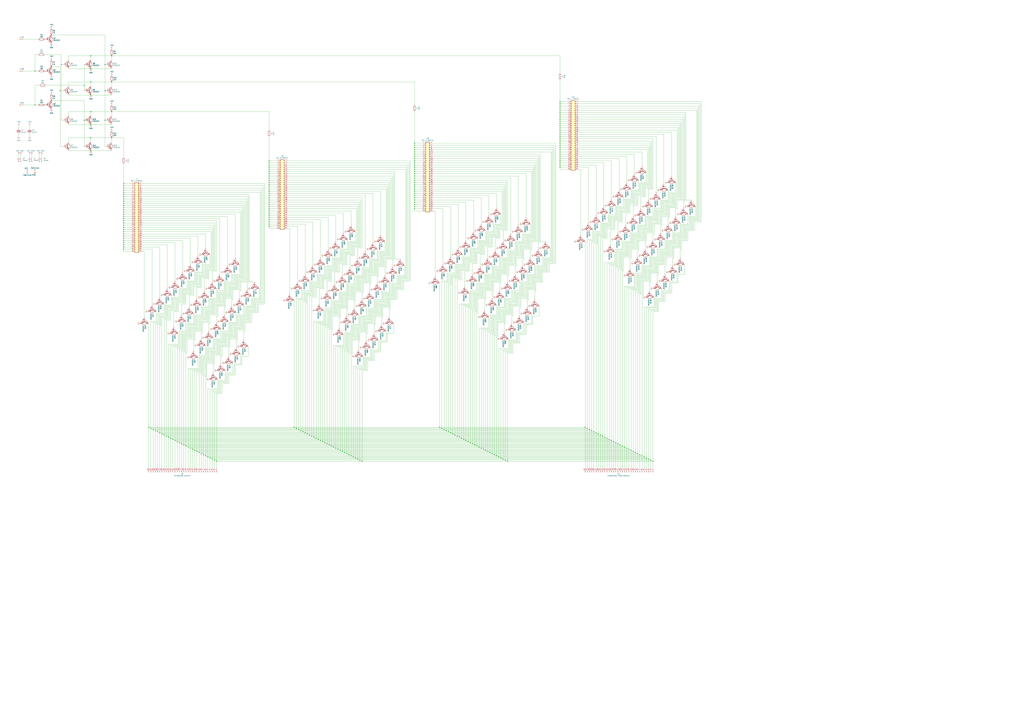
<source format=kicad_sch>
(kicad_sch (version 20230121) (generator eeschema)
  (paper "A0")
  (title_block (title "Instruction Decoder ROM Board") (date "2020-03-19") (rev "1"))
  (junction (at 400.05 525.78))
  (junction (at 581.66 532.13))
  (junction (at 143.51 266.7))
  (junction (at 379.73 515.62))
  (junction (at 143.51 228.6))
  (junction (at 755.65 534.67))
  (junction (at 177.8 499.11))
  (junction (at 740.41 527.05))
  (junction (at 105.41 144.78))
  (junction (at 312.42 252.73))
  (junction (at 364.49 508))
  (junction (at 681.99 497.84))
  (junction (at 241.3 530.86))
  (junction (at 410.21 530.86))
  (junction (at 541.02 511.81))
  (junction (at 715.01 514.35))
  (junction (at 745.49 529.59))
  (junction (at 650.24 128.27))
  (junction (at 143.51 261.62))
  (junction (at 679.45 496.57))
  (junction (at 187.96 504.19))
  (junction (at 574.04 528.32))
  (junction (at 143.51 238.76))
  (junction (at 650.24 184.15))
  (junction (at 481.33 181.61))
  (junction (at 709.93 511.81))
  (junction (at 568.96 525.78))
  (junction (at 412.75 532.13))
  (junction (at 312.42 209.55))
  (junction (at 650.24 148.59))
  (junction (at 195.58 508))
  (junction (at 518.16 500.38))
  (junction (at 481.33 166.37))
  (junction (at 208.28 514.35))
  (junction (at 105.41 64.77))
  (junction (at 143.51 241.3))
  (junction (at 223.52 521.97))
  (junction (at 481.33 199.39))
  (junction (at 689.61 501.65))
  (junction (at 143.51 254))
  (junction (at 71.12 74.93))
  (junction (at 481.33 219.71))
  (junction (at 650.24 133.35))
  (junction (at 105.41 160.02))
  (junction (at 481.33 171.45))
  (junction (at 129.54 95.25))
  (junction (at 220.98 520.7))
  (junction (at 650.24 181.61))
  (junction (at 692.15 502.92))
  (junction (at 535.94 509.27))
  (junction (at 481.33 224.79))
  (junction (at 143.51 276.86))
  (junction (at 694.69 504.19))
  (junction (at 650.24 186.69))
  (junction (at 349.25 500.38))
  (junction (at 143.51 218.44))
  (junction (at 97.79 139.7))
  (junction (at 143.51 215.9))
  (junction (at 312.42 257.81))
  (junction (at 748.03 530.86))
  (junction (at 720.09 516.89))
  (junction (at 121.92 105.41))
  (junction (at 750.57 532.13))
  (junction (at 481.33 222.25))
  (junction (at 513.08 497.84))
  (junction (at 312.42 245.11))
  (junction (at 558.8 520.7))
  (junction (at 758.19 535.94))
  (junction (at 312.42 196.85))
  (junction (at 312.42 214.63))
  (junction (at 226.06 523.24))
  (junction (at 707.39 510.54))
  (junction (at 129.54 129.54))
  (junction (at 753.11 533.4))
  (junction (at 312.42 250.19))
  (junction (at 650.24 166.37))
  (junction (at 551.18 516.89))
  (junction (at 143.51 251.46))
  (junction (at 586.74 534.67))
  (junction (at 97.79 99.06))
  (junction (at 548.64 515.62))
  (junction (at 143.51 226.06))
  (junction (at 312.42 242.57))
  (junction (at 389.89 520.7))
  (junction (at 584.2 533.4))
  (junction (at 228.6 524.51))
  (junction (at 533.4 508))
  (junction (at 650.24 161.29))
  (junction (at 129.54 64.77))
  (junction (at 105.41 129.54))
  (junction (at 200.66 510.54))
  (junction (at 233.68 527.05))
  (junction (at 59.69 40.64))
  (junction (at 312.42 222.25))
  (junction (at 218.44 519.43))
  (junction (at 312.42 189.23))
  (junction (at 650.24 143.51))
  (junction (at 650.24 146.05))
  (junction (at 143.51 213.36))
  (junction (at 481.33 204.47))
  (junction (at 215.9 518.16))
  (junction (at 589.28 535.94))
  (junction (at 684.53 499.11))
  (junction (at 369.57 510.54))
  (junction (at 650.24 176.53))
  (junction (at 312.42 247.65))
  (junction (at 650.24 135.89))
  (junction (at 143.51 259.08))
  (junction (at 481.33 194.31))
  (junction (at 143.51 243.84))
  (junction (at 725.17 519.43))
  (junction (at 481.33 201.93))
  (junction (at 172.72 496.57))
  (junction (at 312.42 219.71))
  (junction (at 198.12 509.27))
  (junction (at 402.59 527.05))
  (junction (at 143.51 287.02))
  (junction (at 121.92 74.93))
  (junction (at 481.33 234.95))
  (junction (at 238.76 529.59))
  (junction (at 481.33 189.23))
  (junction (at 231.14 525.78))
  (junction (at 143.51 236.22))
  (junction (at 650.24 140.97))
  (junction (at 59.69 116.84))
  (junction (at 367.03 509.27))
  (junction (at 251.46 535.94))
  (junction (at 312.42 191.77))
  (junction (at 687.07 500.38))
  (junction (at 312.42 207.01))
  (junction (at 312.42 224.79))
  (junction (at 650.24 179.07))
  (junction (at 382.27 516.89))
  (junction (at 481.33 232.41))
  (junction (at 737.87 525.78))
  (junction (at 143.51 279.4))
  (junction (at 341.63 496.57))
  (junction (at 530.86 506.73))
  (junction (at 481.33 186.69))
  (junction (at 717.55 515.62))
  (junction (at 312.42 194.31))
  (junction (at 312.42 199.39))
  (junction (at 210.82 515.62))
  (junction (at 143.51 274.32))
  (junction (at 566.42 524.51))
  (junction (at 377.19 514.35))
  (junction (at 650.24 168.91))
  (junction (at 561.34 521.97))
  (junction (at 481.33 196.85))
  (junction (at 515.62 499.11))
  (junction (at 546.1 514.35))
  (junction (at 538.48 510.54))
  (junction (at 143.51 284.48))
  (junction (at 372.11 511.81))
  (junction (at 356.87 504.19))
  (junction (at 312.42 217.17))
  (junction (at 143.51 271.78))
  (junction (at 246.38 533.4))
  (junction (at 650.24 151.13))
  (junction (at 351.79 501.65))
  (junction (at 579.12 530.86))
  (junction (at 312.42 234.95))
  (junction (at 143.51 220.98))
  (junction (at 40.64 82.55))
  (junction (at 105.41 175.26))
  (junction (at 650.24 120.65))
  (junction (at 420.37 535.94))
  (junction (at 185.42 502.92))
  (junction (at 650.24 130.81))
  (junction (at 563.88 523.24))
  (junction (at 699.77 506.73))
  (junction (at 702.31 508))
  (junction (at 722.63 518.16))
  (junction (at 190.5 505.46))
  (junction (at 576.58 529.59))
  (junction (at 346.71 499.11))
  (junction (at 143.51 223.52))
  (junction (at 312.42 227.33))
  (junction (at 312.42 212.09))
  (junction (at 415.29 533.4))
  (junction (at 40.64 121.92))
  (junction (at 523.24 502.92))
  (junction (at 236.22 528.32))
  (junction (at 742.95 528.32))
  (junction (at 481.33 179.07))
  (junction (at 312.42 204.47))
  (junction (at 650.24 156.21))
  (junction (at 650.24 171.45))
  (junction (at 650.24 138.43))
  (junction (at 243.84 532.13))
  (junction (at 704.85 509.27))
  (junction (at 650.24 173.99))
  (junction (at 481.33 173.99))
  (junction (at 481.33 212.09))
  (junction (at 650.24 189.23))
  (junction (at 143.51 289.56))
  (junction (at 697.23 505.46))
  (junction (at 543.56 513.08))
  (junction (at 344.17 497.84))
  (junction (at 143.51 269.24))
  (junction (at 143.51 256.54))
  (junction (at 650.24 118.11))
  (junction (at 553.72 518.16))
  (junction (at 312.42 237.49))
  (junction (at 205.74 513.08))
  (junction (at 407.67 529.59))
  (junction (at 59.69 77.47))
  (junction (at 650.24 163.83))
  (junction (at 392.43 521.97))
  (junction (at 143.51 264.16))
  (junction (at 481.33 214.63))
  (junction (at 571.5 527.05))
  (junction (at 481.33 207.01))
  (junction (at 730.25 521.97))
  (junction (at 481.33 240.03))
  (junction (at 105.41 110.49))
  (junction (at 312.42 186.69))
  (junction (at 248.92 534.67))
  (junction (at 528.32 505.46))
  (junction (at 650.24 123.19))
  (junction (at 650.24 158.75))
  (junction (at 525.78 504.19))
  (junction (at 735.33 524.51))
  (junction (at 143.51 233.68))
  (junction (at 481.33 176.53))
  (junction (at 727.71 520.7))
  (junction (at 520.7 501.65))
  (junction (at 359.41 505.46))
  (junction (at 481.33 209.55))
  (junction (at 213.36 516.89))
  (junction (at 397.51 524.51))
  (junction (at 481.33 191.77))
  (junction (at 510.54 496.57))
  (junction (at 143.51 248.92))
  (junction (at 312.42 232.41))
  (junction (at 312.42 201.93))
  (junction (at 481.33 242.57))
  (junction (at 384.81 518.16))
  (junction (at 394.97 523.24))
  (junction (at 361.95 506.73))
  (junction (at 712.47 513.08))
  (junction (at 143.51 246.38))
  (junction (at 556.26 519.43))
  (junction (at 481.33 168.91))
  (junction (at 193.04 506.73))
  (junction (at 374.65 513.08))
  (junction (at 387.35 519.43))
  (junction (at 650.24 191.77))
  (junction (at 105.41 80.01))
  (junction (at 175.26 497.84))
  (junction (at 312.42 260.35))
  (junction (at 481.33 184.15))
  (junction (at 143.51 281.94))
  (junction (at 143.51 231.14))
  (junction (at 105.41 95.25))
  (junction (at 732.79 523.24))
  (junction (at 417.83 534.67))
  (junction (at 481.33 237.49))
  (junction (at 650.24 153.67))
  (junction (at 312.42 255.27))
  (junction (at 481.33 229.87))
  (junction (at 650.24 194.31))
  (junction (at 182.88 501.65))
  (junction (at 129.54 160.02))
  (junction (at 650.24 125.73))
  (junction (at 354.33 502.92))
  (junction (at 481.33 217.17))
  (junction (at 312.42 240.03))
  (junction (at 69.85 105.41))
  (junction (at 312.42 262.89))
  (junction (at 481.33 227.33))
  (junction (at 405.13 528.32))
  (junction (at 312.42 229.87))
  (junction (at 180.34 500.38))
  (junction (at 203.2 511.81))
  (junction (at 121.92 139.7))
  (wire (pts (xy 558.8 332.74) (xy 558.8 342.9)))
  (wire (pts (xy 736.6 320.04) (xy 736.6 332.74)))
  (wire (pts (xy 563.88 347.98) (xy 563.88 337.82)))
  (wire (pts (xy 69.85 170.18) (xy 72.39 170.18)))
  (wire (pts (xy 279.4 369.57) (xy 287.02 369.57)))
  (wire (pts (xy 416.56 237.49) (xy 334.01 237.49)))
  (wire (pts (xy 229.87 415.29) (xy 229.87 427.99)))
  (wire (pts (xy 302.26 223.52) (xy 165.1 223.52)))
  (wire (pts (xy 754.38 215.9) (xy 754.38 168.91)))
  (wire (pts (xy 381 311.15) (xy 388.62 311.15)))
  (wire (pts (xy 266.7 344.17) (xy 266.7 332.74)))
  (wire (pts (xy 739.14 318.77) (xy 739.14 335.28)))
  (wire (pts (xy 553.72 363.22) (xy 553.72 518.16)))
  (wire (pts (xy 129.54 95.25) (xy 481.33 95.25)))
  (wire (pts (xy 411.48 358.14) (xy 411.48 349.25)))
  (wire (pts (xy 198.12 360.68) (xy 198.12 372.11)))
  (wire (pts (xy 422.91 312.42) (xy 422.91 322.58)))
  (wire (pts (xy 702.31 508) (xy 702.31 543.56)))
  (wire (pts (xy 481.33 168.91) (xy 481.33 171.45)))
  (wire (pts (xy 716.28 251.46) (xy 708.66 251.46)))
  (wire (pts (xy 321.31 232.41) (xy 312.42 232.41)))
  (wire (pts (xy 581.66 406.4) (xy 591.82 406.4)))
  (wire (pts (xy 439.42 309.88) (xy 447.04 309.88)))
  (wire (pts (xy 575.31 312.42) (xy 582.93 312.42)))
  (wire (pts (xy 706.12 259.08) (xy 698.5 259.08)))
  (wire (pts (xy 275.59 383.54) (xy 275.59 394.97)))
  (wire (pts (xy 312.42 191.77) (xy 312.42 194.31)))
  (wire (pts (xy 554.99 288.29) (xy 547.37 288.29)))
  (wire (pts (xy 457.2 302.26) (xy 457.2 201.93)))
  (wire (pts (xy 397.51 524.51) (xy 566.42 524.51)))
  (wire (pts (xy 603.25 345.44) (xy 603.25 355.6)))
  (wire (pts (xy 387.35 519.43) (xy 556.26 519.43)))
  (wire (pts (xy 287.02 336.55) (xy 287.02 328.93)))
  (wire (pts (xy 781.05 227.33) (xy 788.67 227.33)))
  (wire (pts (xy 279.4 422.91) (xy 271.78 422.91)))
  (wire (pts (xy 762 347.98) (xy 769.62 347.98)))
  (wire (pts (xy 407.67 344.17) (xy 407.67 334.01)))
  (wire (pts (xy 379.73 515.62) (xy 548.64 515.62)))
  (wire (pts (xy 214.63 340.36) (xy 222.25 340.36)))
  (wire (pts (xy 167.64 292.1) (xy 165.1 292.1)))
  (wire (pts (xy 403.86 389.89) (xy 411.48 389.89)))
  (wire (pts (xy 755.65 543.56) (xy 755.65 534.67)))
  (wire (pts (xy 143.51 241.3) (xy 143.51 243.84)))
  (wire (pts (xy 754.38 308.61) (xy 746.76 308.61)))
  (wire (pts (xy 407.67 393.7) (xy 415.29 393.7)))
  (wire (pts (xy 307.34 353.06) (xy 307.34 213.36)))
  (wire (pts (xy 650.24 171.45) (xy 659.13 171.45)))
  (wire (pts (xy 551.18 516.89) (xy 720.09 516.89)))
  (wire (pts (xy 565.15 320.04) (xy 565.15 331.47)))
  (wire (pts (xy 617.22 332.74) (xy 617.22 322.58)))
  (wire (pts (xy 568.96 387.35) (xy 568.96 525.78)))
  (wire (pts (xy 659.13 194.31) (xy 650.24 194.31)))
  (wire (pts (xy 252.73 397.51) (xy 252.73 408.94)))
  (wire (pts (xy 257.81 353.06) (xy 257.81 342.9)))
  (wire (pts (xy 251.46 335.28) (xy 251.46 346.71)))
  (wire (pts (xy 255.27 350.52) (xy 247.65 350.52)))
  (wire (pts (xy 398.78 303.53) (xy 398.78 292.1)))
  (wire (pts (xy 228.6 346.71) (xy 228.6 334.01)))
  (wire (pts (xy 207.01 400.05) (xy 195.58 400.05)))
  (wire (pts (xy 438.15 321.31) (xy 439.42 321.31)))
  (wire (pts (xy 754.38 255.27) (xy 754.38 266.7)))
  (wire (pts (xy 659.13 184.15) (xy 650.24 184.15)))
  (wire (pts (xy 143.51 259.08) (xy 143.51 261.62)))
  (wire (pts (xy 562.61 285.75) (xy 570.23 285.75)))
  (wire (pts (xy 295.91 359.41) (xy 288.29 359.41)))
  (wire (pts (xy 237.49 435.61) (xy 233.68 435.61)))
  (wire (pts (xy 215.9 384.81) (xy 208.28 384.81)))
  (wire (pts (xy 767.08 260.35) (xy 767.08 250.19)))
  (wire (pts (xy 481.33 204.47) (xy 490.22 204.47)))
  (wire (pts (xy 722.63 314.96) (xy 723.9 314.96)))
  (wire (pts (xy 194.31 335.28) (xy 194.31 284.48)))
  (wire (pts (xy 434.34 304.8) (xy 441.96 304.8)))
  (wire (pts (xy 143.51 218.44) (xy 143.51 220.98)))
  (wire (pts (xy 711.2 254) (xy 718.82 254)))
  (wire (pts (xy 576.58 262.89) (xy 584.2 262.89)))
  (wire (pts (xy 770.89 156.21) (xy 671.83 156.21)))
  (wire (pts (xy 671.83 125.73) (xy 810.26 125.73)))
  (wire (pts (xy 459.74 346.71) (xy 452.12 346.71)))
  (wire (pts (xy 775.97 252.73) (xy 777.24 252.73)))
  (wire (pts (xy 551.18 361.95) (xy 553.72 361.95)))
  (wire (pts (xy 452.12 339.09) (xy 444.5 339.09)))
  (wire (pts (xy 768.35 261.62) (xy 768.35 251.46)))
  (wire (pts (xy 276.86 367.03) (xy 276.86 377.19)))
  (wire (pts (xy 715.01 238.76) (xy 715.01 250.19)))
  (wire (pts (xy 226.06 394.97) (xy 226.06 384.81)))
  (wire (pts (xy 751.84 252.73) (xy 759.46 252.73)))
  (wire (pts (xy 247.65 311.15) (xy 247.65 264.16)))
  (wire (pts (xy 523.24 298.45) (xy 523.24 240.03)))
  (wire (pts (xy 549.91 341.63) (xy 549.91 358.14)))
  (wire (pts (xy 612.14 335.28) (xy 619.76 335.28)))
  (wire (pts (xy 554.99 328.93) (xy 554.99 339.09)))
  (wire (pts (xy 228.6 379.73) (xy 220.98 379.73)))
  (wire (pts (xy 377.19 318.77) (xy 369.57 318.77)))
  (wire (pts (xy 599.44 394.97) (xy 591.82 394.97)))
  (wire (pts (xy 481.33 234.95) (xy 481.33 237.49)))
  (wire (pts (xy 572.77 369.57) (xy 572.77 386.08)))
  (wire (pts (xy 612.14 285.75) (xy 612.14 275.59)))
  (wire (pts (xy 561.34 383.54) (xy 561.34 521.97)))
  (wire (pts (xy 566.42 386.08) (xy 566.42 524.51)))
  (wire (pts (xy 411.48 379.73) (xy 411.48 389.89)))
  (wire (pts (xy 571.5 337.82) (xy 571.5 326.39)))
  (wire (pts (xy 270.51 347.98) (xy 270.51 336.55)))
  (wire (pts (xy 650.24 135.89) (xy 659.13 135.89)))
  (wire (pts (xy 231.14 412.75) (xy 238.76 412.75)))
  (wire (pts (xy 769.62 233.68) (xy 769.62 245.11)))
  (wire (pts (xy 525.78 322.58) (xy 525.78 504.19)))
  (wire (pts (xy 257.81 402.59) (xy 257.81 414.02)))
  (wire (pts (xy 510.54 328.93) (xy 510.54 496.57)))
  (wire (pts (xy 218.44 519.43) (xy 218.44 543.56)))
  (wire (pts (xy 403.86 289.56) (xy 396.24 289.56)))
  (wire (pts (xy 753.11 359.41) (xy 753.11 533.4)))
  (wire (pts (xy 627.38 313.69) (xy 635 313.69)))
  (wire (pts (xy 561.34 335.28) (xy 568.96 335.28)))
  (wire (pts (xy 401.32 306.07) (xy 401.32 294.64)))
  (wire (pts (xy 152.4 218.44) (xy 143.51 218.44)))
  (wire (pts (xy 742.95 543.56) (xy 742.95 528.32)))
  (wire (pts (xy 650.24 191.77) (xy 650.24 194.31)))
  (wire (pts (xy 571.5 339.09) (xy 572.77 339.09)))
  (wire (pts (xy 405.13 528.32) (xy 574.04 528.32)))
  (wire (pts (xy 585.47 386.08) (xy 585.47 375.92)))
  (wire (pts (xy 781.05 298.45) (xy 781.05 287.02)))
  (wire (pts (xy 481.33 189.23) (xy 490.22 189.23)))
  (wire (pts (xy 758.19 270.51) (xy 758.19 259.08)))
  (wire (pts (xy 226.06 326.39) (xy 218.44 326.39)))
  (wire (pts (xy 748.03 217.17) (xy 755.65 217.17)))
  (wire (pts (xy 441.96 222.25) (xy 334.01 222.25)))
  (wire (pts (xy 143.51 228.6) (xy 143.51 231.14)))
  (wire (pts (xy 725.17 292.1) (xy 717.55 292.1)))
  (wire (pts (xy 165.1 271.78) (xy 238.76 271.78)))
  (wire (pts (xy 237.49 318.77) (xy 237.49 308.61)))
  (wire (pts (xy 203.2 347.98) (xy 210.82 347.98)))
  (wire (pts (xy 241.3 530.86) (xy 241.3 543.56)))
  (wire (pts (xy 444.5 339.09) (xy 444.5 349.25)))
  (wire (pts (xy 610.87 388.62) (xy 603.25 388.62)))
  (wire (pts (xy 350.52 346.71) (xy 344.17 346.71)))
  (wire (pts (xy 720.09 255.27) (xy 712.47 255.27)))
  (wire (pts (xy 783.59 240.03) (xy 783.59 229.87)))
  (wire (pts (xy 312.42 242.57) (xy 312.42 245.11)))
  (wire (pts (xy 586.74 534.67) (xy 755.65 534.67)))
  (wire (pts (xy 730.25 246.38) (xy 730.25 236.22)))
  (wire (pts (xy 393.7 356.87) (xy 393.7 367.03)))
  (wire (pts (xy 570.23 383.54) (xy 561.34 383.54)))
  (wire (pts (xy 762 223.52) (xy 762 158.75)))
  (wire (pts (xy 80.01 134.62) (xy 80.01 129.54)))
  (wire (pts (xy 471.17 196.85) (xy 471.17 321.31)))
  (wire (pts (xy 610.87 201.93) (xy 502.92 201.93)))
  (wire (pts (xy 240.03 321.31) (xy 240.03 311.15)))
  (wire (pts (xy 201.93 379.73) (xy 201.93 361.95)))
  (wire (pts (xy 419.1 337.82) (xy 419.1 326.39)))
  (wire (pts (xy 59.69 77.47) (xy 69.85 77.47)))
  (wire (pts (xy 424.18 313.69) (xy 424.18 323.85)))
  (wire (pts (xy 746.76 276.86) (xy 739.14 276.86)))
  (wire (pts (xy 603.25 355.6) (xy 595.63 355.6)))
  (wire (pts (xy 354.33 340.36) (xy 354.33 350.52)))
  (wire (pts (xy 736.6 332.74) (xy 725.17 332.74)))
  (wire (pts (xy 185.42 502.92) (xy 185.42 543.56)))
  (wire (pts (xy 543.56 303.53) (xy 543.56 313.69)))
  (wire (pts (xy 431.8 302.26) (xy 431.8 313.69)))
  (wire (pts (xy 608.33 342.9) (xy 600.71 342.9)))
  (wire (pts (xy 369.57 318.77) (xy 369.57 328.93)))
  (wire (pts (xy 248.92 393.7) (xy 248.92 405.13)))
  (wire (pts (xy 341.63 349.25) (xy 341.63 496.57)))
  (wire (pts (xy 595.63 306.07) (xy 595.63 295.91)))
  (wire (pts (xy 256.54 444.5) (xy 264.16 444.5)))
  (wire (pts (xy 236.22 434.34) (xy 236.22 417.83)))
  (wire (pts (xy 692.15 281.94) (xy 689.61 281.94)))
  (wire (pts (xy 793.75 274.32) (xy 793.75 262.89)))
  (wire (pts (xy 795.02 133.35) (xy 671.83 133.35)))
  (wire (pts (xy 408.94 394.97) (xy 408.94 411.48)))
  (wire (pts (xy 469.9 308.61) (xy 469.9 320.04)))
  (wire (pts (xy 709.93 308.61) (xy 709.93 511.81)))
  (wire (pts (xy 641.35 173.99) (xy 641.35 302.26)))
  (wire (pts (xy 518.16 500.38) (xy 687.07 500.38)))
  (wire (pts (xy 434.34 375.92) (xy 426.72 375.92)))
  (wire (pts (xy 213.36 516.89) (xy 382.27 516.89)))
  (wire (pts (xy 726.44 247.65) (xy 731.52 247.65)))
  (wire (pts (xy 422.91 383.54) (xy 422.91 372.11)))
  (wire (pts (xy 741.68 321.31) (xy 741.68 337.82)))
  (wire (pts (xy 557.53 341.63) (xy 549.91 341.63)))
  (wire (pts (xy 379.73 377.19) (xy 379.73 360.68)))
  (wire (pts (xy 650.24 158.75) (xy 650.24 161.29)))
  (wire (pts (xy 779.78 236.22) (xy 779.78 226.06)))
  (wire (pts (xy 633.73 302.26) (xy 633.73 312.42)))
  (wire (pts (xy 523.24 330.2) (xy 520.7 330.2)))
  (wire (pts (xy 265.43 373.38) (xy 265.43 384.81)))
  (wire (pts (xy 554.99 363.22) (xy 554.99 346.71)))
  (wire (pts (xy 260.35 387.35) (xy 267.97 387.35)))
  (wire (pts (xy 415.29 283.21) (xy 415.29 240.03)))
  (wire (pts (xy 777.24 294.64) (xy 769.62 294.64)))
  (wire (pts (xy 232.41 332.74) (xy 232.41 321.31)))
  (wire (pts (xy 589.28 299.72) (xy 581.66 299.72)))
  (wire (pts (xy 27.94 45.72) (xy 44.45 45.72)))
  (wire (pts (xy 422.91 372.11) (xy 430.53 372.11)))
  (wire (pts (xy 604.52 285.75) (xy 612.14 285.75)))
  (wire (pts (xy 435.61 306.07) (xy 443.23 306.07)))
  (wire (pts (xy 575.31 322.58) (xy 575.31 312.42)))
  (wire (pts (xy 689.61 279.4) (xy 684.53 279.4)))
  (wire (pts (xy 193.04 367.03) (xy 185.42 367.03)))
  (wire (pts (xy 233.68 334.01) (xy 233.68 322.58)))
  (wire (pts (xy 252.73 397.51) (xy 260.35 397.51)))
  (wire (pts (xy 763.27 306.07) (xy 770.89 306.07)))
  (wire (pts (xy 312.42 229.87) (xy 312.42 232.41)))
  (wire (pts (xy 720.09 543.56) (xy 720.09 516.89)))
  (wire (pts (xy 382.27 312.42) (xy 382.27 323.85)))
  (wire (pts (xy 797.56 278.13) (xy 789.94 278.13)))
  (wire (pts (xy 374.65 378.46) (xy 374.65 513.08)))
  (wire (pts (xy 386.08 367.03) (xy 393.7 367.03)))
  (wire (pts (xy 730.25 335.28) (xy 730.25 521.97)))
  (wire (pts (xy 612.14 346.71) (xy 612.14 335.28)))
  (wire (pts (xy 397.51 320.04) (xy 397.51 307.34)))
  (wire (pts (xy 650.24 123.19) (xy 650.24 125.73)))
  (wire (pts (xy 449.58 354.33) (xy 441.96 354.33)))
  (wire (pts (xy 773.43 237.49) (xy 781.05 237.49)))
  (wire (pts (xy 659.13 153.67) (xy 650.24 153.67)))
  (wire (pts (xy 699.77 506.73) (xy 699.77 543.56)))
  (wire (pts (xy 632.46 311.15) (xy 632.46 300.99)))
  (wire (pts (xy 697.23 275.59) (xy 697.23 505.46)))
  (wire (pts (xy 105.41 69.85) (xy 105.41 64.77)))
  (wire (pts (xy 694.69 504.19) (xy 694.69 543.56)))
  (wire (pts (xy 345.44 327.66) (xy 345.44 262.89)))
  (wire (pts (xy 737.87 334.01) (xy 737.87 317.5)))
  (wire (pts (xy 198.12 401.32) (xy 208.28 401.32)))
  (wire (pts (xy 650.24 135.89) (xy 650.24 138.43)))
  (wire (pts (xy 584.2 280.67) (xy 584.2 267.97)))
  (wire (pts (xy 727.71 233.68) (xy 727.71 243.84)))
  (wire (pts (xy 768.35 251.46) (xy 775.97 251.46)))
  (wire (pts (xy 439.42 302.26) (xy 431.8 302.26)))
  (wire (pts (xy 421.64 370.84) (xy 429.26 370.84)))
  (wire (pts (xy 715.01 543.56) (xy 715.01 514.35)))
  (wire (pts (xy 715.01 250.19) (xy 707.39 250.19)))
  (wire (pts (xy 355.6 341.63) (xy 355.6 351.79)))
  (wire (pts (xy 237.49 323.85) (xy 242.57 323.85)))
  (wire (pts (xy 538.48 510.54) (xy 707.39 510.54)))
  (wire (pts (xy 412.75 320.04) (xy 412.75 331.47)))
  (wire (pts (xy 302.26 223.52) (xy 302.26 347.98)))
  (wire (pts (xy 502.92 168.91) (xy 643.89 168.91)))
  (wire (pts (xy 775.97 281.94) (xy 783.59 281.94)))
  (wire (pts (xy 289.56 226.06) (xy 165.1 226.06)))
  (wire (pts (xy 742.95 222.25) (xy 735.33 222.25)))
  (wire (pts (xy 400.05 525.78) (xy 568.96 525.78)))
  (wire (pts (xy 650.24 161.29) (xy 650.24 163.83)))
  (wire (pts (xy 605.79 340.36) (xy 605.79 328.93)))
  (wire (pts (xy 261.62 430.53) (xy 261.62 441.96)))
  (wire (pts (xy 143.51 281.94) (xy 143.51 284.48)))
  (wire (pts (xy 764.54 247.65) (xy 772.16 247.65)))
  (wire (pts (xy 255.27 454.66) (xy 246.38 454.66)))
  (wire (pts (xy 750.57 358.14) (xy 750.57 532.13)))
  (wire (pts (xy 129.54 64.77) (xy 129.54 69.85)))
  (wire (pts (xy 541.02 356.87) (xy 541.02 511.81)))
  (wire (pts (xy 312.42 201.93) (xy 312.42 204.47)))
  (wire (pts (xy 439.42 292.1) (xy 439.42 302.26)))
  (wire (pts (xy 708.66 266.7) (xy 713.74 266.7)))
  (wire (pts (xy 784.86 231.14) (xy 792.48 231.14)))
  (wire (pts (xy 143.51 287.02) (xy 152.4 287.02)))
  (wire (pts (xy 784.86 212.09) (xy 784.86 223.52)))
  (wire (pts (xy 659.13 133.35) (xy 650.24 133.35)))
  (wire (pts (xy 441.96 408.94) (xy 434.34 408.94)))
  (wire (pts (xy 490.22 181.61) (xy 481.33 181.61)))
  (wire (pts (xy 71.12 139.7) (xy 72.39 139.7)))
  (wire (pts (xy 792.48 261.62) (xy 792.48 273.05)))
  (wire (pts (xy 628.65 314.96) (xy 628.65 326.39)))
  (wire (pts (xy 394.97 339.09) (xy 394.97 350.52)))
  (wire (pts (xy 312.42 214.63) (xy 312.42 217.17)))
  (wire (pts (xy 312.42 204.47) (xy 312.42 207.01)))
  (wire (pts (xy 457.2 201.93) (xy 334.01 201.93)))
  (wire (pts (xy 280.67 370.84) (xy 280.67 381)))
  (wire (pts (xy 650.24 189.23) (xy 650.24 191.77)))
  (wire (pts (xy 248.92 412.75) (xy 256.54 412.75)))
  (wire (pts (xy 709.93 308.61) (xy 717.55 308.61)))
  (wire (pts (xy 607.06 300.99) (xy 608.33 300.99)))
  (wire (pts (xy 561.34 294.64) (xy 561.34 284.48)))
  (wire (pts (xy 728.98 285.75) (xy 728.98 295.91)))
  (wire (pts (xy 635 313.69) (xy 635 303.53)))
  (wire (pts (xy 775.97 251.46) (xy 775.97 240.03)))
  (wire (pts (xy 312.42 262.89) (xy 312.42 265.43)))
  (wire (pts (xy 248.92 261.62) (xy 165.1 261.62)))
  (wire (pts (xy 539.75 309.88) (xy 532.13 309.88)))
  (wire (pts (xy 430.53 320.04) (xy 438.15 320.04)))
  (wire (pts (xy 260.35 355.6) (xy 260.35 345.44)))
  (wire (pts (xy 193.04 506.73) (xy 361.95 506.73)))
  (wire (pts (xy 626.11 281.94) (xy 626.11 181.61)))
  (wire (pts (xy 671.83 191.77) (xy 692.15 191.77)))
  (wire (pts (xy 203.2 358.14) (xy 203.2 347.98)))
  (wire (pts (xy 247.65 403.86) (xy 240.03 403.86)))
  (wire (pts (xy 546.1 359.41) (xy 551.18 359.41)))
  (wire (pts (xy 289.56 360.68) (xy 297.18 360.68)))
  (wire (pts (xy 605.79 328.93) (xy 613.41 328.93)))
  (wire (pts (xy 764.54 307.34) (xy 764.54 318.77)))
  (wire (pts (xy 784.86 273.05) (xy 784.86 283.21)))
  (wire (pts (xy 295.91 327.66) (xy 289.56 327.66)))
  (wire (pts (xy 709.93 186.69) (xy 671.83 186.69)))
  (wire (pts (xy 624.84 289.56) (xy 624.84 281.94)))
  (wire (pts (xy 416.56 396.24) (xy 417.83 396.24)))
  (wire (pts (xy 565.15 269.24) (xy 565.15 280.67)))
  (wire (pts (xy 708.66 261.62) (xy 701.04 261.62)))
  (wire (pts (xy 595.63 398.78) (xy 595.63 410.21)))
  (wire (pts (xy 542.29 312.42) (xy 542.29 302.26)))
  (wire (pts (xy 424.18 323.85) (xy 416.56 323.85)))
  (wire (pts (xy 727.71 294.64) (xy 720.09 294.64)))
  (wire (pts (xy 411.48 287.02) (xy 419.1 287.02)))
  (wire (pts (xy 589.28 535.94) (xy 758.19 535.94)))
  (wire (pts (xy 574.04 528.32) (xy 742.95 528.32)))
  (wire (pts (xy 609.6 332.74) (xy 617.22 332.74)))
  (wire (pts (xy 810.26 254) (xy 802.64 254)))
  (wire (pts (xy 568.96 382.27) (xy 568.96 365.76)))
  (wire (pts (xy 412.75 532.13) (xy 581.66 532.13)))
  (wire (pts (xy 744.22 223.52) (xy 744.22 213.36)))
  (wire (pts (xy 607.06 269.24) (xy 607.06 280.67)))
  (wire (pts (xy 303.53 349.25) (xy 295.91 349.25)))
  (wire (pts (xy 361.95 328.93) (xy 361.95 340.36)))
  (wire (pts (xy 278.13 337.82) (xy 279.4 337.82)))
  (wire (pts (xy 481.33 199.39) (xy 490.22 199.39)))
  (wire (pts (xy 400.05 402.59) (xy 400.05 386.08)))
  (wire (pts (xy 452.12 346.71) (xy 452.12 356.87)))
  (wire (pts (xy 220.98 520.7) (xy 220.98 429.26)))
  (wire (pts (xy 749.3 218.44) (xy 756.92 218.44)))
  (wire (pts (xy 233.68 365.76) (xy 226.06 365.76)))
  (wire (pts (xy 266.7 393.7) (xy 274.32 393.7)))
  (wire (pts (xy 777.24 252.73) (xy 777.24 241.3)))
  (wire (pts (xy 594.36 397.51) (xy 601.98 397.51)))
  (wire (pts (xy 553.72 363.22) (xy 554.99 363.22)))
  (wire (pts (xy 321.31 242.57) (xy 312.42 242.57)))
  (wire (pts (xy 767.08 231.14) (xy 767.08 242.57)))
  (wire (pts (xy 754.38 316.23) (xy 762 316.23)))
  (wire (pts (xy 351.79 347.98) (xy 346.71 347.98)))
  (wire (pts (xy 629.92 316.23) (xy 637.54 316.23)))
  (wire (pts (xy 449.58 217.17) (xy 334.01 217.17)))
  (wire (pts (xy 238.76 420.37) (xy 246.38 420.37)))
  (wire (pts (xy 271.78 422.91) (xy 271.78 434.34)))
  (wire (pts (xy 405.13 331.47) (xy 405.13 341.63)))
  (wire (pts (xy 186.69 368.3) (xy 186.69 378.46)))
  (wire (pts (xy 382.27 516.89) (xy 382.27 382.27)))
  (wire (pts (xy 129.54 160.02) (xy 129.54 165.1)))
  (wire (pts (xy 814.07 118.11) (xy 671.83 118.11)))
  (wire (pts (xy 717.55 241.3) (xy 725.17 241.3)))
  (wire (pts (xy 195.58 508) (xy 364.49 508)))
  (wire (pts (xy 269.24 388.62) (xy 269.24 377.19)))
  (wire (pts (xy 312.42 199.39) (xy 312.42 201.93)))
  (wire (pts (xy 152.4 279.4) (xy 143.51 279.4)))
  (wire (pts (xy 474.98 325.12) (xy 467.36 325.12)))
  (wire (pts (xy 312.42 214.63) (xy 321.31 214.63)))
  (wire (pts (xy 452.12 356.87) (xy 444.5 356.87)))
  (wire (pts (xy 469.9 320.04) (xy 462.28 320.04)))
  (wire (pts (xy 582.93 222.25) (xy 502.92 222.25)))
  (wire (pts (xy 702.31 262.89) (xy 702.31 274.32)))
  (wire (pts (xy 796.29 265.43) (xy 803.91 265.43)))
  (wire (pts (xy 180.34 500.38) (xy 349.25 500.38)))
  (wire (pts (xy 269.24 355.6) (xy 269.24 347.98)))
  (wire (pts (xy 384.81 383.54) (xy 386.08 383.54)))
  (wire (pts (xy 458.47 199.39) (xy 334.01 199.39)))
  (wire (pts (xy 421.64 340.36) (xy 421.64 328.93)))
  (wire (pts (xy 275.59 323.85) (xy 283.21 323.85)))
  (wire (pts (xy 247.65 411.48) (xy 255.27 411.48)))
  (wire (pts (xy 240.03 403.86) (xy 240.03 414.02)))
  (wire (pts (xy 455.93 342.9) (xy 455.93 331.47)))
  (wire (pts (xy 791.21 229.87) (xy 791.21 140.97)))
  (wire (pts (xy 530.86 320.04) (xy 523.24 320.04)))
  (wire (pts (xy 270.51 336.55) (xy 278.13 336.55)))
  (wire (pts (xy 393.7 337.82) (xy 393.7 349.25)))
  (wire (pts (xy 562.61 295.91) (xy 562.61 285.75)))
  (wire (pts (xy 650.24 156.21) (xy 659.13 156.21)))
  (wire (pts (xy 562.61 328.93) (xy 554.99 328.93)))
  (wire (pts (xy 406.4 292.1) (xy 406.4 281.94)))
  (wire (pts (xy 185.42 502.92) (xy 354.33 502.92)))
  (wire (pts (xy 481.33 179.07) (xy 481.33 181.61)))
  (wire (pts (xy 396.24 351.79) (xy 388.62 351.79)))
  (wire (pts (xy 275.59 394.97) (xy 274.32 394.97)))
  (wire (pts (xy 753.11 232.41) (xy 753.11 219.71)))
  (wire (pts (xy 204.47 349.25) (xy 212.09 349.25)))
  (wire (pts (xy 758.19 251.46) (xy 750.57 251.46)))
  (wire (pts (xy 312.42 209.55) (xy 312.42 212.09)))
  (wire (pts (xy 270.51 421.64) (xy 270.51 433.07)))
  (wire (pts (xy 285.75 356.87) (xy 285.75 368.3)))
  (wire (pts (xy 688.34 278.13) (xy 681.99 278.13)))
  (wire (pts (xy 615.95 299.72) (xy 615.95 290.83)))
  (wire (pts (xy 692.15 250.19) (xy 692.15 191.77)))
  (wire (pts (xy 425.45 386.08) (xy 425.45 374.65)))
  (wire (pts (xy 481.33 245.11) (xy 490.22 245.11)))
  (wire (pts (xy 129.54 160.02) (xy 143.51 160.02)))
  (wire (pts (xy 289.56 327.66) (xy 289.56 226.06)))
  (wire (pts (xy 405.13 410.21) (xy 405.13 528.32)))
  (wire (pts (xy 772.16 308.61) (xy 773.43 308.61)))
  (wire (pts (xy 143.51 256.54) (xy 143.51 259.08)))
  (wire (pts (xy 722.63 297.18) (xy 730.25 297.18)))
  (wire (pts (xy 452.12 297.18) (xy 452.12 212.09)))
  (wire (pts (xy 414.02 242.57) (xy 334.01 242.57)))
  (wire (pts (xy 725.17 281.94) (xy 725.17 292.1)))
  (wire (pts (xy 764.54 361.95) (xy 758.19 361.95)))
  (wire (pts (xy 722.63 257.81) (xy 722.63 246.38)))
  (wire (pts (xy 243.84 295.91) (xy 243.84 307.34)))
  (wire (pts (xy 312.42 234.95) (xy 321.31 234.95)))
  (wire (pts (xy 236.22 358.14) (xy 236.22 368.3)))
  (wire (pts (xy 453.39 328.93) (xy 453.39 340.36)))
  (wire (pts (xy 242.57 406.4) (xy 242.57 416.56)))
  (wire (pts (xy 237.49 359.41) (xy 245.11 359.41)))
  (wire (pts (xy 420.37 340.36) (xy 421.64 340.36)))
  (wire (pts (xy 699.77 271.78) (xy 692.15 271.78)))
  (wire (pts (xy 535.94 313.69) (xy 535.94 325.12)))
  (wire (pts (xy 383.54 364.49) (xy 383.54 381)))
  (wire (pts (xy 802.64 254) (xy 802.64 264.16)))
  (wire (pts (xy 420.37 381) (xy 412.75 381)))
  (wire (pts (xy 312.42 237.49) (xy 312.42 240.03)))
  (wire (pts (xy 726.44 232.41) (xy 726.44 242.57)))
  (wire (pts (xy 638.81 288.29) (xy 638.81 299.72)))
  (wire (pts (xy 640.08 176.53) (xy 502.92 176.53)))
  (wire (pts (xy 222.25 391.16) (xy 214.63 391.16)))
  (wire (pts (xy 560.07 293.37) (xy 560.07 283.21)))
  (wire (pts (xy 759.46 302.26) (xy 767.08 302.26)))
  (wire (pts (xy 754.38 326.39) (xy 746.76 326.39)))
  (wire (pts (xy 215.9 518.16) (xy 384.81 518.16)))
  (wire (pts (xy 433.07 364.49) (xy 440.69 364.49)))
  (wire (pts (xy 567.69 322.58) (xy 575.31 322.58)))
  (wire (pts (xy 650.24 168.91) (xy 650.24 171.45)))
  (wire (pts (xy 728.98 234.95) (xy 736.6 234.95)))
  (wire (pts (xy 105.41 144.78) (xy 129.54 144.78)))
  (wire (pts (xy 143.51 160.02) (xy 143.51 182.88)))
  (wire (pts (xy 786.13 242.57) (xy 786.13 232.41)))
  (wire (pts (xy 745.49 341.63) (xy 745.49 325.12)))
  (wire (pts (xy 417.83 429.26) (xy 425.45 429.26)))
  (wire (pts (xy 740.41 259.08) (xy 740.41 270.51)))
  (wire (pts (xy 551.18 361.95) (xy 551.18 516.89)))
  (wire (pts (xy 229.87 297.18) (xy 229.87 274.32)))
  (wire (pts (xy 795.02 307.34) (xy 795.02 318.77)))
  (wire (pts (xy 273.05 299.72) (xy 273.05 248.92)))
  (wire (pts (xy 203.2 511.81) (xy 203.2 403.86)))
  (wire (pts (xy 274.32 382.27) (xy 281.94 382.27)))
  (wire (pts (xy 420.37 535.94) (xy 589.28 535.94)))
  (wire (pts (xy 610.87 252.73) (xy 610.87 201.93)))
  (wire (pts (xy 772.16 340.36) (xy 772.16 350.52)))
  (wire (pts (xy 226.06 377.19) (xy 218.44 377.19)))
  (wire (pts (xy 208.28 514.35) (xy 377.19 514.35)))
  (wire (pts (xy 455.93 302.26) (xy 457.2 302.26)))
  (wire (pts (xy 384.81 346.71) (xy 384.81 358.14)))
  (wire (pts (xy 490.22 201.93) (xy 481.33 201.93)))
  (wire (pts (xy 796.29 130.81) (xy 671.83 130.81)))
  (wire (pts (xy 240.03 372.11) (xy 232.41 372.11)))
  (wire (pts (xy 749.3 289.56) (xy 749.3 280.67)))
  (wire (pts (xy 453.39 298.45) (xy 453.39 209.55)))
  (wire (pts (xy 553.72 337.82) (xy 546.1 337.82)))
  (wire (pts (xy 481.33 240.03) (xy 490.22 240.03)))
  (wire (pts (xy 553.72 361.95) (xy 553.72 345.44)))
  (wire (pts (xy 717.55 308.61) (xy 717.55 292.1)))
  (wire (pts (xy 595.63 295.91) (xy 603.25 295.91)))
  (wire (pts (xy 615.95 321.31) (xy 615.95 331.47)))
  (wire (pts (xy 772.16 278.13) (xy 772.16 289.56)))
  (wire (pts (xy 764.54 299.72) (xy 756.92 299.72)))
  (wire (pts (xy 280.67 424.18) (xy 273.05 424.18)))
  (wire (pts (xy 774.7 238.76) (xy 782.32 238.76)))
  (wire (pts (xy 372.11 377.19) (xy 372.11 511.81)))
  (wire (pts (xy 278.13 346.71) (xy 278.13 337.82)))
  (wire (pts (xy 406.4 342.9) (xy 406.4 332.74)))
  (wire (pts (xy 549.91 302.26) (xy 549.91 290.83)))
  (wire (pts (xy 622.3 337.82) (xy 622.3 327.66)))
  (wire (pts (xy 748.03 267.97) (xy 755.65 267.97)))
  (wire (pts (xy 579.12 405.13) (xy 579.12 530.86)))
  (wire (pts (xy 312.42 260.35) (xy 312.42 262.89)))
  (wire (pts (xy 744.22 274.32) (xy 744.22 264.16)))
  (wire (pts (xy 248.92 534.67) (xy 248.92 455.93)))
  (wire (pts (xy 429.26 311.15) (xy 421.64 311.15)))
  (wire (pts (xy 220.98 429.26) (xy 231.14 429.26)))
  (wire (pts (xy 377.19 374.65) (xy 377.19 358.14)))
  (wire (pts (xy 590.55 350.52) (xy 598.17 350.52)))
  (wire (pts (xy 234.95 374.65) (xy 242.57 374.65)))
  (wire (pts (xy 543.56 513.08) (xy 712.47 513.08)))
  (wire (pts (xy 603.25 284.48) (xy 610.87 284.48)))
  (wire (pts (xy 40.64 121.92) (xy 44.45 121.92)))
  (wire (pts (xy 594.36 408.94) (xy 594.36 397.51)))
  (wire (pts (xy 208.28 543.56) (xy 208.28 514.35)))
  (wire (pts (xy 764.54 350.52) (xy 764.54 361.95)))
  (wire (pts (xy 433.07 224.79) (xy 334.01 224.79)))
  (wire (pts (xy 257.81 414.02) (xy 256.54 414.02)))
  (wire (pts (xy 370.84 353.06) (xy 370.84 335.28)))
  (wire (pts (xy 389.89 520.7) (xy 558.8 520.7)))
  (wire (pts (xy 717.55 257.81) (xy 722.63 257.81)))
  (wire (pts (xy 408.94 345.44) (xy 401.32 345.44)))
  (wire (pts (xy 608.33 289.56) (xy 615.95 289.56)))
  (wire (pts (xy 378.46 359.41) (xy 378.46 375.92)))
  (wire (pts (xy 741.68 209.55) (xy 741.68 220.98)))
  (wire (pts (xy 621.03 191.77) (xy 502.92 191.77)))
  (wire (pts (xy 415.29 300.99) (xy 415.29 288.29)))
  (wire (pts (xy 267.97 387.35) (xy 267.97 375.92)))
  (wire (pts (xy 631.19 299.72) (xy 631.19 309.88)))
  (wire (pts (xy 755.65 298.45) (xy 755.65 309.88)))
  (wire (pts (xy 402.59 346.71) (xy 410.21 346.71)))
  (wire (pts (xy 759.46 302.26) (xy 759.46 313.69)))
  (wire (pts (xy 464.82 332.74) (xy 457.2 332.74)))
  (wire (pts (xy 784.86 241.3) (xy 784.86 231.14)))
  (wire (pts (xy 182.88 374.65) (xy 177.8 374.65)))
  (wire (pts (xy 176.53 289.56) (xy 165.1 289.56)))
  (wire (pts (xy 584.2 267.97) (xy 589.28 267.97)))
  (wire (pts (xy 689.61 281.94) (xy 689.61 501.65)))
  (wire (pts (xy 250.19 259.08) (xy 165.1 259.08)))
  (wire (pts (xy 715.01 306.07) (xy 715.01 289.56)))
  (wire (pts (xy 209.55 402.59) (xy 200.66 402.59)))
  (wire (pts (xy 408.94 294.64) (xy 408.94 284.48)))
  (wire (pts (xy 753.11 314.96) (xy 760.73 314.96)))
  (wire (pts (xy 425.45 429.26) (xy 425.45 417.83)))
  (wire (pts (xy 635 303.53) (xy 642.62 303.53)))
  (wire (pts (xy 255.27 400.05) (xy 255.27 411.48)))
  (wire (pts (xy 379.73 339.09) (xy 379.73 326.39)))
  (wire (pts (xy 444.5 297.18) (xy 452.12 297.18)))
  (wire (pts (xy 419.1 379.73) (xy 411.48 379.73)))
  (wire (pts (xy 574.04 270.51) (xy 566.42 270.51)))
  (wire (pts (xy 269.24 346.71) (xy 269.24 335.28)))
  (wire (pts (xy 152.4 269.24) (xy 143.51 269.24)))
  (wire (pts (xy 736.6 201.93) (xy 736.6 179.07)))
  (wire (pts (xy 617.22 199.39) (xy 502.92 199.39)))
  (wire (pts (xy 121.92 139.7) (xy 121.92 170.18)))
  (wire (pts (xy 208.28 406.4) (xy 213.36 406.4)))
  (wire (pts (xy 707.39 307.34) (xy 707.39 510.54)))
  (wire (pts (xy 232.41 414.02) (xy 232.41 430.53)))
  (wire (pts (xy 359.41 337.82) (xy 351.79 337.82)))
  (wire (pts (xy 274.32 332.74) (xy 274.32 322.58)))
  (wire (pts (xy 576.58 273.05) (xy 576.58 262.89)))
  (wire (pts (xy 238.76 529.59) (xy 238.76 543.56)))
  (wire (pts (xy 467.36 335.28) (xy 459.74 335.28)))
  (wire (pts (xy 782.32 288.29) (xy 782.32 299.72)))
  (wire (pts (xy 278.13 326.39) (xy 285.75 326.39)))
  (wire (pts (xy 407.67 293.37) (xy 407.67 283.21)))
  (wire (pts (xy 741.68 290.83) (xy 741.68 279.4)))
  (wire (pts (xy 577.85 314.96) (xy 577.85 325.12)))
  (wire (pts (xy 577.85 274.32) (xy 577.85 264.16)))
  (wire (pts (xy 744.22 340.36) (xy 740.41 340.36)))
  (wire (pts (xy 763.27 298.45) (xy 755.65 298.45)))
  (wire (pts (xy 617.22 290.83) (xy 617.22 280.67)))
  (wire (pts (xy 690.88 280.67) (xy 687.07 280.67)))
  (wire (pts (xy 755.65 267.97) (xy 755.65 256.54)))
  (wire (pts (xy 614.68 278.13) (xy 622.3 278.13)))
  (wire (pts (xy 548.64 306.07) (xy 553.72 306.07)))
  (wire (pts (xy 468.63 326.39) (xy 476.25 326.39)))
  (wire (pts (xy 481.33 207.01) (xy 481.33 209.55)))
  (wire (pts (xy 417.83 386.08) (xy 425.45 386.08)))
  (wire (pts (xy 570.23 367.03) (xy 570.23 383.54)))
  (wire (pts (xy 481.33 219.71) (xy 490.22 219.71)))
  (wire (pts (xy 481.33 184.15) (xy 481.33 186.69)))
  (wire (pts (xy 749.3 261.62) (xy 741.68 261.62)))
  (wire (pts (xy 565.15 280.67) (xy 557.53 280.67)))
  (wire (pts (xy 436.88 318.77) (xy 436.88 307.34)))
  (wire (pts (xy 415.29 427.99) (xy 415.29 533.4)))
  (wire (pts (xy 261.62 388.62) (xy 269.24 388.62)))
  (wire (pts (xy 615.95 331.47) (xy 608.33 331.47)))
  (wire (pts (xy 194.31 368.3) (xy 186.69 368.3)))
  (wire (pts (xy 312.42 252.73) (xy 312.42 255.27)))
  (wire (pts (xy 251.46 457.2) (xy 251.46 535.94)))
  (wire (pts (xy 271.78 379.73) (xy 279.4 379.73)))
  (wire (pts (xy 563.88 330.2) (xy 556.26 330.2)))
  (wire (pts (xy 773.43 248.92) (xy 773.43 237.49)))
  (wire (pts (xy 712.47 265.43) (xy 704.85 265.43)))
  (wire (pts (xy 697.23 275.59) (xy 703.58 275.59)))
  (wire (pts (xy 172.72 375.92) (xy 172.72 496.57)))
  (wire (pts (xy 786.13 151.13) (xy 671.83 151.13)))
  (wire (pts (xy 721.36 256.54) (xy 721.36 245.11)))
  (wire (pts (xy 381 322.58) (xy 381 311.15)))
  (wire (pts (xy 351.79 350.52) (xy 351.79 501.65)))
  (wire (pts (xy 231.14 429.26) (xy 231.14 412.75)))
  (wire (pts (xy 217.17 386.08) (xy 209.55 386.08)))
  (wire (pts (xy 143.51 241.3) (xy 152.4 241.3)))
  (wire (pts (xy 297.18 350.52) (xy 304.8 350.52)))
  (wire (pts (xy 397.51 302.26) (xy 389.89 302.26)))
  (wire (pts (xy 523.24 320.04) (xy 523.24 330.2)))
  (wire (pts (xy 372.11 321.31) (xy 379.73 321.31)))
  (wire (pts (xy 266.7 374.65) (xy 266.7 386.08)))
  (wire (pts (xy 421.64 425.45) (xy 410.21 425.45)))
  (wire (pts (xy 143.51 276.86) (xy 152.4 276.86)))
  (wire (pts (xy 297.18 360.68) (xy 297.18 350.52)))
  (wire (pts (xy 400.05 344.17) (xy 407.67 344.17)))
  (wire (pts (xy 194.31 284.48) (xy 165.1 284.48)))
  (wire (pts (xy 608.33 331.47) (xy 608.33 342.9)))
  (wire (pts (xy 607.06 299.72) (xy 607.06 288.29)))
  (wire (pts (xy 213.36 543.56) (xy 213.36 516.89)))
  (wire (pts (xy 354.33 350.52) (xy 351.79 350.52)))
  (wire (pts (xy 598.17 350.52) (xy 598.17 340.36)))
  (wire (pts (xy 264.16 391.16) (xy 271.78 391.16)))
  (wire (pts (xy 791.21 289.56) (xy 791.21 279.4)))
  (wire (pts (xy 419.1 326.39) (xy 426.72 326.39)))
  (wire (pts (xy 421.64 370.84) (xy 421.64 382.27)))
  (wire (pts (xy 596.9 297.18) (xy 604.52 297.18)))
  (wire (pts (xy 165.1 287.02) (xy 185.42 287.02)))
  (wire (pts (xy 593.09 293.37) (xy 593.09 303.53)))
  (wire (pts (xy 758.19 271.78) (xy 759.46 271.78)))
  (wire (pts (xy 152.4 233.68) (xy 143.51 233.68)))
  (wire (pts (xy 219.71 356.87) (xy 219.71 342.9)))
  (wire (pts (xy 252.73 408.94) (xy 245.11 408.94)))
  (wire (pts (xy 226.06 523.24) (xy 226.06 431.8)))
  (wire (pts (xy 702.31 274.32) (xy 694.69 274.32)))
  (wire (pts (xy 241.3 405.13) (xy 241.3 415.29)))
  (wire (pts (xy 736.6 223.52) (xy 744.22 223.52)))
  (wire (pts (xy 650.24 181.61) (xy 650.24 184.15)))
  (wire (pts (xy 551.18 359.41) (xy 551.18 342.9)))
  (wire (pts (xy 425.45 387.35) (xy 425.45 396.24)))
  (wire (pts (xy 218.44 387.35) (xy 210.82 387.35)))
  (wire (pts (xy 447.04 311.15) (xy 448.31 311.15)))
  (wire (pts (xy 737.87 317.5) (xy 745.49 317.5)))
  (wire (pts (xy 589.28 209.55) (xy 502.92 209.55)))
  (wire (pts (xy 312.42 260.35) (xy 321.31 260.35)))
  (wire (pts (xy 242.57 323.85) (xy 242.57 313.69)))
  (wire (pts (xy 740.41 289.56) (xy 740.41 278.13)))
  (wire (pts (xy 767.08 302.26) (xy 767.08 292.1)))
  (wire (pts (xy 384.81 382.27) (xy 384.81 365.76)))
  (wire (pts (xy 787.4 318.77) (xy 787.4 328.93)))
  (wire (pts (xy 304.8 218.44) (xy 165.1 218.44)))
  (wire (pts (xy 143.51 226.06) (xy 143.51 228.6)))
  (wire (pts (xy 228.6 368.3) (xy 228.6 379.73)))
  (wire (pts (xy 233.68 373.38) (xy 241.3 373.38)))
  (wire (pts (xy 447.04 320.04) (xy 447.04 311.15)))
  (wire (pts (xy 195.58 358.14) (xy 203.2 358.14)))
  (wire (pts (xy 208.28 514.35) (xy 208.28 406.4)))
  (wire (pts (xy 238.76 360.68) (xy 246.38 360.68)))
  (wire (pts (xy 80.01 110.49) (xy 105.41 110.49)))
  (wire (pts (xy 252.73 355.6) (xy 260.35 355.6)))
  (wire (pts (xy 481.33 224.79) (xy 481.33 227.33)))
  (wire (pts (xy 228.6 524.51) (xy 397.51 524.51)))
  (wire (pts (xy 650.24 146.05) (xy 659.13 146.05)))
  (wire (pts (xy 567.69 283.21) (xy 567.69 271.78)))
  (wire (pts (xy 232.41 372.11) (xy 232.41 383.54)))
  (wire (pts (xy 617.22 364.49) (xy 617.22 375.92)))
  (wire (pts (xy 387.35 360.68) (xy 379.73 360.68)))
  (wire (pts (xy 703.58 264.16) (xy 711.2 264.16)))
  (wire (pts (xy 547.37 355.6) (xy 538.48 355.6)))
  (wire (pts (xy 659.13 123.19) (xy 650.24 123.19)))
  (wire (pts (xy 707.39 250.19) (xy 707.39 260.35)))
  (wire (pts (xy 537.21 307.34) (xy 529.59 307.34)))
  (wire (pts (xy 609.6 387.35) (xy 601.98 387.35)))
  (wire (pts (xy 394.97 288.29) (xy 394.97 299.72)))
  (wire (pts (xy 631.19 309.88) (xy 623.57 309.88)))
  (wire (pts (xy 228.6 334.01) (xy 233.68 334.01)))
  (wire (pts (xy 429.26 360.68) (xy 436.88 360.68)))
  (wire (pts (xy 223.52 521.97) (xy 392.43 521.97)))
  (wire (pts (xy 576.58 391.16) (xy 576.58 529.59)))
  (wire (pts (xy 716.28 290.83) (xy 716.28 307.34)))
  (wire (pts (xy 229.87 369.57) (xy 229.87 381)))
  (wire (pts (xy 274.32 393.7) (xy 274.32 382.27)))
  (wire (pts (xy 152.4 213.36) (xy 143.51 213.36)))
  (wire (pts (xy 586.74 265.43) (xy 586.74 214.63)))
  (wire (pts (xy 373.38 322.58) (xy 381 322.58)))
  (wire (pts (xy 779.78 226.06) (xy 787.4 226.06)))
  (wire (pts (xy 708.66 284.48) (xy 708.66 266.7)))
  (wire (pts (xy 233.68 384.81) (xy 233.68 373.38)))
  (wire (pts (xy 720.09 311.15) (xy 720.09 294.64)))
  (wire (pts (xy 417.83 285.75) (xy 417.83 234.95)))
  (wire (pts (xy 767.08 242.57) (xy 759.46 242.57)))
  (wire (pts (xy 349.25 500.38) (xy 518.16 500.38)))
  (wire (pts (xy 756.92 218.44) (xy 756.92 163.83)))
  (wire (pts (xy 241.3 312.42) (xy 248.92 312.42)))
  (wire (pts (xy 180.34 500.38) (xy 180.34 543.56)))
  (wire (pts (xy 715.01 311.15) (xy 715.01 514.35)))
  (wire (pts (xy 481.33 237.49) (xy 481.33 240.03)))
  (wire (pts (xy 734.06 271.78) (xy 734.06 283.21)))
  (wire (pts (xy 588.01 347.98) (xy 588.01 359.41)))
  (wire (pts (xy 523.24 502.92) (xy 692.15 502.92)))
  (wire (pts (xy 638.81 299.72) (xy 631.19 299.72)))
  (wire (pts (xy 591.82 394.97) (xy 591.82 406.4)))
  (wire (pts (xy 563.88 384.81) (xy 571.5 384.81)))
  (wire (pts (xy 400.05 386.08) (xy 407.67 386.08)))
  (wire (pts (xy 755.65 217.17) (xy 755.65 166.37)))
  (wire (pts (xy 406.4 408.94) (xy 402.59 408.94)))
  (wire (pts (xy 52.07 63.5) (xy 71.12 63.5)))
  (wire (pts (xy 793.75 232.41) (xy 793.75 135.89)))
  (wire (pts (xy 200.66 510.54) (xy 369.57 510.54)))
  (wire (pts (xy 601.98 344.17) (xy 609.6 344.17)))
  (wire (pts (xy 731.52 237.49) (xy 739.14 237.49)))
  (wire (pts (xy 473.71 191.77) (xy 473.71 323.85)))
  (wire (pts (xy 396.24 300.99) (xy 388.62 300.99)))
  (wire (pts (xy 788.67 276.86) (xy 796.29 276.86)))
  (wire (pts (xy 448.31 219.71) (xy 334.01 219.71)))
  (wire (pts (xy 753.11 214.63) (xy 753.11 171.45)))
  (wire (pts (xy 243.84 532.13) (xy 412.75 532.13)))
  (wire (pts (xy 430.53 403.86) (xy 430.53 415.29)))
  (wire (pts (xy 271.78 434.34) (xy 264.16 434.34)))
  (wire (pts (xy 505.46 321.31) (xy 505.46 245.11)))
  (wire (pts (xy 435.61 347.98) (xy 435.61 359.41)))
  (wire (pts (xy 410.21 285.75) (xy 417.83 285.75)))
  (wire (pts (xy 266.7 386.08) (xy 259.08 386.08)))
  (wire (pts (xy 408.94 335.28) (xy 408.94 345.44)))
  (wire (pts (xy 765.81 248.92) (xy 773.43 248.92)))
  (wire (pts (xy 231.14 331.47) (xy 231.14 320.04)))
  (wire (pts (xy 624.84 322.58) (xy 624.84 311.15)))
  (wire (pts (xy 557.53 280.67) (xy 557.53 290.83)))
  (wire (pts (xy 590.55 320.04) (xy 590.55 308.61)))
  (wire (pts (xy 717.55 270.51) (xy 717.55 257.81)))
  (wire (pts (xy 763.27 317.5) (xy 763.27 306.07)))
  (wire (pts (xy 623.57 321.31) (xy 615.95 321.31)))
  (wire (pts (xy 462.28 320.04) (xy 462.28 330.2)))
  (wire (pts (xy 718.82 184.15) (xy 671.83 184.15)))
  (wire (pts (xy 175.26 497.84) (xy 344.17 497.84)))
  (wire (pts (xy 770.89 246.38) (xy 770.89 234.95)))
  (wire (pts (xy 402.59 295.91) (xy 410.21 295.91)))
  (wire (pts (xy 586.74 304.8) (xy 594.36 304.8)))
  (wire (pts (xy 599.44 341.63) (xy 607.06 341.63)))
  (wire (pts (xy 184.15 375.92) (xy 180.34 375.92)))
  (wire (pts (xy 312.42 224.79) (xy 321.31 224.79)))
  (wire (pts (xy 763.27 287.02) (xy 763.27 298.45)))
  (wire (pts (xy 490.22 227.33) (xy 481.33 227.33)))
  (wire (pts (xy 436.88 360.68) (xy 436.88 349.25)))
  (wire (pts (xy 351.79 337.82) (xy 351.79 347.98)))
  (wire (pts (xy 412.75 426.72) (xy 412.75 532.13)))
  (wire (pts (xy 572.77 327.66) (xy 580.39 327.66)))
  (wire (pts (xy 623.57 309.88) (xy 623.57 321.31)))
  (wire (pts (xy 755.65 327.66) (xy 755.65 317.5)))
  (wire (pts (xy 763.27 256.54) (xy 763.27 246.38)))
  (wire (pts (xy 427.99 359.41) (xy 427.99 369.57)))
  (wire (pts (xy 702.31 262.89) (xy 709.93 262.89)))
  (wire (pts (xy 198.12 543.56) (xy 198.12 509.27)))
  (wire (pts (xy 217.17 393.7) (xy 224.79 393.7)))
  (wire (pts (xy 728.98 295.91) (xy 721.36 295.91)))
  (wire (pts (xy 231.14 320.04) (xy 238.76 320.04)))
  (wire (pts (xy 427.99 369.57) (xy 420.37 369.57)))
  (wire (pts (xy 800.1 251.46) (xy 800.1 261.62)))
  (wire (pts (xy 552.45 293.37) (xy 560.07 293.37)))
  (wire (pts (xy 767.08 250.19) (xy 774.7 250.19)))
  (wire (pts (xy 730.25 521.97) (xy 730.25 543.56)))
  (wire (pts (xy 745.49 214.63) (xy 753.11 214.63)))
  (wire (pts (xy 267.97 345.44) (xy 267.97 334.01)))
  (wire (pts (xy 580.39 298.45) (xy 580.39 309.88)))
  (wire (pts (xy 394.97 523.24) (xy 563.88 523.24)))
  (wire (pts (xy 702.31 304.8) (xy 702.31 508)))
  (wire (pts (xy 227.33 378.46) (xy 219.71 378.46)))
  (wire (pts (xy 143.51 246.38) (xy 152.4 246.38)))
  (wire (pts (xy 604.52 327.66) (xy 604.52 339.09)))
  (wire (pts (xy 284.48 236.22) (xy 165.1 236.22)))
  (wire (pts (xy 753.11 265.43) (xy 753.11 254)))
  (wire (pts (xy 405.13 410.21) (xy 407.67 410.21)))
  (wire (pts (xy 608.33 386.08) (xy 600.71 386.08)))
  (wire (pts (xy 751.84 264.16) (xy 751.84 252.73)))
  (wire (pts (xy 810.26 125.73) (xy 810.26 254)))
  (wire (pts (xy 704.85 306.07) (xy 715.01 306.07)))
  (wire (pts (xy 628.65 326.39) (xy 621.03 326.39)))
  (wire (pts (xy 715.01 311.15) (xy 720.09 311.15)))
  (wire (pts (xy 571.5 287.02) (xy 571.5 275.59)))
  (wire (pts (xy 447.04 280.67) (xy 447.04 292.1)))
  (wire (pts (xy 515.62 327.66) (xy 515.62 499.11)))
  (wire (pts (xy 40.64 99.06) (xy 45.72 99.06)))
  (wire (pts (xy 229.87 427.99) (xy 218.44 427.99)))
  (wire (pts (xy 541.02 311.15) (xy 541.02 300.99)))
  (wire (pts (xy 440.69 353.06) (xy 448.31 353.06)))
  (wire (pts (xy 306.07 351.79) (xy 298.45 351.79)))
  (wire (pts (xy 429.26 330.2) (xy 430.53 330.2)))
  (wire (pts (xy 398.78 270.51) (xy 398.78 247.65)))
  (wire (pts (xy 212.09 337.82) (xy 219.71 337.82)))
  (wire (pts (xy 255.27 443.23) (xy 262.89 443.23)))
  (wire (pts (xy 97.79 139.7) (xy 97.79 170.18)))
  (wire (pts (xy 205.74 360.68) (xy 198.12 360.68)))
  (wire (pts (xy 143.51 236.22) (xy 143.51 238.76)))
  (wire (pts (xy 697.23 257.81) (xy 697.23 269.24)))
  (wire (pts (xy 196.85 359.41) (xy 204.47 359.41)))
  (wire (pts (xy 396.24 289.56) (xy 396.24 300.99)))
  (wire (pts (xy 182.88 501.65) (xy 351.79 501.65)))
  (wire (pts (xy 568.96 335.28) (xy 568.96 323.85)))
  (wire (pts (xy 278.13 336.55) (xy 278.13 326.39)))
  (wire (pts (xy 270.51 318.77) (xy 270.51 328.93)))
  (wire (pts (xy 368.3 327.66) (xy 360.68 327.66)))
  (wire (pts (xy 143.51 256.54) (xy 152.4 256.54)))
  (wire (pts (xy 419.1 368.3) (xy 419.1 379.73)))
  (wire (pts (xy 740.41 336.55) (xy 740.41 320.04)))
  (wire (pts (xy 217.17 375.92) (xy 217.17 386.08)))
  (wire (pts (xy 265.43 445.77) (xy 257.81 445.77)))
  (wire (pts (xy 650.24 176.53) (xy 650.24 179.07)))
  (wire (pts (xy 193.04 355.6) (xy 193.04 367.03)))
  (wire (pts (xy 375.92 373.38) (xy 364.49 373.38)))
  (wire (pts (xy 609.6 344.17) (xy 609.6 332.74)))
  (wire (pts (xy 650.24 186.69) (xy 659.13 186.69)))
  (wire (pts (xy 633.73 312.42) (xy 626.11 312.42)))
  (wire (pts (xy 736.6 234.95) (xy 736.6 223.52)))
  (wire (pts (xy 748.03 530.86) (xy 748.03 543.56)))
  (wire (pts (xy 722.63 278.13) (xy 722.63 289.56)))
  (wire (pts (xy 403.86 330.2) (xy 403.86 340.36)))
  (wire (pts (xy 259.08 344.17) (xy 266.7 344.17)))
  (wire (pts (xy 788.67 227.33) (xy 788.67 146.05)))
  (wire (pts (xy 242.57 345.44) (xy 242.57 356.87)))
  (wire (pts (xy 633.73 280.67) (xy 627.38 280.67)))
  (wire (pts (xy 709.93 543.56) (xy 709.93 511.81)))
  (wire (pts (xy 735.33 233.68) (xy 727.71 233.68)))
  (wire (pts (xy 412.75 269.24) (xy 412.75 280.67)))
  (wire (pts (xy 742.95 273.05) (xy 735.33 273.05)))
  (wire (pts (xy 619.76 194.31) (xy 502.92 194.31)))
  (wire (pts (xy 610.87 334.01) (xy 610.87 345.44)))
  (wire (pts (xy 283.21 238.76) (xy 165.1 238.76)))
  (wire (pts (xy 271.78 330.2) (xy 271.78 320.04)))
  (wire (pts (xy 546.1 298.45) (xy 538.48 298.45)))
  (wire (pts (xy 643.89 168.91) (xy 643.89 304.8)))
  (wire (pts (xy 448.31 300.99) (xy 455.93 300.99)))
  (wire (pts (xy 553.72 518.16) (xy 722.63 518.16)))
  (wire (pts (xy 546.1 359.41) (xy 546.1 514.35)))
  (wire (pts (xy 233.68 431.8) (xy 233.68 415.29)))
  (wire (pts (xy 143.51 274.32) (xy 143.51 276.86)))
  (wire (pts (xy 254 441.96) (xy 254 453.39)))
  (wire (pts (xy 193.04 372.11) (xy 193.04 506.73)))
  (wire (pts (xy 165.1 215.9) (xy 306.07 215.9)))
  (wire (pts (xy 586.74 316.23) (xy 586.74 304.8)))
  (wire (pts (xy 490.22 207.01) (xy 481.33 207.01)))
  (wire (pts (xy 745.49 176.53) (xy 745.49 193.04)))
  (wire (pts (xy 533.4 311.15) (xy 533.4 322.58)))
  (wire (pts (xy 224.79 364.49) (xy 224.79 375.92)))
  (wire (pts (xy 262.89 340.36) (xy 255.27 340.36)))
  (wire (pts (xy 191.77 365.76) (xy 184.15 365.76)))
  (wire (pts (xy 566.42 321.31) (xy 566.42 332.74)))
  (wire (pts (xy 580.39 309.88) (xy 572.77 309.88)))
  (wire (pts (xy 321.31 222.25) (xy 312.42 222.25)))
  (wire (pts (xy 215.9 353.06) (xy 215.9 341.63)))
  (wire (pts (xy 255.27 254) (xy 165.1 254)))
  (wire (pts (xy 789.94 278.13) (xy 789.94 288.29)))
  (wire (pts (xy 441.96 304.8) (xy 441.96 294.64)))
  (wire (pts (xy 594.36 346.71) (xy 586.74 346.71)))
  (wire (pts (xy 758.19 312.42) (xy 750.57 312.42)))
  (wire (pts (xy 223.52 382.27) (xy 231.14 382.27)))
  (wire (pts (xy 567.69 250.19) (xy 567.69 227.33)))
  (wire (pts (xy 293.37 356.87) (xy 285.75 356.87)))
  (wire (pts (xy 541.02 234.95) (xy 502.92 234.95)))
  (wire (pts (xy 713.74 256.54) (xy 721.36 256.54)))
  (wire (pts (xy 233.68 386.08) (xy 234.95 386.08)))
  (wire (pts (xy 215.9 341.63) (xy 223.52 341.63)))
  (wire (pts (xy 361.95 506.73) (xy 530.86 506.73)))
  (wire (pts (xy 599.44 299.72) (xy 607.06 299.72)))
  (wire (pts (xy 795.02 233.68) (xy 795.02 133.35)))
  (wire (pts (xy 659.13 118.11) (xy 650.24 118.11)))
  (wire (pts (xy 783.59 229.87) (xy 791.21 229.87)))
  (wire (pts (xy 143.51 254) (xy 143.51 256.54)))
  (wire (pts (xy 242.57 375.92) (xy 243.84 375.92)))
  (wire (pts (xy 614.68 288.29) (xy 614.68 278.13)))
  (wire (pts (xy 175.26 373.38) (xy 175.26 497.84)))
  (wire (pts (xy 745.49 265.43) (xy 753.11 265.43)))
  (wire (pts (xy 622.3 189.23) (xy 502.92 189.23)))
  (wire (pts (xy 594.36 354.33) (xy 601.98 354.33)))
  (wire (pts (xy 449.58 387.35) (xy 449.58 397.51)))
  (wire (pts (xy 701.04 261.62) (xy 701.04 273.05)))
  (wire (pts (xy 577.85 391.16) (xy 576.58 391.16)))
  (wire (pts (xy 264.16 330.2) (xy 271.78 330.2)))
  (wire (pts (xy 242.57 374.65) (xy 242.57 364.49)))
  (wire (pts (xy 426.72 368.3) (xy 419.1 368.3)))
  (wire (pts (xy 595.63 337.82) (xy 595.63 347.98)))
  (wire (pts (xy 481.33 189.23) (xy 481.33 191.77)))
  (wire (pts (xy 681.99 278.13) (xy 681.99 497.84)))
  (wire (pts (xy 732.79 336.55) (xy 740.41 336.55)))
  (wire (pts (xy 152.4 289.56) (xy 143.51 289.56)))
  (wire (pts (xy 786.13 316.23) (xy 786.13 327.66)))
  (wire (pts (xy 755.65 360.68) (xy 763.27 360.68)))
  (wire (pts (xy 427.99 327.66) (xy 427.99 317.5)))
  (wire (pts (xy 467.36 325.12) (xy 467.36 335.28)))
  (wire (pts (xy 228.6 433.07) (xy 228.6 524.51)))
  (wire (pts (xy 198.12 509.27) (xy 367.03 509.27)))
  (wire (pts (xy 279.4 379.73) (xy 279.4 369.57)))
  (wire (pts (xy 524.51 331.47) (xy 523.24 331.47)))
  (wire (pts (xy 585.47 345.44) (xy 585.47 356.87)))
  (wire (pts (xy 262.89 389.89) (xy 262.89 400.05)))
  (wire (pts (xy 426.72 419.1) (xy 426.72 430.53)))
  (wire (pts (xy 561.34 284.48) (xy 568.96 284.48)))
  (wire (pts (xy 246.38 327.66) (xy 246.38 314.96)))
  (wire (pts (xy 650.24 184.15) (xy 650.24 186.69)))
  (wire (pts (xy 402.59 527.05) (xy 571.5 527.05)))
  (wire (pts (xy 284.48 325.12) (xy 284.48 236.22)))
  (wire (pts (xy 572.77 320.04) (xy 565.15 320.04)))
  (wire (pts (xy 726.44 261.62) (xy 726.44 247.65)))
  (wire (pts (xy 40.64 99.06) (xy 40.64 121.92)))
  (wire (pts (xy 772.16 289.56) (xy 764.54 289.56)))
  (wire (pts (xy 650.24 181.61) (xy 659.13 181.61)))
  (wire (pts (xy 556.26 381) (xy 556.26 519.43)))
  (wire (pts (xy 248.92 422.91) (xy 248.92 412.75)))
  (wire (pts (xy 384.81 383.54) (xy 384.81 518.16)))
  (wire (pts (xy 243.84 375.92) (xy 243.84 365.76)))
  (wire (pts (xy 401.32 403.86) (xy 392.43 403.86)))
  (wire (pts (xy 367.03 509.27) (xy 535.94 509.27)))
  (wire (pts (xy 544.83 353.06) (xy 533.4 353.06)))
  (wire (pts (xy 387.35 401.32) (xy 387.35 519.43)))
  (wire (pts (xy 612.14 347.98) (xy 612.14 356.87)))
  (wire (pts (xy 434.34 316.23) (xy 434.34 304.8)))
  (wire (pts (xy 429.26 318.77) (xy 436.88 318.77)))
  (wire (pts (xy 768.35 293.37) (xy 775.97 293.37)))
  (wire (pts (xy 814.07 257.81) (xy 814.07 118.11)))
  (wire (pts (xy 575.31 372.11) (xy 575.31 388.62)))
  (wire (pts (xy 412.75 339.09) (xy 420.37 339.09)))
  (wire (pts (xy 716.28 240.03) (xy 716.28 251.46)))
  (wire (pts (xy 744.22 242.57) (xy 744.22 228.6)))
  (wire (pts (xy 609.6 273.05) (xy 617.22 273.05)))
  (wire (pts (xy 190.5 505.46) (xy 359.41 505.46)))
  (wire (pts (xy 80.01 129.54) (xy 105.41 129.54)))
  (wire (pts (xy 637.54 316.23) (xy 637.54 306.07)))
  (wire (pts (xy 269.24 327.66) (xy 261.62 327.66)))
  (wire (pts (xy 457.2 344.17) (xy 449.58 344.17)))
  (wire (pts (xy 398.78 354.33) (xy 391.16 354.33)))
  (wire (pts (xy 731.52 312.42) (xy 731.52 299.72)))
  (wire (pts (xy 750.57 543.56) (xy 750.57 532.13)))
  (wire (pts (xy 574.04 389.89) (xy 574.04 528.32)))
  (wire (pts (xy 730.25 287.02) (xy 737.87 287.02)))
  (wire (pts (xy 238.76 438.15) (xy 238.76 529.59)))
  (wire (pts (xy 510.54 496.57) (xy 679.45 496.57)))
  (wire (pts (xy 143.51 292.1) (xy 152.4 292.1)))
  (wire (pts (xy 481.33 222.25) (xy 481.33 224.79)))
  (wire (pts (xy 200.66 402.59) (xy 200.66 510.54)))
  (wire (pts (xy 650.24 186.69) (xy 650.24 189.23)))
  (wire (pts (xy 750.57 280.67) (xy 750.57 270.51)))
  (wire (pts (xy 732.79 543.56) (xy 732.79 523.24)))
  (wire (pts (xy 321.31 191.77) (xy 312.42 191.77)))
  (wire (pts (xy 739.14 318.77) (xy 746.76 318.77)))
  (wire (pts (xy 312.42 224.79) (xy 312.42 227.33)))
  (wire (pts (xy 226.06 523.24) (xy 394.97 523.24)))
  (wire (pts (xy 387.35 299.72) (xy 387.35 309.88)))
  (wire (pts (xy 312.42 129.54) (xy 312.42 151.13)))
  (wire (pts (xy 384.81 314.96) (xy 392.43 314.96)))
  (wire (pts (xy 618.49 196.85) (xy 502.92 196.85)))
  (wire (pts (xy 588.01 317.5) (xy 588.01 306.07)))
  (wire (pts (xy 389.89 353.06) (xy 389.89 363.22)))
  (wire (pts (xy 756.92 163.83) (xy 671.83 163.83)))
  (wire (pts (xy 481.33 232.41) (xy 481.33 234.95)))
  (wire (pts (xy 398.78 247.65) (xy 334.01 247.65)))
  (wire (pts (xy 599.44 280.67) (xy 599.44 292.1)))
  (wire (pts (xy 779.78 204.47) (xy 779.78 153.67)))
  (wire (pts (xy 745.49 325.12) (xy 753.11 325.12)))
  (wire (pts (xy 377.19 379.73) (xy 377.19 514.35)))
  (wire (pts (xy 251.46 354.33) (xy 259.08 354.33)))
  (wire (pts (xy 262.89 328.93) (xy 262.89 340.36)))
  (wire (pts (xy 240.03 421.64) (xy 240.03 438.15)))
  (wire (pts (xy 640.08 176.53) (xy 640.08 300.99)))
  (wire (pts (xy 727.71 334.01) (xy 727.71 520.7)))
  (wire (pts (xy 803.91 265.43) (xy 803.91 255.27)))
  (wire (pts (xy 180.34 375.92) (xy 180.34 500.38)))
  (wire (pts (xy 386.08 297.18) (xy 386.08 308.61)))
  (wire (pts (xy 579.12 316.23) (xy 586.74 316.23)))
  (wire (pts (xy 781.05 299.72) (xy 781.05 308.61)))
  (wire (pts (xy 513.08 326.39) (xy 513.08 497.84)))
  (wire (pts (xy 598.17 298.45) (xy 605.79 298.45)))
  (wire (pts (xy 312.42 229.87) (xy 321.31 229.87)))
  (wire (pts (xy 692.15 502.92) (xy 692.15 543.56)))
  (wire (pts (xy 299.72 363.22) (xy 299.72 353.06)))
  (wire (pts (xy 143.51 264.16) (xy 143.51 266.7)))
  (wire (pts (xy 744.22 323.85) (xy 744.22 340.36)))
  (wire (pts (xy 553.72 326.39) (xy 553.72 337.82)))
  (wire (pts (xy 212.09 279.4) (xy 165.1 279.4)))
  (wire (pts (xy 563.88 318.77) (xy 563.88 330.2)))
  (wire (pts (xy 594.36 367.03) (xy 594.36 375.92)))
  (wire (pts (xy 534.67 312.42) (xy 542.29 312.42)))
  (wire (pts (xy 742.95 322.58) (xy 750.57 322.58)))
  (wire (pts (xy 629.92 327.66) (xy 629.92 316.23)))
  (wire (pts (xy 80.01 100.33) (xy 80.01 95.25)))
  (wire (pts (xy 290.83 361.95) (xy 290.83 373.38)))
  (wire (pts (xy 386.08 383.54) (xy 386.08 367.03)))
  (wire (pts (xy 234.95 416.56) (xy 234.95 433.07)))
  (wire (pts (xy 532.13 309.88) (xy 532.13 321.31)))
  (wire (pts (xy 750.57 270.51) (xy 758.19 270.51)))
  (wire (pts (xy 650.24 163.83) (xy 650.24 166.37)))
  (wire (pts (xy 593.09 407.67) (xy 584.2 407.67)))
  (wire (pts (xy 749.3 269.24) (xy 756.92 269.24)))
  (wire (pts (xy 312.42 199.39) (xy 321.31 199.39)))
  (wire (pts (xy 674.37 196.85) (xy 671.83 196.85)))
  (wire (pts (xy 248.92 363.22) (xy 248.92 351.79)))
  (wire (pts (xy 288.29 370.84) (xy 280.67 370.84)))
  (wire (pts (xy 152.4 248.92) (xy 143.51 248.92)))
  (wire (pts (xy 400.05 407.67) (xy 400.05 525.78)))
  (wire (pts (xy 659.13 128.27) (xy 650.24 128.27)))
  (wire (pts (xy 425.45 417.83) (xy 433.07 417.83)))
  (wire (pts (xy 261.62 398.78) (xy 261.62 388.62)))
  (wire (pts (xy 659.13 143.51) (xy 650.24 143.51)))
  (wire (pts (xy 779.78 285.75) (xy 779.78 297.18)))
  (wire (pts (xy 80.01 175.26) (xy 105.41 175.26)))
  (wire (pts (xy 312.42 219.71) (xy 312.42 222.25)))
  (wire (pts (xy 201.93 346.71) (xy 201.93 356.87)))
  (wire (pts (xy 424.18 427.99) (xy 424.18 416.56)))
  (wire (pts (xy 435.61 359.41) (xy 427.99 359.41)))
  (wire (pts (xy 227.33 327.66) (xy 219.71 327.66)))
  (wire (pts (xy 242.57 384.81) (xy 242.57 375.92)))
  (wire (pts (xy 612.14 275.59) (xy 619.76 275.59)))
  (wire (pts (xy 787.4 275.59) (xy 787.4 285.75)))
  (wire (pts (xy 251.46 346.71) (xy 243.84 346.71)))
  (wire (pts (xy 650.24 171.45) (xy 650.24 173.99)))
  (wire (pts (xy 621.03 336.55) (xy 613.41 336.55)))
  (wire (pts (xy 236.22 436.88) (xy 238.76 436.88)))
  (wire (pts (xy 220.98 276.86) (xy 220.98 307.34)))
  (wire (pts (xy 600.71 386.08) (xy 600.71 396.24)))
  (wire (pts (xy 730.25 236.22) (xy 737.87 236.22)))
  (wire (pts (xy 532.13 237.49) (xy 502.92 237.49)))
  (wire (pts (xy 571.5 275.59) (xy 579.12 275.59)))
  (wire (pts (xy 411.48 349.25) (xy 412.75 349.25)))
  (wire (pts (xy 231.14 525.78) (xy 400.05 525.78)))
  (wire (pts (xy 424.18 416.56) (xy 431.8 416.56)))
  (wire (pts (xy 304.8 218.44) (xy 304.8 350.52)))
  (wire (pts (xy 732.79 219.71) (xy 732.79 231.14)))
  (wire (pts (xy 556.26 279.4) (xy 556.26 289.56)))
  (wire (pts (xy 381 378.46) (xy 374.65 378.46)))
  (wire (pts (xy 557.53 309.88) (xy 557.53 295.91)))
  (wire (pts (xy 765.81 300.99) (xy 758.19 300.99)))
  (wire (pts (xy 214.63 407.67) (xy 210.82 407.67)))
  (wire (pts (xy 580.39 327.66) (xy 580.39 317.5)))
  (wire (pts (xy 447.04 341.63) (xy 447.04 351.79)))
  (wire (pts (xy 167.64 368.3) (xy 167.64 292.1)))
  (wire (pts (xy 407.67 410.21) (xy 407.67 393.7)))
  (wire (pts (xy 558.8 292.1) (xy 551.18 292.1)))
  (wire (pts (xy 568.96 323.85) (xy 576.58 323.85)))
  (wire (pts (xy 388.62 316.23) (xy 393.7 316.23)))
  (wire (pts (xy 233.68 354.33) (xy 233.68 365.76)))
  (wire (pts (xy 431.8 313.69) (xy 424.18 313.69)))
  (wire (pts (xy 754.38 327.66) (xy 755.65 327.66)))
  (wire (pts (xy 204.47 359.41) (xy 204.47 349.25)))
  (wire (pts (xy 481.33 186.69) (xy 481.33 189.23)))
  (wire (pts (xy 233.68 527.05) (xy 402.59 527.05)))
  (wire (pts (xy 454.66 341.63) (xy 447.04 341.63)))
  (wire (pts (xy 609.6 283.21) (xy 609.6 273.05)))
  (wire (pts (xy 389.89 302.26) (xy 389.89 312.42)))
  (wire (pts (xy 742.95 341.63) (xy 745.49 341.63)))
  (wire (pts (xy 190.5 353.06) (xy 190.5 364.49)))
  (wire (pts (xy 581.66 311.15) (xy 574.04 311.15)))
  (wire (pts (xy 789.94 289.56) (xy 791.21 289.56)))
  (wire (pts (xy 411.48 330.2) (xy 403.86 330.2)))
  (wire (pts (xy 476.25 186.69) (xy 334.01 186.69)))
  (wire (pts (xy 386.08 349.25) (xy 386.08 359.41)))
  (wire (pts (xy 363.22 308.61) (xy 363.22 257.81)))
  (wire (pts (xy 624.84 184.15) (xy 502.92 184.15)))
  (wire (pts (xy 205.74 513.08) (xy 205.74 543.56)))
  (wire (pts (xy 581.66 248.92) (xy 581.66 260.35)))
  (wire (pts (xy 548.64 515.62) (xy 717.55 515.62)))
  (wire (pts (xy 312.42 189.23) (xy 312.42 191.77)))
  (wire (pts (xy 457.2 332.74) (xy 457.2 344.17)))
  (wire (pts (xy 236.22 307.34) (xy 236.22 317.5)))
  (wire (pts (xy 384.81 365.76) (xy 392.43 365.76)))
  (wire (pts (xy 379.73 321.31) (xy 379.73 309.88)))
  (wire (pts (xy 723.9 298.45) (xy 731.52 298.45)))
  (wire (pts (xy 247.65 411.48) (xy 247.65 421.64)))
  (wire (pts (xy 459.74 335.28) (xy 459.74 346.71)))
  (wire (pts (xy 439.42 351.79) (xy 439.42 363.22)))
  (wire (pts (xy 659.13 173.99) (xy 650.24 173.99)))
  (wire (pts (xy 223.52 331.47) (xy 231.14 331.47)))
  (wire (pts (xy 566.42 524.51) (xy 735.33 524.51)))
  (wire (pts (xy 445.77 298.45) (xy 453.39 298.45)))
  (wire (pts (xy 241.3 322.58) (xy 241.3 312.42)))
  (wire (pts (xy 242.57 364.49) (xy 250.19 364.49)))
  (wire (pts (xy 490.22 237.49) (xy 481.33 237.49)))
  (wire (pts (xy 699.77 276.86) (xy 699.77 506.73)))
  (wire (pts (xy 392.43 365.76) (xy 392.43 355.6)))
  (wire (pts (xy 746.76 308.61) (xy 746.76 318.77)))
  (wire (pts (xy 224.79 342.9) (xy 224.79 332.74)))
  (wire (pts (xy 261.62 327.66) (xy 261.62 339.09)))
  (wire (pts (xy 430.53 372.11) (xy 430.53 361.95)))
  (wire (pts (xy 185.42 377.19) (xy 182.88 377.19)))
  (wire (pts (xy 205.74 405.13) (xy 205.74 513.08)))
  (wire (pts (xy 481.33 204.47) (xy 481.33 207.01)))
  (wire (pts (xy 203.2 326.39) (xy 203.2 281.94)))
  (wire (pts (xy 542.29 302.26) (xy 549.91 302.26)))
  (wire (pts (xy 812.8 120.65) (xy 812.8 256.54)))
  (wire (pts (xy 264.16 434.34) (xy 264.16 444.5)))
  (wire (pts (xy 346.71 499.11) (xy 515.62 499.11)))
  (wire (pts (xy 556.26 330.2) (xy 556.26 340.36)))
  (wire (pts (xy 580.39 317.5) (xy 588.01 317.5)))
  (wire (pts (xy 368.3 316.23) (xy 368.3 327.66)))
  (wire (pts (xy 210.82 403.86) (xy 210.82 387.35)))
  (wire (pts (xy 758.19 259.08) (xy 765.81 259.08)))
  (wire (pts (xy 185.42 345.44) (xy 185.42 287.02)))
  (wire (pts (xy 734.06 283.21) (xy 726.44 283.21)))
  (wire (pts (xy 219.71 342.9) (xy 224.79 342.9)))
  (wire (pts (xy 650.24 153.67) (xy 650.24 156.21)))
  (wire (pts (xy 481.33 184.15) (xy 490.22 184.15)))
  (wire (pts (xy 241.3 452.12) (xy 241.3 530.86)))
  (wire (pts (xy 389.89 250.19) (xy 389.89 280.67)))
  (wire (pts (xy 222.25 330.2) (xy 229.87 330.2)))
  (wire (pts (xy 581.66 260.35) (xy 574.04 260.35)))
  (wire (pts (xy 618.49 323.85) (xy 618.49 334.01)))
  (wire (pts (xy 312.42 212.09) (xy 312.42 214.63)))
  (wire (pts (xy 210.82 353.06) (xy 215.9 353.06)))
  (wire (pts (xy 563.88 384.81) (xy 563.88 523.24)))
  (wire (pts (xy 248.92 312.42) (xy 248.92 261.62)))
  (wire (pts (xy 398.78 342.9) (xy 398.78 354.33)))
  (wire (pts (xy 746.76 266.7) (xy 746.76 276.86)))
  (wire (pts (xy 312.42 194.31) (xy 312.42 196.85)))
  (wire (pts (xy 398.78 401.32) (xy 387.35 401.32)))
  (wire (pts (xy 600.71 281.94) (xy 600.71 293.37)))
  (wire (pts (xy 566.42 281.94) (xy 558.8 281.94)))
  (wire (pts (xy 786.13 327.66) (xy 778.51 327.66)))
  (wire (pts (xy 706.12 247.65) (xy 706.12 259.08)))
  (wire (pts (xy 520.7 501.65) (xy 689.61 501.65)))
  (wire (pts (xy 683.26 194.31) (xy 671.83 194.31)))
  (wire (pts (xy 143.51 231.14) (xy 143.51 233.68)))
  (wire (pts (xy 229.87 369.57) (xy 237.49 369.57)))
  (wire (pts (xy 241.3 530.86) (xy 410.21 530.86)))
  (wire (pts (xy 582.93 372.11) (xy 575.31 372.11)))
  (wire (pts (xy 748.03 278.13) (xy 748.03 267.97)))
  (wire (pts (xy 374.65 323.85) (xy 374.65 334.01)))
  (wire (pts (xy 798.83 279.4) (xy 798.83 267.97)))
  (wire (pts (xy 754.38 337.82) (xy 754.38 327.66)))
  (wire (pts (xy 741.68 261.62) (xy 741.68 271.78)))
  (wire (pts (xy 143.51 271.78) (xy 152.4 271.78)))
  (wire (pts (xy 228.6 328.93) (xy 220.98 328.93)))
  (wire (pts (xy 590.55 405.13) (xy 579.12 405.13)))
  (wire (pts (xy 458.47 345.44) (xy 458.47 334.01)))
  (wire (pts (xy 246.38 533.4) (xy 246.38 543.56)))
  (wire (pts (xy 143.51 261.62) (xy 143.51 264.16)))
  (wire (pts (xy 811.53 123.19) (xy 811.53 255.27)))
  (wire (pts (xy 568.96 365.76) (xy 576.58 365.76)))
  (wire (pts (xy 533.4 508) (xy 702.31 508)))
  (wire (pts (xy 200.66 355.6) (xy 193.04 355.6)))
  (wire (pts (xy 152.4 223.52) (xy 143.51 223.52)))
  (wire (pts (xy 590.55 350.52) (xy 590.55 361.95)))
  (wire (pts (xy 241.3 363.22) (xy 248.92 363.22)))
  (wire (pts (xy 321.31 186.69) (xy 312.42 186.69)))
  (wire (pts (xy 440.69 396.24) (xy 440.69 407.67)))
  (wire (pts (xy 571.5 388.62) (xy 571.5 527.05)))
  (wire (pts (xy 528.32 505.46) (xy 697.23 505.46)))
  (wire (pts (xy 650.24 161.29) (xy 659.13 161.29)))
  (wire (pts (xy 575.31 261.62) (xy 582.93 261.62)))
  (wire (pts (xy 741.68 279.4) (xy 749.3 279.4)))
  (wire (pts (xy 219.71 378.46) (xy 219.71 388.62)))
  (wire (pts (xy 382.27 382.27) (xy 384.81 382.27)))
  (wire (pts (xy 121.92 40.64) (xy 59.69 40.64)))
  (wire (pts (xy 746.76 342.9) (xy 745.49 342.9)))
  (wire (pts (xy 732.79 299.72) (xy 732.79 289.56)))
  (wire (pts (xy 585.47 264.16) (xy 585.47 217.17)))
  (wire (pts (xy 177.8 499.11) (xy 346.71 499.11)))
  (wire (pts (xy 472.44 194.31) (xy 472.44 322.58)))
  (wire (pts (xy 424.18 292.1) (xy 424.18 227.33)))
  (wire (pts (xy 27.94 121.92) (xy 40.64 121.92)))
  (wire (pts (xy 529.59 307.34) (xy 529.59 318.77)))
  (wire (pts (xy 420.37 430.53) (xy 420.37 535.94)))
  (wire (pts (xy 406.4 392.43) (xy 406.4 408.94)))
  (wire (pts (xy 248.92 455.93) (xy 256.54 455.93)))
  (wire (pts (xy 735.33 284.48) (xy 727.71 284.48)))
  (wire (pts (xy 704.85 306.07) (xy 704.85 509.27)))
  (wire (pts (xy 382.27 379.73) (xy 382.27 363.22)))
  (wire (pts (xy 233.68 393.7) (xy 233.68 386.08)))
  (wire (pts (xy 617.22 322.58) (xy 624.84 322.58)))
  (wire (pts (xy 585.47 217.17) (xy 502.92 217.17)))
  (wire (pts (xy 45.72 179.07) (xy 45.72 182.88)))
  (wire (pts (xy 21.59 182.88) (xy 21.59 179.07)))
  (wire (pts (xy 608.33 374.65) (xy 608.33 386.08)))
  (wire (pts (xy 768.35 335.28) (xy 768.35 346.71)))
  (wire (pts (xy 40.64 63.5) (xy 40.64 82.55)))
  (wire (pts (xy 334.01 260.35) (xy 354.33 260.35)))
  (wire (pts (xy 793.75 135.89) (xy 671.83 135.89)))
  (wire (pts (xy 735.33 222.25) (xy 735.33 233.68)))
  (wire (pts (xy 607.06 330.2) (xy 614.68 330.2)))
  (wire (pts (xy 285.75 368.3) (xy 278.13 368.3)))
  (wire (pts (xy 770.89 295.91) (xy 778.51 295.91)))
  (wire (pts (xy 416.56 377.19) (xy 408.94 377.19)))
  (wire (pts (xy 441.96 397.51) (xy 441.96 408.94)))
  (wire (pts (xy 405.13 290.83) (xy 397.51 290.83)))
  (wire (pts (xy 775.97 220.98) (xy 775.97 232.41)))
  (wire (pts (xy 312.42 227.33) (xy 312.42 229.87)))
  (wire (pts (xy 704.85 543.56) (xy 704.85 509.27)))
  (wire (pts (xy 448.31 311.15) (xy 448.31 300.99)))
  (wire (pts (xy 175.26 497.84) (xy 175.26 543.56)))
  (wire (pts (xy 740.41 238.76) (xy 740.41 227.33)))
  (wire (pts (xy 608.33 281.94) (xy 600.71 281.94)))
  (wire (pts (xy 736.6 285.75) (xy 728.98 285.75)))
  (wire (pts (xy 601.98 283.21) (xy 609.6 283.21)))
  (wire (pts (xy 312.42 204.47) (xy 321.31 204.47)))
  (wire (pts (xy 610.87 377.19) (xy 610.87 388.62)))
  (wire (pts (xy 21.59 156.21) (xy 21.59 158.75)))
  (wire (pts (xy 704.85 276.86) (xy 699.77 276.86)))
  (wire (pts (xy 190.5 505.46) (xy 190.5 370.84)))
  (wire (pts (xy 560.07 283.21) (xy 567.69 283.21)))
  (wire (pts (xy 143.51 223.52) (xy 143.51 226.06)))
  (wire (pts (xy 394.97 405.13) (xy 402.59 405.13)))
  (wire (pts (xy 650.24 173.99) (xy 650.24 176.53)))
  (wire (pts (xy 386.08 308.61) (xy 378.46 308.61)))
  (wire (pts (xy 281.94 241.3) (xy 165.1 241.3)))
  (wire (pts (xy 215.9 518.16) (xy 215.9 543.56)))
  (wire (pts (xy 265.43 331.47) (xy 273.05 331.47)))
  (wire (pts (xy 246.38 410.21) (xy 254 410.21)))
  (wire (pts (xy 645.16 166.37) (xy 502.92 166.37)))
  (wire (pts (xy 238.76 320.04) (xy 238.76 309.88)))
  (wire (pts (xy 312.42 207.01) (xy 312.42 209.55)))
  (wire (pts (xy 563.88 523.24) (xy 732.79 523.24)))
  (wire (pts (xy 288.29 414.02) (xy 280.67 414.02)))
  (wire (pts (xy 739.14 237.49) (xy 739.14 226.06)))
  (wire (pts (xy 693.42 273.05) (xy 693.42 283.21)))
  (wire (pts (xy 224.79 375.92) (xy 217.17 375.92)))
  (wire (pts (xy 568.96 273.05) (xy 576.58 273.05)))
  (wire (pts (xy 601.98 294.64) (xy 601.98 283.21)))
  (wire (pts (xy 383.54 381) (xy 379.73 381)))
  (wire (pts (xy 238.76 271.78) (xy 238.76 288.29)))
  (wire (pts (xy 260.35 397.51) (xy 260.35 387.35)))
  (wire (pts (xy 292.1 344.17) (xy 292.1 355.6)))
  (wire (pts (xy 770.89 306.07) (xy 770.89 295.91)))
  (wire (pts (xy 312.42 250.19) (xy 321.31 250.19)))
  (wire (pts (xy 236.22 528.32) (xy 236.22 436.88)))
  (wire (pts (xy 312.42 222.25) (xy 312.42 224.79)))
  (wire (pts (xy 208.28 334.01) (xy 208.28 345.44)))
  (wire (pts (xy 781.05 279.4) (xy 773.43 279.4)))
  (wire (pts (xy 397.51 406.4) (xy 397.51 524.51)))
  (wire (pts (xy 803.91 255.27) (xy 811.53 255.27)))
  (wire (pts (xy 481.33 199.39) (xy 481.33 201.93)))
  (wire (pts (xy 177.8 374.65) (xy 177.8 499.11)))
  (wire (pts (xy 430.53 361.95) (xy 438.15 361.95)))
  (wire (pts (xy 414.02 332.74) (xy 414.02 321.31)))
  (wire (pts (xy 105.41 100.33) (xy 105.41 95.25)))
  (wire (pts (xy 535.94 354.33) (xy 546.1 354.33)))
  (wire (pts (xy 287.02 327.66) (xy 287.02 231.14)))
  (wire (pts (xy 232.41 383.54) (xy 224.79 383.54)))
  (wire (pts (xy 792.48 273.05) (xy 784.86 273.05)))
  (wire (pts (xy 613.41 276.86) (xy 621.03 276.86)))
  (wire (pts (xy 566.42 287.02) (xy 571.5 287.02)))
  (wire (pts (xy 280.67 381) (xy 273.05 381)))
  (wire (pts (xy 581.66 318.77) (xy 589.28 318.77)))
  (wire (pts (xy 278.13 378.46) (xy 270.51 378.46)))
  (wire (pts (xy 462.28 330.2) (xy 454.66 330.2)))
  (wire (pts (xy 758.19 219.71) (xy 758.19 161.29)))
  (wire (pts (xy 558.8 382.27) (xy 558.8 520.7)))
  (wire (pts (xy 777.24 337.82) (xy 769.62 337.82)))
  (wire (pts (xy 601.98 387.35) (xy 601.98 397.51)))
  (wire (pts (xy 570.23 336.55) (xy 562.61 336.55)))
  (wire (pts (xy 392.43 521.97) (xy 561.34 521.97)))
  (wire (pts (xy 246.38 533.4) (xy 415.29 533.4)))
  (wire (pts (xy 571.5 326.39) (xy 579.12 326.39)))
  (wire (pts (xy 243.84 346.71) (xy 243.84 358.14)))
  (wire (pts (xy 265.43 403.86) (xy 266.7 403.86)))
  (wire (pts (xy 260.35 326.39) (xy 260.35 337.82)))
  (wire (pts (xy 276.86 325.12) (xy 284.48 325.12)))
  (wire (pts (xy 722.63 313.69) (xy 722.63 297.18)))
  (wire (pts (xy 464.82 300.99) (xy 458.47 300.99)))
  (wire (pts (xy 787.4 285.75) (xy 779.78 285.75)))
  (wire (pts (xy 454.66 299.72) (xy 454.66 207.01)))
  (wire (pts (xy 422.91 415.29) (xy 422.91 426.72)))
  (wire (pts (xy 209.55 386.08) (xy 209.55 402.59)))
  (wire (pts (xy 226.06 431.8) (xy 233.68 431.8)))
  (wire (pts (xy 289.56 372.11) (xy 289.56 360.68)))
  (wire (pts (xy 571.5 307.34) (xy 571.5 318.77)))
  (wire (pts (xy 424.18 373.38) (xy 424.18 384.81)))
  (wire (pts (xy 595.63 410.21) (xy 589.28 410.21)))
  (wire (pts (xy 388.62 330.2) (xy 388.62 316.23)))
  (wire (pts (xy 727.71 181.61) (xy 727.71 212.09)))
  (wire (pts (xy 262.89 400.05) (xy 255.27 400.05)))
  (wire (pts (xy 580.39 328.93) (xy 581.66 328.93)))
  (wire (pts (xy 195.58 369.57) (xy 187.96 369.57)))
  (wire (pts (xy 613.41 347.98) (xy 612.14 347.98)))
  (wire (pts (xy 454.66 207.01) (xy 334.01 207.01)))
  (wire (pts (xy 410.21 346.71) (xy 410.21 336.55)))
  (wire (pts (xy 636.27 314.96) (xy 628.65 314.96)))
  (wire (pts (xy 245.11 269.24) (xy 165.1 269.24)))
  (wire (pts (xy 143.51 266.7) (xy 143.51 269.24)))
  (wire (pts (xy 410.21 378.46) (xy 410.21 388.62)))
  (wire (pts (xy 429.26 370.84) (xy 429.26 360.68)))
  (wire (pts (xy 440.69 293.37) (xy 448.31 293.37)))
  (wire (pts (xy 745.49 306.07) (xy 745.49 317.5)))
  (wire (pts (xy 528.32 317.5) (xy 520.7 317.5)))
  (wire (pts (xy 572.77 309.88) (xy 572.77 320.04)))
  (wire (pts (xy 80.01 64.77) (xy 105.41 64.77)))
  (wire (pts (xy 777.24 233.68) (xy 769.62 233.68)))
  (wire (pts (xy 431.8 406.4) (xy 431.8 416.56)))
  (wire (pts (xy 321.31 262.89) (xy 312.42 262.89)))
  (wire (pts (xy 247.65 433.07) (xy 247.65 422.91)))
  (wire (pts (xy 572.77 257.81) (xy 572.77 269.24)))
  (wire (pts (xy 541.02 279.4) (xy 541.02 234.95)))
  (wire (pts (xy 181.61 361.95) (xy 181.61 373.38)))
  (wire (pts (xy 659.13 163.83) (xy 650.24 163.83)))
  (wire (pts (xy 392.43 403.86) (xy 392.43 521.97)))
  (wire (pts (xy 251.46 535.94) (xy 420.37 535.94)))
  (wire (pts (xy 690.88 270.51) (xy 690.88 280.67)))
  (wire (pts (xy 594.36 294.64) (xy 601.98 294.64)))
  (wire (pts (xy 237.49 308.61) (xy 245.11 308.61)))
  (wire (pts (xy 528.32 323.85) (xy 528.32 505.46)))
  (wire (pts (xy 584.2 533.4) (xy 753.11 533.4)))
  (wire (pts (xy 152.4 254) (xy 143.51 254)))
  (wire (pts (xy 200.66 510.54) (xy 200.66 543.56)))
  (wire (pts (xy 407.67 283.21) (xy 415.29 283.21)))
  (wire (pts (xy 208.28 345.44) (xy 200.66 345.44)))
  (wire (pts (xy 558.8 342.9) (xy 551.18 342.9)))
  (wire (pts (xy 438.15 300.99) (xy 430.53 300.99)))
  (wire (pts (xy 566.42 270.51) (xy 566.42 281.94)))
  (wire (pts (xy 779.78 153.67) (xy 671.83 153.67)))
  (wire (pts (xy 207.01 361.95) (xy 207.01 351.79)))
  (wire (pts (xy 359.41 344.17) (xy 365.76 344.17)))
  (wire (pts (xy 105.41 175.26) (xy 129.54 175.26)))
  (wire (pts (xy 793.75 241.3) (xy 793.75 233.68)))
  (wire (pts (xy 753.11 325.12) (xy 753.11 314.96)))
  (wire (pts (xy 356.87 504.19) (xy 525.78 504.19)))
  (wire (pts (xy 537.21 295.91) (xy 537.21 307.34)))
  (wire (pts (xy 535.94 325.12) (xy 530.86 325.12)))
  (wire (pts (xy 273.05 424.18) (xy 273.05 435.61)))
  (wire (pts (xy 786.13 224.79) (xy 786.13 151.13)))
  (wire (pts (xy 594.36 365.76) (xy 594.36 354.33)))
  (wire (pts (xy 642.62 171.45) (xy 642.62 303.53)))
  (wire (pts (xy 220.98 389.89) (xy 213.36 389.89)))
  (wire (pts (xy 321.31 252.73) (xy 312.42 252.73)))
  (wire (pts (xy 574.04 260.35) (xy 574.04 270.51)))
  (wire (pts (xy 243.84 407.67) (xy 243.84 417.83)))
  (wire (pts (xy 586.74 214.63) (xy 502.92 214.63)))
  (wire (pts (xy 490.22 232.41) (xy 481.33 232.41)))
  (wire (pts (xy 21.59 146.05) (xy 21.59 148.59)))
  (wire (pts (xy 281.94 322.58) (xy 281.94 241.3)))
  (wire (pts (xy 129.54 129.54) (xy 312.42 129.54)))
  (wire (pts (xy 105.41 165.1) (xy 105.41 160.02)))
  (wire (pts (xy 351.79 501.65) (xy 520.7 501.65)))
  (wire (pts (xy 363.22 257.81) (xy 334.01 257.81)))
  (wire (pts (xy 242.57 313.69) (xy 250.19 313.69)))
  (wire (pts (xy 361.95 340.36) (xy 354.33 340.36)))
  (wire (pts (xy 727.71 543.56) (xy 727.71 520.7)))
  (wire (pts (xy 762 304.8) (xy 762 316.23)))
  (wire (pts (xy 671.83 120.65) (xy 812.8 120.65)))
  (wire (pts (xy 227.33 316.23) (xy 227.33 327.66)))
  (wire (pts (xy 556.26 340.36) (xy 548.64 340.36)))
  (wire (pts (xy 552.45 360.68) (xy 548.64 360.68)))
  (wire (pts (xy 401.32 345.44) (xy 401.32 356.87)))
  (wire (pts (xy 256.54 414.02) (xy 256.54 422.91)))
  (wire (pts (xy 562.61 317.5) (xy 562.61 328.93)))
  (wire (pts (xy 299.72 353.06) (xy 307.34 353.06)))
  (wire (pts (xy 269.24 316.23) (xy 269.24 327.66)))
  (wire (pts (xy 233.68 527.05) (xy 233.68 543.56)))
  (wire (pts (xy 621.03 307.34) (xy 621.03 318.77)))
  (wire (pts (xy 392.43 304.8) (xy 400.05 304.8)))
  (wire (pts (xy 97.79 116.84) (xy 59.69 116.84)))
  (wire (pts (xy 34.29 146.05) (xy 34.29 148.59)))
  (wire (pts (xy 722.63 289.56) (xy 715.01 289.56)))
  (wire (pts (xy 474.98 189.23) (xy 474.98 325.12)))
  (wire (pts (xy 708.66 251.46) (xy 708.66 261.62)))
  (wire (pts (xy 426.72 316.23) (xy 434.34 316.23)))
  (wire (pts (xy 255.27 340.36) (xy 255.27 350.52)))
  (wire (pts (xy 379.73 381) (xy 379.73 515.62)))
  (wire (pts (xy 259.08 354.33) (xy 259.08 344.17)))
  (wire (pts (xy 767.08 292.1) (xy 774.7 292.1)))
  (wire (pts (xy 224.79 383.54) (xy 224.79 393.7)))
  (wire (pts (xy 273.05 321.31) (xy 280.67 321.31)))
  (wire (pts (xy 187.96 504.19) (xy 187.96 543.56)))
  (wire (pts (xy 143.51 287.02) (xy 143.51 289.56)))
  (wire (pts (xy 401.32 387.35) (xy 408.94 387.35)))
  (wire (pts (xy 584.2 373.38) (xy 584.2 363.22)))
  (wire (pts (xy 193.04 506.73) (xy 193.04 543.56)))
  (wire (pts (xy 731.52 269.24) (xy 731.52 280.67)))
  (wire (pts (xy 575.31 276.86) (xy 580.39 276.86)))
  (wire (pts (xy 547.37 288.29) (xy 547.37 299.72)))
  (wire (pts (xy 718.82 293.37) (xy 718.82 309.88)))
  (wire (pts (xy 627.38 325.12) (xy 627.38 313.69)))
  (wire (pts (xy 773.43 279.4) (xy 773.43 290.83)))
  (wire (pts (xy 210.82 365.76) (xy 210.82 353.06)))
  (wire (pts (xy 609.6 375.92) (xy 609.6 387.35)))
  (wire (pts (xy 740.41 227.33) (xy 748.03 227.33)))
  (wire (pts (xy 604.52 356.87) (xy 604.52 346.71)))
  (wire (pts (xy 215.9 373.38) (xy 215.9 384.81)))
  (wire (pts (xy 403.86 340.36) (xy 396.24 340.36)))
  (wire (pts (xy 481.33 166.37) (xy 481.33 168.91)))
  (wire (pts (xy 791.21 271.78) (xy 783.59 271.78)))
  (wire (pts (xy 256.54 401.32) (xy 264.16 401.32)))
  (wire (pts (xy 407.67 374.65) (xy 407.67 386.08)))
  (wire (pts (xy 252.73 440.69) (xy 252.73 452.12)))
  (wire (pts (xy 425.45 355.6) (xy 425.45 367.03)))
  (wire (pts (xy 205.74 513.08) (xy 374.65 513.08)))
  (wire (pts (xy 811.53 123.19) (xy 671.83 123.19)))
  (wire (pts (xy 697.23 269.24) (xy 689.61 269.24)))
  (wire (pts (xy 259.08 386.08) (xy 259.08 396.24)))
  (wire (pts (xy 420.37 320.04) (xy 412.75 320.04)))
  (wire (pts (xy 519.43 326.39) (xy 513.08 326.39)))
  (wire (pts (xy 279.4 327.66) (xy 287.02 327.66)))
  (wire (pts (xy 650.24 151.13) (xy 659.13 151.13)))
  (wire (pts (xy 292.1 355.6) (xy 284.48 355.6)))
  (wire (pts (xy 279.4 411.48) (xy 279.4 422.91)))
  (wire (pts (xy 411.48 337.82) (xy 419.1 337.82)))
  (wire (pts (xy 265.43 402.59) (xy 257.81 402.59)))
  (wire (pts (xy 538.48 298.45) (xy 538.48 308.61)))
  (wire (pts (xy 415.29 288.29) (xy 420.37 288.29)))
  (wire (pts (xy 280.67 243.84) (xy 165.1 243.84)))
  (wire (pts (xy 683.26 259.08) (xy 683.26 194.31)))
  (wire (pts (xy 781.05 287.02) (xy 788.67 287.02)))
  (wire (pts (xy 699.77 260.35) (xy 699.77 271.78)))
  (wire (pts (xy 434.34 358.14) (xy 426.72 358.14)))
  (wire (pts (xy 421.64 414.02) (xy 421.64 425.45)))
  (wire (pts (xy 375.92 335.28) (xy 375.92 325.12)))
  (wire (pts (xy 265.43 414.02) (xy 265.43 403.86)))
  (wire (pts (xy 406.4 297.18) (xy 411.48 297.18)))
  (wire (pts (xy 256.54 341.63) (xy 264.16 341.63)))
  (wire (pts (xy 129.54 129.54) (xy 129.54 134.62)))
  (wire (pts (xy 681.99 497.84) (xy 681.99 543.56)))
  (wire (pts (xy 721.36 312.42) (xy 717.55 312.42)))
  (wire (pts (xy 53.34 99.06) (xy 97.79 99.06)))
  (wire (pts (xy 105.41 134.62) (xy 105.41 129.54)))
  (wire (pts (xy 589.28 307.34) (xy 596.9 307.34)))
  (wire (pts (xy 789.94 299.72) (xy 789.94 289.56)))
  (wire (pts (xy 513.08 497.84) (xy 681.99 497.84)))
  (wire (pts (xy 749.3 228.6) (xy 749.3 218.44)))
  (wire (pts (xy 792.48 231.14) (xy 792.48 138.43)))
  (wire (pts (xy 453.39 340.36) (xy 445.77 340.36)))
  (wire (pts (xy 266.7 403.86) (xy 266.7 393.7)))
  (wire (pts (xy 789.94 143.51) (xy 671.83 143.51)))
  (wire (pts (xy 725.17 231.14) (xy 725.17 241.3)))
  (wire (pts (xy 363.22 330.2) (xy 363.22 341.63)))
  (wire (pts (xy 789.94 228.6) (xy 789.94 143.51)))
  (wire (pts (xy 717.55 515.62) (xy 717.55 543.56)))
  (wire (pts (xy 589.28 349.25) (xy 589.28 360.68)))
  (wire (pts (xy 586.74 375.92) (xy 586.74 365.76)))
  (wire (pts (xy 772.16 236.22) (xy 779.78 236.22)))
  (wire (pts (xy 402.59 339.09) (xy 394.97 339.09)))
  (wire (pts (xy 599.44 292.1) (xy 591.82 292.1)))
  (wire (pts (xy 233.68 435.61) (xy 233.68 527.05)))
  (wire (pts (xy 397.51 290.83) (xy 397.51 302.26)))
  (wire (pts (xy 274.32 322.58) (xy 281.94 322.58)))
  (wire (pts (xy 386.08 359.41) (xy 378.46 359.41)))
  (wire (pts (xy 571.5 368.3) (xy 579.12 368.3)))
  (wire (pts (xy 598.17 290.83) (xy 590.55 290.83)))
  (wire (pts (xy 430.53 415.29) (xy 422.91 415.29)))
  (wire (pts (xy 544.83 304.8) (xy 552.45 304.8)))
  (wire (pts (xy 294.64 358.14) (xy 294.64 347.98)))
  (wire (pts (xy 481.33 214.63) (xy 490.22 214.63)))
  (wire (pts (xy 176.53 354.33) (xy 176.53 289.56)))
  (wire (pts (xy 764.54 257.81) (xy 764.54 247.65)))
  (wire (pts (xy 185.42 378.46) (xy 185.42 502.92)))
  (wire (pts (xy 36.83 182.88) (xy 36.83 179.07)))
  (wire (pts (xy 426.72 375.92) (xy 426.72 387.35)))
  (wire (pts (xy 746.76 326.39) (xy 746.76 342.9)))
  (wire (pts (xy 215.9 408.94) (xy 215.9 392.43)))
  (wire (pts (xy 220.98 379.73) (xy 220.98 389.89)))
  (wire (pts (xy 238.76 309.88) (xy 246.38 309.88)))
  (wire (pts (xy 740.41 278.13) (xy 748.03 278.13)))
  (wire (pts (xy 195.58 508) (xy 195.58 543.56)))
  (wire (pts (xy 434.34 365.76) (xy 434.34 375.92)))
  (wire (pts (xy 613.41 287.02) (xy 613.41 276.86)))
  (wire (pts (xy 621.03 347.98) (xy 621.03 337.82)))
  (wire (pts (xy 557.53 331.47) (xy 557.53 341.63)))
  (wire (pts (xy 615.95 289.56) (xy 615.95 279.4)))
  (wire (pts (xy 778.51 284.48) (xy 786.13 284.48)))
  (wire (pts (xy 593.09 207.01) (xy 502.92 207.01)))
  (wire (pts (xy 80.01 165.1) (xy 80.01 160.02)))
  (wire (pts (xy 172.72 496.57) (xy 341.63 496.57)))
  (wire (pts (xy 798.83 267.97) (xy 806.45 267.97)))
  (wire (pts (xy 577.85 325.12) (xy 570.23 325.12)))
  (wire (pts (xy 740.41 290.83) (xy 741.68 290.83)))
  (wire (pts (xy 181.61 373.38) (xy 175.26 373.38)))
  (wire (pts (xy 650.24 125.73) (xy 650.24 128.27)))
  (wire (pts (xy 232.41 321.31) (xy 240.03 321.31)))
  (wire (pts (xy 538.48 308.61) (xy 530.86 308.61)))
  (wire (pts (xy 565.15 331.47) (xy 557.53 331.47)))
  (wire (pts (xy 756.92 257.81) (xy 764.54 257.81)))
  (wire (pts (xy 389.89 312.42) (xy 382.27 312.42)))
  (wire (pts (xy 458.47 334.01) (xy 466.09 334.01)))
  (wire (pts (xy 754.38 316.23) (xy 754.38 326.39)))
  (wire (pts (xy 231.14 370.84) (xy 238.76 370.84)))
  (wire (pts (xy 591.82 363.22) (xy 591.82 351.79)))
  (wire (pts (xy 801.37 262.89) (xy 801.37 252.73)))
  (wire (pts (xy 384.81 326.39) (xy 384.81 314.96)))
  (wire (pts (xy 279.4 337.82) (xy 279.4 327.66)))
  (wire (pts (xy 750.57 212.09) (xy 742.95 212.09)))
  (wire (pts (xy 556.26 519.43) (xy 725.17 519.43)))
  (wire (pts (xy 622.3 327.66) (xy 629.92 327.66)))
  (wire (pts (xy 481.33 227.33) (xy 481.33 229.87)))
  (wire (pts (xy 709.93 231.14) (xy 709.93 186.69)))
  (wire (pts (xy 445.77 308.61) (xy 445.77 298.45)))
  (wire (pts (xy 208.28 401.32) (xy 208.28 384.81)))
  (wire (pts (xy 425.45 325.12) (xy 425.45 314.96)))
  (wire (pts (xy 576.58 224.79) (xy 576.58 241.3)))
  (wire (pts (xy 751.84 173.99) (xy 671.83 173.99)))
  (wire (pts (xy 229.87 330.2) (xy 229.87 318.77)))
  (wire (pts (xy 420.37 327.66) (xy 427.99 327.66)))
  (wire (pts (xy 205.74 350.52) (xy 205.74 360.68)))
  (wire (pts (xy 417.83 325.12) (xy 425.45 325.12)))
  (wire (pts (xy 772.16 297.18) (xy 772.16 307.34)))
  (wire (pts (xy 626.11 312.42) (xy 626.11 323.85)))
  (wire (pts (xy 769.62 304.8) (xy 762 304.8)))
  (wire (pts (xy 384.81 358.14) (xy 377.19 358.14)))
  (wire (pts (xy 773.43 308.61) (xy 773.43 298.45)))
  (wire (pts (xy 419.1 287.02) (xy 419.1 232.41)))
  (wire (pts (xy 453.39 358.14) (xy 453.39 347.98)))
  (wire (pts (xy 447.04 292.1) (xy 439.42 292.1)))
  (wire (pts (xy 321.31 196.85) (xy 312.42 196.85)))
  (wire (pts (xy 552.45 344.17) (xy 552.45 360.68)))
  (wire (pts (xy 372.11 255.27) (xy 334.01 255.27)))
  (wire (pts (xy 718.82 254) (xy 718.82 242.57)))
  (wire (pts (xy 769.62 337.82) (xy 769.62 347.98)))
  (wire (pts (xy 405.13 391.16) (xy 412.75 391.16)))
  (wire (pts (xy 781.05 267.97) (xy 781.05 279.4)))
  (wire (pts (xy 184.15 365.76) (xy 184.15 375.92)))
  (wire (pts (xy 632.46 300.99) (xy 640.08 300.99)))
  (wire (pts (xy 440.69 364.49) (xy 440.69 353.06)))
  (wire (pts (xy 594.36 304.8) (xy 594.36 294.64)))
  (wire (pts (xy 279.4 320.04) (xy 279.4 246.38)))
  (wire (pts (xy 650.24 92.71) (xy 650.24 118.11)))
  (wire (pts (xy 786.13 274.32) (xy 793.75 274.32)))
  (wire (pts (xy 693.42 283.21) (xy 692.15 283.21)))
  (wire (pts (xy 779.78 328.93) (xy 779.78 340.36)))
  (wire (pts (xy 760.73 314.96) (xy 760.73 303.53)))
  (wire (pts (xy 574.04 321.31) (xy 566.42 321.31)))
  (wire (pts (xy 580.39 266.7) (xy 588.01 266.7)))
  (wire (pts (xy 585.47 303.53) (xy 585.47 314.96)))
  (wire (pts (xy 196.85 370.84) (xy 196.85 359.41)))
  (wire (pts (xy 805.18 256.54) (xy 805.18 266.7)))
  (wire (pts (xy 449.58 294.64) (xy 449.58 217.17)))
  (wire (pts (xy 461.01 347.98) (xy 461.01 336.55)))
  (wire (pts (xy 519.43 314.96) (xy 519.43 326.39)))
  (wire (pts (xy 236.22 417.83) (xy 243.84 417.83)))
  (wire (pts (xy 378.46 308.61) (xy 378.46 320.04)))
  (wire (pts (xy 245.11 308.61) (xy 245.11 269.24)))
  (wire (pts (xy 218.44 519.43) (xy 387.35 519.43)))
  (wire (pts (xy 143.51 220.98) (xy 152.4 220.98)))
  (wire (pts (xy 398.78 292.1) (xy 406.4 292.1)))
  (wire (pts (xy 584.2 219.71) (xy 502.92 219.71)))
  (wire (pts (xy 737.87 224.79) (xy 745.49 224.79)))
  (wire (pts (xy 213.36 339.09) (xy 213.36 350.52)))
  (wire (pts (xy 797.56 266.7) (xy 797.56 278.13)))
  (wire (pts (xy 246.38 420.37) (xy 246.38 410.21)))
  (wire (pts (xy 755.65 317.5) (xy 763.27 317.5)))
  (wire (pts (xy 576.58 354.33) (xy 576.58 365.76)))
  (wire (pts (xy 388.62 300.99) (xy 388.62 311.15)))
  (wire (pts (xy 381 361.95) (xy 381 378.46)))
  (wire (pts (xy 260.35 365.76) (xy 260.35 356.87)))
  (wire (pts (xy 367.03 334.01) (xy 367.03 345.44)))
  (wire (pts (xy 544.83 340.36) (xy 544.83 353.06)))
  (wire (pts (xy 287.02 358.14) (xy 294.64 358.14)))
  (wire (pts (xy 779.78 297.18) (xy 772.16 297.18)))
  (wire (pts (xy 412.75 349.25) (xy 412.75 339.09)))
  (wire (pts (xy 105.41 64.77) (xy 129.54 64.77)))
  (wire (pts (xy 758.19 240.03) (xy 758.19 251.46)))
  (wire (pts (xy 435.61 317.5) (xy 435.61 306.07)))
  (wire (pts (xy 778.51 339.09) (xy 770.89 339.09)))
  (wire (pts (xy 312.42 250.19) (xy 312.42 252.73)))
  (wire (pts (xy 659.13 189.23) (xy 650.24 189.23)))
  (wire (pts (xy 252.73 367.03) (xy 252.73 355.6)))
  (wire (pts (xy 722.63 314.96) (xy 722.63 518.16)))
  (wire (pts (xy 687.07 500.38) (xy 687.07 543.56)))
  (wire (pts (xy 374.65 513.08) (xy 543.56 513.08)))
  (wire (pts (xy 610.87 345.44) (xy 603.25 345.44)))
  (wire (pts (xy 377.19 379.73) (xy 382.27 379.73)))
  (wire (pts (xy 562.61 347.98) (xy 563.88 347.98)))
  (wire (pts (xy 410.21 425.45) (xy 410.21 530.86)))
  (wire (pts (xy 579.12 358.14) (xy 579.12 368.3)))
  (wire (pts (xy 684.53 279.4) (xy 684.53 499.11)))
  (wire (pts (xy 312.42 219.71) (xy 321.31 219.71)))
  (wire (pts (xy 717.55 312.42) (xy 717.55 515.62)))
  (wire (pts (xy 744.22 264.16) (xy 751.84 264.16)))
  (wire (pts (xy 650.24 120.65) (xy 650.24 123.19)))
  (wire (pts (xy 417.83 429.26) (xy 417.83 534.67)))
  (wire (pts (xy 165.1 276.86) (xy 220.98 276.86)))
  (wire (pts (xy 612.14 327.66) (xy 604.52 327.66)))
  (wire (pts (xy 768.35 232.41) (xy 768.35 243.84)))
  (wire (pts (xy 152.4 284.48) (xy 143.51 284.48)))
  (wire (pts (xy 229.87 318.77) (xy 237.49 318.77)))
  (wire (pts (xy 431.8 363.22) (xy 431.8 373.38)))
  (wire (pts (xy 481.33 217.17) (xy 481.33 219.71)))
  (wire (pts (xy 435.61 367.03) (xy 443.23 367.03)))
  (wire (pts (xy 481.33 194.31) (xy 481.33 196.85)))
  (wire (pts (xy 593.09 353.06) (xy 593.09 364.49)))
  (wire (pts (xy 502.92 173.99) (xy 641.35 173.99)))
  (wire (pts (xy 731.52 280.67) (xy 723.9 280.67)))
  (wire (pts (xy 195.58 358.14) (xy 195.58 369.57)))
  (wire (pts (xy 750.57 200.66) (xy 750.57 212.09)))
  (wire (pts (xy 391.16 303.53) (xy 398.78 303.53)))
  (wire (pts (xy 598.17 340.36) (xy 605.79 340.36)))
  (wire (pts (xy 415.29 383.54) (xy 422.91 383.54)))
  (wire (pts (xy 251.46 535.94) (xy 251.46 543.56)))
  (wire (pts (xy 723.9 290.83) (xy 716.28 290.83)))
  (wire (pts (xy 763.27 246.38) (xy 770.89 246.38)))
  (wire (pts (xy 403.86 347.98) (xy 411.48 347.98)))
  (wire (pts (xy 781.05 237.49) (xy 781.05 227.33)))
  (wire (pts (xy 808.99 128.27) (xy 808.99 252.73)))
  (wire (pts (xy 283.21 354.33) (xy 283.21 365.76)))
  (wire (pts (xy 441.96 365.76) (xy 434.34 365.76)))
  (wire (pts (xy 372.11 377.19) (xy 379.73 377.19)))
  (wire (pts (xy 248.92 534.67) (xy 417.83 534.67)))
  (wire (pts (xy 417.83 378.46) (xy 410.21 378.46)))
  (wire (pts (xy 375.92 360.68) (xy 375.92 373.38)))
  (wire (pts (xy 808.99 128.27) (xy 671.83 128.27)))
  (wire (pts (xy 767.08 270.51) (xy 767.08 261.62)))
  (wire (pts (xy 584.2 302.26) (xy 591.82 302.26)))
  (wire (pts (xy 701.04 273.05) (xy 693.42 273.05)))
  (wire (pts (xy 740.41 320.04) (xy 748.03 320.04)))
  (wire (pts (xy 490.22 222.25) (xy 481.33 222.25)))
  (wire (pts (xy 599.44 383.54) (xy 599.44 394.97)))
  (wire (pts (xy 379.73 309.88) (xy 387.35 309.88)))
  (wire (pts (xy 287.02 328.93) (xy 288.29 328.93)))
  (wire (pts (xy 589.28 318.77) (xy 589.28 307.34)))
  (wire (pts (xy 276.86 335.28) (xy 276.86 325.12)))
  (wire (pts (xy 768.35 346.71) (xy 760.73 346.71)))
  (wire (pts (xy 745.49 529.59) (xy 745.49 543.56)))
  (wire (pts (xy 600.71 353.06) (xy 593.09 353.06)))
  (wire (pts (xy 97.79 116.84) (xy 97.79 139.7)))
  (wire (pts (xy 723.9 314.96) (xy 723.9 298.45)))
  (wire (pts (xy 532.13 321.31) (xy 524.51 321.31)))
  (wire (pts (xy 518.16 328.93) (xy 518.16 500.38)))
  (wire (pts (xy 321.31 237.49) (xy 312.42 237.49)))
  (wire (pts (xy 402.59 408.94) (xy 402.59 527.05)))
  (wire (pts (xy 741.68 337.82) (xy 735.33 337.82)))
  (wire (pts (xy 234.95 433.07) (xy 228.6 433.07)))
  (wire (pts (xy 739.14 276.86) (xy 739.14 288.29)))
  (wire (pts (xy 203.2 281.94) (xy 165.1 281.94)))
  (wire (pts (xy 267.97 375.92) (xy 275.59 375.92)))
  (wire (pts (xy 261.62 356.87) (xy 261.62 346.71)))
  (wire (pts (xy 389.89 402.59) (xy 389.89 520.7)))
  (wire (pts (xy 400.05 407.67) (xy 405.13 407.67)))
  (wire (pts (xy 298.45 351.79) (xy 298.45 361.95)))
  (wire (pts (xy 334.01 189.23) (xy 474.98 189.23)))
  (wire (pts (xy 751.84 313.69) (xy 751.84 323.85)))
  (wire (pts (xy 547.37 299.72) (xy 539.75 299.72)))
  (wire (pts (xy 402.59 388.62) (xy 410.21 388.62)))
  (wire (pts (xy 260.35 345.44) (xy 267.97 345.44)))
  (wire (pts (xy 360.68 327.66) (xy 360.68 339.09)))
  (wire (pts (xy 392.43 355.6) (xy 400.05 355.6)))
  (wire (pts (xy 623.57 186.69) (xy 502.92 186.69)))
  (wire (pts (xy 455.93 309.88) (xy 455.93 302.26)))
  (wire (pts (xy 412.75 381) (xy 412.75 391.16)))
  (wire (pts (xy 238.76 436.88) (xy 238.76 420.37)))
  (wire (pts (xy 403.86 406.4) (xy 397.51 406.4)))
  (wire (pts (xy 312.42 257.81) (xy 312.42 260.35)))
  (wire (pts (xy 448.31 353.06) (xy 448.31 342.9)))
  (wire (pts (xy 546.1 287.02) (xy 546.1 298.45)))
  (wire (pts (xy 659.13 158.75) (xy 650.24 158.75)))
  (wire (pts (xy 535.94 509.27) (xy 704.85 509.27)))
  (wire (pts (xy 567.69 368.3) (xy 567.69 381)))
  (wire (pts (xy 607.06 280.67) (xy 599.44 280.67)))
  (wire (pts (xy 405.13 280.67) (xy 405.13 290.83)))
  (wire (pts (xy 760.73 346.71) (xy 760.73 358.14)))
  (wire (pts (xy 234.95 386.08) (xy 234.95 374.65)))
  (wire (pts (xy 530.86 325.12) (xy 530.86 506.73)))
  (wire (pts (xy 80.01 80.01) (xy 105.41 80.01)))
  (wire (pts (xy 615.95 271.78) (xy 608.33 271.78)))
  (wire (pts (xy 420.37 288.29) (xy 420.37 229.87)))
  (wire (pts (xy 528.32 306.07) (xy 528.32 317.5)))
  (wire (pts (xy 586.74 346.71) (xy 586.74 358.14)))
  (wire (pts (xy 430.53 330.2) (xy 430.53 320.04)))
  (wire (pts (xy 105.41 160.02) (xy 129.54 160.02)))
  (wire (pts (xy 406.4 311.15) (xy 406.4 297.18)))
  (wire (pts (xy 549.91 269.24) (xy 549.91 232.41)))
  (wire (pts (xy 650.24 194.31) (xy 650.24 196.85)))
  (wire (pts (xy 143.51 266.7) (xy 152.4 266.7)))
  (wire (pts (xy 238.76 529.59) (xy 407.67 529.59)))
  (wire (pts (xy 585.47 375.92) (xy 586.74 375.92)))
  (wire (pts (xy 610.87 284.48) (xy 610.87 274.32)))
  (wire (pts (xy 213.36 350.52) (xy 205.74 350.52)))
  (wire (pts (xy 378.46 320.04) (xy 370.84 320.04)))
  (wire (pts (xy 453.39 347.98) (xy 461.01 347.98)))
  (wire (pts (xy 412.75 331.47) (xy 405.13 331.47)))
  (wire (pts (xy 481.33 176.53) (xy 481.33 179.07)))
  (wire (pts (xy 580.39 359.41) (xy 580.39 369.57)))
  (wire (pts (xy 433.07 374.65) (xy 433.07 364.49)))
  (wire (pts (xy 359.41 505.46) (xy 528.32 505.46)))
  (wire (pts (xy 209.55 346.71) (xy 201.93 346.71)))
  (wire (pts (xy 615.95 260.35) (xy 615.95 271.78)))
  (wire (pts (xy 490.22 196.85) (xy 481.33 196.85)))
  (wire (pts (xy 782.32 270.51) (xy 782.32 280.67)))
  (wire (pts (xy 341.63 496.57) (xy 510.54 496.57)))
  (wire (pts (xy 490.22 242.57) (xy 481.33 242.57)))
  (wire (pts (xy 273.05 435.61) (xy 265.43 435.61)))
  (wire (pts (xy 321.31 207.01) (xy 312.42 207.01)))
  (wire (pts (xy 773.43 298.45) (xy 781.05 298.45)))
  (wire (pts (xy 247.65 361.95) (xy 240.03 361.95)))
  (wire (pts (xy 593.09 407.67) (xy 593.09 396.24)))
  (wire (pts (xy 212.09 388.62) (xy 212.09 405.13)))
  (wire (pts (xy 378.46 375.92) (xy 369.57 375.92)))
  (wire (pts (xy 727.71 334.01) (xy 737.87 334.01)))
  (wire (pts (xy 603.25 356.87) (xy 604.52 356.87)))
  (wire (pts (xy 567.69 271.78) (xy 575.31 271.78)))
  (wire (pts (xy 252.73 452.12) (xy 241.3 452.12)))
  (wire (pts (xy 434.34 387.35) (xy 434.34 377.19)))
  (wire (pts (xy 538.48 355.6) (xy 538.48 510.54)))
  (wire (pts (xy 353.06 339.09) (xy 353.06 349.25)))
  (wire (pts (xy 198.12 509.27) (xy 198.12 401.32)))
  (wire (pts (xy 735.33 238.76) (xy 740.41 238.76)))
  (wire (pts (xy 520.7 327.66) (xy 515.62 327.66)))
  (wire (pts (xy 212.09 316.23) (xy 212.09 279.4)))
  (wire (pts (xy 247.65 422.91) (xy 248.92 422.91)))
  (wire (pts (xy 264.16 401.32) (xy 264.16 391.16)))
  (wire (pts (xy 627.38 280.67) (xy 627.38 179.07)))
  (wire (pts (xy 273.05 331.47) (xy 273.05 321.31)))
  (wire (pts (xy 554.99 346.71) (xy 562.61 346.71)))
  (wire (pts (xy 172.72 496.57) (xy 172.72 543.56)))
  (wire (pts (xy 227.33 367.03) (xy 227.33 378.46)))
  (wire (pts (xy 775.97 260.35) (xy 775.97 252.73)))
  (wire (pts (xy 791.21 279.4) (xy 798.83 279.4)))
  (wire (pts (xy 762 245.11) (xy 762 255.27)))
  (wire (pts (xy 734.06 220.98) (xy 734.06 232.41)))
  (wire (pts (xy 598.17 309.88) (xy 599.44 309.88)))
  (wire (pts (xy 229.87 381) (xy 222.25 381)))
  (wire (pts (xy 454.66 330.2) (xy 454.66 341.63)))
  (wire (pts (xy 461.01 317.5) (xy 461.01 328.93)))
  (wire (pts (xy 740.41 270.51) (xy 732.79 270.51)))
  (wire (pts (xy 567.69 334.01) (xy 560.07 334.01)))
  (wire (pts (xy 237.49 369.57) (xy 237.49 359.41)))
  (wire (pts (xy 251.46 256.54) (xy 165.1 256.54)))
  (wire (pts (xy 481.33 179.07) (xy 490.22 179.07)))
  (wire (pts (xy 787.4 226.06) (xy 787.4 148.59)))
  (wire (pts (xy 231.14 525.78) (xy 231.14 434.34)))
  (wire (pts (xy 278.13 368.3) (xy 278.13 378.46)))
  (wire (pts (xy 618.49 377.19) (xy 610.87 377.19)))
  (wire (pts (xy 152.4 238.76) (xy 143.51 238.76)))
  (wire (pts (xy 759.46 271.78) (xy 759.46 260.35)))
  (wire (pts (xy 588.01 306.07) (xy 595.63 306.07)))
  (wire (pts (xy 784.86 251.46) (xy 784.86 242.57)))
  (wire (pts (xy 321.31 217.17) (xy 312.42 217.17)))
  (wire (pts (xy 753.11 533.4) (xy 753.11 543.56)))
  (wire (pts (xy 402.59 367.03) (xy 402.59 359.41)))
  (wire (pts (xy 407.67 245.11) (xy 407.67 261.62)))
  (wire (pts (xy 558.8 382.27) (xy 568.96 382.27)))
  (wire (pts (xy 430.53 312.42) (xy 422.91 312.42)))
  (wire (pts (xy 782.32 238.76) (xy 782.32 228.6)))
  (wire (pts (xy 412.75 426.72) (xy 422.91 426.72)))
  (wire (pts (xy 245.11 419.1) (xy 237.49 419.1)))
  (wire (pts (xy 414.02 382.27) (xy 414.02 392.43)))
  (wire (pts (xy 223.52 392.43) (xy 223.52 382.27)))
  (wire (pts (xy 240.03 361.95) (xy 240.03 372.11)))
  (wire (pts (xy 412.75 280.67) (xy 405.13 280.67)))
  (wire (pts (xy 414.02 281.94) (xy 414.02 242.57)))
  (wire (pts (xy 256.54 393.7) (xy 248.92 393.7)))
  (wire (pts (xy 199.39 354.33) (xy 191.77 354.33)))
  (wire (pts (xy 741.68 321.31) (xy 749.3 321.31)))
  (wire (pts (xy 236.22 543.56) (xy 236.22 528.32)))
  (wire (pts (xy 650.24 146.05) (xy 650.24 148.59)))
  (wire (pts (xy 598.17 279.4) (xy 598.17 290.83)))
  (wire (pts (xy 457.2 387.35) (xy 449.58 387.35)))
  (wire (pts (xy 257.81 342.9) (xy 265.43 342.9)))
  (wire (pts (xy 642.62 171.45) (xy 502.92 171.45)))
  (wire (pts (xy 438.15 328.93) (xy 438.15 321.31)))
  (wire (pts (xy 731.52 299.72) (xy 732.79 299.72)))
  (wire (pts (xy 566.42 299.72) (xy 566.42 287.02)))
  (wire (pts (xy 742.95 341.63) (xy 742.95 528.32)))
  (wire (pts (xy 758.19 161.29) (xy 671.83 161.29)))
  (wire (pts (xy 737.87 236.22) (xy 737.87 224.79)))
  (wire (pts (xy 393.7 306.07) (xy 401.32 306.07)))
  (wire (pts (xy 300.99 335.28) (xy 300.99 346.71)))
  (wire (pts (xy 575.31 290.83) (xy 575.31 276.86)))
  (wire (pts (xy 505.46 245.11) (xy 502.92 245.11)))
  (wire (pts (xy 259.08 396.24) (xy 251.46 396.24)))
  (wire (pts (xy 401.32 356.87) (xy 393.7 356.87)))
  (wire (pts (xy 251.46 367.03) (xy 252.73 367.03)))
  (wire (pts (xy 394.97 350.52) (xy 387.35 350.52)))
  (wire (pts (xy 463.55 331.47) (xy 463.55 321.31)))
  (wire (pts (xy 617.22 280.67) (xy 624.84 280.67)))
  (wire (pts (xy 278.13 307.34) (xy 278.13 318.77)))
  (wire (pts (xy 748.03 227.33) (xy 748.03 217.17)))
  (wire (pts (xy 481.33 171.45) (xy 481.33 173.99)))
  (wire (pts (xy 251.46 396.24) (xy 251.46 407.67)))
  (wire (pts (xy 570.23 367.03) (xy 577.85 367.03)))
  (wire (pts (xy 769.62 294.64) (xy 769.62 304.8)))
  (wire (pts (xy 248.92 543.56) (xy 248.92 534.67)))
  (wire (pts (xy 582.93 312.42) (xy 582.93 300.99)))
  (wire (pts (xy 406.4 332.74) (xy 414.02 332.74)))
  (wire (pts (xy 421.64 382.27) (xy 414.02 382.27)))
  (wire (pts (xy 574.04 370.84) (xy 581.66 370.84)))
  (wire (pts (xy 762 255.27) (xy 754.38 255.27)))
  (wire (pts (xy 601.98 354.33) (xy 601.98 344.17)))
  (wire (pts (xy 443.23 355.6) (xy 450.85 355.6)))
  (wire (pts (xy 579.12 326.39) (xy 579.12 316.23)))
  (wire (pts (xy 426.72 430.53) (xy 420.37 430.53)))
  (wire (pts (xy 778.51 234.95) (xy 778.51 224.79)))
  (wire (pts (xy 434.34 408.94) (xy 434.34 419.1)))
  (wire (pts (xy 591.82 351.79) (xy 599.44 351.79)))
  (wire (pts (xy 143.51 271.78) (xy 143.51 274.32)))
  (wire (pts (xy 521.97 328.93) (xy 518.16 328.93)))
  (wire (pts (xy 571.5 346.71) (xy 571.5 339.09)))
  (wire (pts (xy 80.01 69.85) (xy 80.01 64.77)))
  (wire (pts (xy 548.64 360.68) (xy 548.64 515.62)))
  (wire (pts (xy 599.44 309.88) (xy 599.44 299.72)))
  (wire (pts (xy 406.4 281.94) (xy 414.02 281.94)))
  (wire (pts (xy 218.44 427.99) (xy 218.44 519.43)))
  (wire (pts (xy 581.66 299.72) (xy 581.66 311.15)))
  (wire (pts (xy 772.16 307.34) (xy 764.54 307.34)))
  (wire (pts (xy 210.82 407.67) (xy 210.82 515.62)))
  (wire (pts (xy 585.47 314.96) (xy 577.85 314.96)))
  (wire (pts (xy 231.14 543.56) (xy 231.14 525.78)))
  (wire (pts (xy 261.62 346.71) (xy 269.24 346.71)))
  (wire (pts (xy 716.28 307.34) (xy 707.39 307.34)))
  (wire (pts (xy 577.85 374.65) (xy 577.85 391.16)))
  (wire (pts (xy 234.95 356.87) (xy 234.95 367.03)))
  (wire (pts (xy 218.44 326.39) (xy 218.44 336.55)))
  (wire (pts (xy 723.9 228.6) (xy 723.9 240.03)))
  (wire (pts (xy 734.06 232.41) (xy 726.44 232.41)))
  (wire (pts (xy 143.51 220.98) (xy 143.51 223.52)))
  (wire (pts (xy 579.12 530.86) (xy 748.03 530.86)))
  (wire (pts (xy 581.66 328.93) (xy 581.66 318.77)))
  (wire (pts (xy 152.4 274.32) (xy 143.51 274.32)))
  (wire (pts (xy 226.06 384.81) (xy 233.68 384.81)))
  (wire (pts (xy 143.51 243.84) (xy 143.51 246.38)))
  (wire (pts (xy 582.93 300.99) (xy 590.55 300.99)))
  (wire (pts (xy 763.27 318.77) (xy 763.27 327.66)))
  (wire (pts (xy 718.82 220.98) (xy 718.82 184.15)))
  (wire (pts (xy 566.42 332.74) (xy 558.8 332.74)))
  (wire (pts (xy 450.85 295.91) (xy 450.85 214.63)))
  (wire (pts (xy 751.84 213.36) (xy 751.84 173.99)))
  (wire (pts (xy 650.24 140.97) (xy 659.13 140.97)))
  (wire (pts (xy 605.79 287.02) (xy 613.41 287.02)))
  (wire (pts (xy 195.58 400.05) (xy 195.58 508)))
  (wire (pts (xy 256.54 382.27) (xy 256.54 393.7)))
  (wire (pts (xy 615.95 279.4) (xy 623.57 279.4)))
  (wire (pts (xy 588.01 359.41) (xy 580.39 359.41)))
  (wire (pts (xy 367.03 345.44) (xy 361.95 345.44)))
  (wire (pts (xy 732.79 231.14) (xy 725.17 231.14)))
  (wire (pts (xy 415.29 334.01) (xy 415.29 322.58)))
  (wire (pts (xy 607.06 288.29) (xy 614.68 288.29)))
  (wire (pts (xy 490.22 171.45) (xy 481.33 171.45)))
  (wire (pts (xy 97.79 99.06) (xy 97.79 105.41)))
  (wire (pts (xy 243.84 365.76) (xy 251.46 365.76)))
  (wire (pts (xy 438.15 289.56) (xy 438.15 300.99)))
  (wire (pts (xy 796.29 276.86) (xy 796.29 265.43)))
  (wire (pts (xy 481.33 173.99) (xy 481.33 176.53)))
  (wire (pts (xy 271.78 320.04) (xy 279.4 320.04)))
  (wire (pts (xy 481.33 168.91) (xy 490.22 168.91)))
  (wire (pts (xy 165.1 220.98) (xy 303.53 220.98)))
  (wire (pts (xy 795.02 264.16) (xy 795.02 275.59)))
  (wire (pts (xy 562.61 336.55) (xy 562.61 346.71)))
  (wire (pts (xy 520.7 317.5) (xy 520.7 327.66)))
  (wire (pts (xy 416.56 365.76) (xy 416.56 377.19)))
  (wire (pts (xy 524.51 321.31) (xy 524.51 331.47)))
  (wire (pts (xy 727.71 243.84) (xy 720.09 243.84)))
  (wire (pts (xy 433.07 303.53) (xy 440.69 303.53)))
  (wire (pts (xy 754.38 297.18) (xy 754.38 308.61)))
  (wire (pts (xy 420.37 308.61) (xy 420.37 320.04)))
  (wire (pts (xy 450.85 214.63) (xy 334.01 214.63)))
  (wire (pts (xy 502.92 224.79) (xy 576.58 224.79)))
  (wire (pts (xy 382.27 516.89) (xy 551.18 516.89)))
  (wire (pts (xy 745.49 275.59) (xy 745.49 265.43)))
  (wire (pts (xy 257.81 445.77) (xy 257.81 457.2)))
  (wire (pts (xy 784.86 283.21) (xy 777.24 283.21)))
  (wire (pts (xy 425.45 374.65) (xy 433.07 374.65)))
  (wire (pts (xy 541.02 356.87) (xy 548.64 356.87)))
  (wire (pts (xy 312.42 247.65) (xy 312.42 250.19)))
  (wire (pts (xy 704.85 265.43) (xy 704.85 276.86)))
  (wire (pts (xy 650.24 64.77) (xy 650.24 85.09)))
  (wire (pts (xy 417.83 234.95) (xy 334.01 234.95)))
  (wire (pts (xy 759.46 313.69) (xy 751.84 313.69)))
  (wire (pts (xy 182.88 501.65) (xy 182.88 543.56)))
  (wire (pts (xy 403.86 359.41) (xy 403.86 347.98)))
  (wire (pts (xy 396.24 340.36) (xy 396.24 351.79)))
  (wire (pts (xy 287.02 231.14) (xy 165.1 231.14)))
  (wire (pts (xy 408.94 377.19) (xy 408.94 387.35)))
  (wire (pts (xy 215.9 410.21) (xy 217.17 410.21)))
  (wire (pts (xy 408.94 284.48) (xy 416.56 284.48)))
  (wire (pts (xy 626.11 323.85) (xy 618.49 323.85)))
  (wire (pts (xy 256.54 351.79) (xy 256.54 341.63)))
  (wire (pts (xy 143.51 190.5) (xy 143.51 213.36)))
  (wire (pts (xy 69.85 105.41) (xy 72.39 105.41)))
  (wire (pts (xy 618.49 334.01) (xy 610.87 334.01)))
  (wire (pts (xy 436.88 307.34) (xy 444.5 307.34)))
  (wire (pts (xy 713.74 266.7) (xy 713.74 256.54)))
  (wire (pts (xy 576.58 313.69) (xy 584.2 313.69)))
  (wire (pts (xy 593.09 396.24) (xy 600.71 396.24)))
  (wire (pts (xy 256.54 455.93) (xy 256.54 444.5)))
  (wire (pts (xy 529.59 318.77) (xy 521.97 318.77)))
  (wire (pts (xy 307.34 213.36) (xy 165.1 213.36)))
  (wire (pts (xy 736.6 274.32) (xy 744.22 274.32)))
  (wire (pts (xy 251.46 365.76) (xy 251.46 354.33)))
  (wire (pts (xy 762 359.41) (xy 762 347.98)))
  (wire (pts (xy 370.84 330.2) (xy 363.22 330.2)))
  (wire (pts (xy 430.53 300.99) (xy 430.53 312.42)))
  (wire (pts (xy 284.48 355.6) (xy 284.48 367.03)))
  (wire (pts (xy 393.7 316.23) (xy 393.7 306.07)))
  (wire (pts (xy 561.34 345.44) (xy 561.34 335.28)))
  (wire (pts (xy 741.68 220.98) (xy 734.06 220.98)))
  (wire (pts (xy 405.13 407.67) (xy 405.13 391.16)))
  (wire (pts (xy 544.83 314.96) (xy 544.83 304.8)))
  (wire (pts (xy 398.78 388.62) (xy 398.78 401.32)))
  (wire (pts (xy 267.97 334.01) (xy 275.59 334.01)))
  (wire (pts (xy 294.64 347.98) (xy 302.26 347.98)))
  (wire (pts (xy 570.23 274.32) (xy 577.85 274.32)))
  (wire (pts (xy 472.44 322.58) (xy 464.82 322.58)))
  (wire (pts (xy 650.24 118.11) (xy 650.24 120.65)))
  (wire (pts (xy 284.48 367.03) (xy 276.86 367.03)))
  (wire (pts (xy 567.69 227.33) (xy 502.92 227.33)))
  (wire (pts (xy 350.52 335.28) (xy 350.52 346.71)))
  (wire (pts (xy 228.6 524.51) (xy 228.6 543.56)))
  (wire (pts (xy 27.94 82.55) (xy 40.64 82.55)))
  (wire (pts (xy 435.61 377.19) (xy 435.61 367.03)))
  (wire (pts (xy 788.67 146.05) (xy 671.83 146.05)))
  (wire (pts (xy 370.84 320.04) (xy 370.84 330.2)))
  (wire (pts (xy 567.69 322.58) (xy 567.69 334.01)))
  (wire (pts (xy 604.52 297.18) (xy 604.52 285.75)))
  (wire (pts (xy 514.35 307.34) (xy 514.35 242.57)))
  (wire (pts (xy 551.18 292.1) (xy 551.18 303.53)))
  (wire (pts (xy 712.47 255.27) (xy 712.47 265.43)))
  (wire (pts (xy 782.32 228.6) (xy 789.94 228.6)))
  (wire (pts (xy 679.45 280.67) (xy 679.45 496.57)))
  (wire (pts (xy 349.25 349.25) (xy 349.25 500.38)))
  (wire (pts (xy 466.09 334.01) (xy 466.09 323.85)))
  (wire (pts (xy 262.89 433.07) (xy 262.89 443.23)))
  (wire (pts (xy 711.2 264.16) (xy 711.2 254)))
  (wire (pts (xy 69.85 105.41) (xy 69.85 170.18)))
  (wire (pts (xy 481.33 224.79) (xy 490.22 224.79)))
  (wire (pts (xy 391.16 364.49) (xy 383.54 364.49)))
  (wire (pts (xy 553.72 294.64) (xy 561.34 294.64)))
  (wire (pts (xy 737.87 339.09) (xy 737.87 525.78)))
  (wire (pts (xy 749.3 250.19) (xy 749.3 261.62)))
  (wire (pts (xy 659.13 168.91) (xy 650.24 168.91)))
  (wire (pts (xy 312.42 186.69) (xy 312.42 189.23)))
  (wire (pts (xy 402.59 327.66) (xy 402.59 339.09)))
  (wire (pts (xy 245.11 408.94) (xy 245.11 419.1)))
  (wire (pts (xy 248.92 351.79) (xy 256.54 351.79)))
  (wire (pts (xy 250.19 353.06) (xy 257.81 353.06)))
  (wire (pts (xy 194.31 356.87) (xy 194.31 368.3)))
  (wire (pts (xy 726.44 283.21) (xy 726.44 293.37)))
  (wire (pts (xy 798.83 248.92) (xy 798.83 260.35)))
  (wire (pts (xy 275.59 365.76) (xy 275.59 375.92)))
  (wire (pts (xy 481.33 209.55) (xy 490.22 209.55)))
  (wire (pts (xy 436.88 349.25) (xy 444.5 349.25)))
  (wire (pts (xy 186.69 378.46) (xy 185.42 378.46)))
  (wire (pts (xy 760.73 303.53) (xy 768.35 303.53)))
  (wire (pts (xy 246.38 454.66) (xy 246.38 533.4)))
  (wire (pts (xy 265.43 392.43) (xy 265.43 402.59)))
  (wire (pts (xy 245.11 347.98) (xy 252.73 347.98)))
  (wire (pts (xy 758.19 279.4) (xy 758.19 271.78)))
  (wire (pts (xy 363.22 341.63) (xy 355.6 341.63)))
  (wire (pts (xy 581.66 406.4) (xy 581.66 532.13)))
  (wire (pts (xy 598.17 318.77) (xy 598.17 309.88)))
  (wire (pts (xy 226.06 543.56) (xy 226.06 523.24)))
  (wire (pts (xy 568.96 387.35) (xy 574.04 387.35)))
  (wire (pts (xy 434.34 419.1) (xy 426.72 419.1)))
  (wire (pts (xy 441.96 294.64) (xy 449.58 294.64)))
  (wire (pts (xy 405.13 341.63) (xy 397.51 341.63)))
  (wire (pts (xy 636.27 304.8) (xy 636.27 314.96)))
  (wire (pts (xy 637.54 306.07) (xy 645.16 306.07)))
  (wire (pts (xy 746.76 215.9) (xy 754.38 215.9)))
  (wire (pts (xy 703.58 275.59) (xy 703.58 264.16)))
  (wire (pts (xy 572.77 386.08) (xy 566.42 386.08)))
  (wire (pts (xy 589.28 320.04) (xy 590.55 320.04)))
  (wire (pts (xy 567.69 381) (xy 556.26 381)))
  (wire (pts (xy 321.31 227.33) (xy 312.42 227.33)))
  (wire (pts (xy 223.52 341.63) (xy 223.52 331.47)))
  (wire (pts (xy 576.58 529.59) (xy 745.49 529.59)))
  (wire (pts (xy 416.56 406.4) (xy 416.56 396.24)))
  (wire (pts (xy 421.64 328.93) (xy 429.26 328.93)))
  (wire (pts (xy 285.75 326.39) (xy 285.75 233.68)))
  (wire (pts (xy 764.54 289.56) (xy 764.54 299.72)))
  (wire (pts (xy 243.84 358.14) (xy 236.22 358.14)))
  (wire (pts (xy 577.85 356.87) (xy 577.85 367.03)))
  (wire (pts (xy 220.98 520.7) (xy 389.89 520.7)))
  (wire (pts (xy 264.16 251.46) (xy 165.1 251.46)))
  (wire (pts (xy 778.51 224.79) (xy 786.13 224.79)))
  (wire (pts (xy 237.49 419.1) (xy 237.49 435.61)))
  (wire (pts (xy 416.56 384.81) (xy 424.18 384.81)))
  (wire (pts (xy 234.95 316.23) (xy 227.33 316.23)))
  (wire (pts (xy 290.83 373.38) (xy 283.21 373.38)))
  (wire (pts (xy 129.54 64.77) (xy 650.24 64.77)))
  (wire (pts (xy 447.04 351.79) (xy 439.42 351.79)))
  (wire (pts (xy 610.87 274.32) (xy 618.49 274.32)))
  (wire (pts (xy 354.33 318.77) (xy 354.33 260.35)))
  (wire (pts (xy 728.98 245.11) (xy 728.98 234.95)))
  (wire (pts (xy 530.86 506.73) (xy 699.77 506.73)))
  (wire (pts (xy 557.53 295.91) (xy 562.61 295.91)))
  (wire (pts (xy 312.42 209.55) (xy 321.31 209.55)))
  (wire (pts (xy 533.4 311.15) (xy 541.02 311.15)))
  (wire (pts (xy 778.51 327.66) (xy 778.51 339.09)))
  (wire (pts (xy 750.57 262.89) (xy 742.95 262.89)))
  (wire (pts (xy 264.16 341.63) (xy 264.16 330.2)))
  (wire (pts (xy 650.24 176.53) (xy 659.13 176.53)))
  (wire (pts (xy 689.61 269.24) (xy 689.61 279.4)))
  (wire (pts (xy 394.97 299.72) (xy 387.35 299.72)))
  (wire (pts (xy 375.92 325.12) (xy 383.54 325.12)))
  (wire (pts (xy 618.49 274.32) (xy 618.49 196.85)))
  (wire (pts (xy 236.22 317.5) (xy 228.6 317.5)))
  (wire (pts (xy 698.5 259.08) (xy 698.5 270.51)))
  (wire (pts (xy 777.24 223.52) (xy 777.24 233.68)))
  (wire (pts (xy 584.2 363.22) (xy 591.82 363.22)))
  (wire (pts (xy 283.21 394.97) (xy 283.21 384.81)))
  (wire (pts (xy 624.84 311.15) (xy 632.46 311.15)))
  (wire (pts (xy 234.95 367.03) (xy 227.33 367.03)))
  (wire (pts (xy 273.05 248.92) (xy 165.1 248.92)))
  (wire (pts (xy 730.25 297.18) (xy 730.25 287.02)))
  (wire (pts (xy 283.21 323.85) (xy 283.21 238.76)))
  (wire (pts (xy 588.01 266.7) (xy 588.01 212.09)))
  (wire (pts (xy 283.21 384.81) (xy 284.48 384.81)))
  (wire (pts (xy 740.41 298.45) (xy 740.41 290.83)))
  (wire (pts (xy 414.02 321.31) (xy 421.64 321.31)))
  (wire (pts (xy 364.49 331.47) (xy 364.49 342.9)))
  (wire (pts (xy 287.02 369.57) (xy 287.02 358.14)))
  (wire (pts (xy 650.24 138.43) (xy 650.24 140.97)))
  (wire (pts (xy 627.38 179.07) (xy 502.92 179.07)))
  (wire (pts (xy 143.51 236.22) (xy 152.4 236.22)))
  (wire (pts (xy 613.41 318.77) (xy 613.41 328.93)))
  (wire (pts (xy 746.76 226.06) (xy 746.76 215.9)))
  (wire (pts (xy 222.25 340.36) (xy 222.25 330.2)))
  (wire (pts (xy 274.32 363.22) (xy 274.32 374.65)))
  (wire (pts (xy 438.15 320.04) (xy 438.15 308.61)))
  (wire (pts (xy 190.5 364.49) (xy 182.88 364.49)))
  (wire (pts (xy 601.98 204.47) (xy 502.92 204.47)))
  (wire (pts (xy 411.48 347.98) (xy 411.48 337.82)))
  (wire (pts (xy 742.95 262.89) (xy 742.95 273.05)))
  (wire (pts (xy 80.01 144.78) (xy 105.41 144.78)))
  (wire (pts (xy 281.94 372.11) (xy 289.56 372.11)))
  (wire (pts (xy 203.2 511.81) (xy 372.11 511.81)))
  (wire (pts (xy 285.75 233.68) (xy 165.1 233.68)))
  (wire (pts (xy 753.11 171.45) (xy 671.83 171.45)))
  (wire (pts (xy 279.4 246.38) (xy 165.1 246.38)))
  (wire (pts (xy 251.46 374.65) (xy 251.46 367.03)))
  (wire (pts (xy 344.17 346.71) (xy 344.17 497.84)))
  (wire (pts (xy 312.42 240.03) (xy 312.42 242.57)))
  (wire (pts (xy 650.24 151.13) (xy 650.24 153.67)))
  (wire (pts (xy 247.65 421.64) (xy 240.03 421.64)))
  (wire (pts (xy 250.19 394.97) (xy 250.19 406.4)))
  (wire (pts (xy 481.33 95.25) (xy 481.33 121.92)))
  (wire (pts (xy 372.11 299.72) (xy 372.11 255.27)))
  (wire (pts (xy 444.5 368.3) (xy 443.23 368.3)))
  (wire (pts (xy 615.95 290.83) (xy 617.22 290.83)))
  (wire (pts (xy 792.48 138.43) (xy 671.83 138.43)))
  (wire (pts (xy 539.75 299.72) (xy 539.75 309.88)))
  (wire (pts (xy 187.96 369.57) (xy 187.96 504.19)))
  (wire (pts (xy 770.89 213.36) (xy 770.89 156.21)))
  (wire (pts (xy 243.84 307.34) (xy 236.22 307.34)))
  (wire (pts (xy 674.37 273.05) (xy 674.37 196.85)))
  (wire (pts (xy 438.15 350.52) (xy 445.77 350.52)))
  (wire (pts (xy 416.56 394.97) (xy 408.94 394.97)))
  (wire (pts (xy 528.32 323.85) (xy 534.67 323.85)))
  (wire (pts (xy 599.44 351.79) (xy 599.44 341.63)))
  (wire (pts (xy 806.45 257.81) (xy 814.07 257.81)))
  (wire (pts (xy 586.74 408.94) (xy 586.74 534.67)))
  (wire (pts (xy 740.41 340.36) (xy 740.41 527.05)))
  (wire (pts (xy 411.48 297.18) (xy 411.48 287.02)))
  (wire (pts (xy 614.68 320.04) (xy 614.68 330.2)))
  (wire (pts (xy 548.64 356.87) (xy 548.64 340.36)))
  (wire (pts (xy 596.9 307.34) (xy 596.9 297.18)))
  (wire (pts (xy 448.31 396.24) (xy 440.69 396.24)))
  (wire (pts (xy 210.82 336.55) (xy 218.44 336.55)))
  (wire (pts (xy 476.25 326.39) (xy 476.25 186.69)))
  (wire (pts (xy 440.69 407.67) (xy 433.07 407.67)))
  (wire (pts (xy 238.76 370.84) (xy 238.76 360.68)))
  (wire (pts (xy 255.27 318.77) (xy 255.27 254)))
  (wire (pts (xy 416.56 335.28) (xy 408.94 335.28)))
  (wire (pts (xy 402.59 405.13) (xy 402.59 388.62)))
  (wire (pts (xy 530.86 308.61) (xy 530.86 320.04)))
  (wire (pts (xy 575.31 388.62) (xy 571.5 388.62)))
  (wire (pts (xy 622.3 320.04) (xy 614.68 320.04)))
  (wire (pts (xy 742.95 212.09) (xy 742.95 222.25)))
  (wire (pts (xy 770.89 339.09) (xy 770.89 349.25)))
  (wire (pts (xy 471.17 196.85) (xy 334.01 196.85)))
  (wire (pts (xy 594.36 335.28) (xy 594.36 346.71)))
  (wire (pts (xy 736.6 274.32) (xy 736.6 285.75)))
  (wire (pts (xy 424.18 227.33) (xy 334.01 227.33)))
  (wire (pts (xy 737.87 543.56) (xy 737.87 525.78)))
  (wire (pts (xy 224.79 407.67) (xy 224.79 394.97)))
  (wire (pts (xy 203.2 403.86) (xy 210.82 403.86)))
  (wire (pts (xy 231.14 434.34) (xy 236.22 434.34)))
  (wire (pts (xy 713.74 304.8) (xy 702.31 304.8)))
  (wire (pts (xy 515.62 499.11) (xy 684.53 499.11)))
  (wire (pts (xy 312.42 194.31) (xy 321.31 194.31)))
  (wire (pts (xy 806.45 267.97) (xy 806.45 257.81)))
  (wire (pts (xy 401.32 387.35) (xy 401.32 403.86)))
  (wire (pts (xy 416.56 284.48) (xy 416.56 237.49)))
  (wire (pts (xy 143.51 261.62) (xy 152.4 261.62)))
  (wire (pts (xy 246.38 266.7) (xy 165.1 266.7)))
  (wire (pts (xy 283.21 383.54) (xy 275.59 383.54)))
  (wire (pts (xy 473.71 191.77) (xy 334.01 191.77)))
  (wire (pts (xy 288.29 359.41) (xy 288.29 370.84)))
  (wire (pts (xy 220.98 339.09) (xy 213.36 339.09)))
  (wire (pts (xy 443.23 295.91) (xy 450.85 295.91)))
  (wire (pts (xy 621.03 276.86) (xy 621.03 191.77)))
  (wire (pts (xy 650.24 166.37) (xy 650.24 168.91)))
  (wire (pts (xy 586.74 365.76) (xy 594.36 365.76)))
  (wire (pts (xy 233.68 415.29) (xy 241.3 415.29)))
  (wire (pts (xy 143.51 284.48) (xy 143.51 287.02)))
  (wire (pts (xy 321.31 247.65) (xy 312.42 247.65)))
  (wire (pts (xy 744.22 228.6) (xy 749.3 228.6)))
  (wire (pts (xy 245.11 359.41) (xy 245.11 347.98)))
  (wire (pts (xy 534.67 323.85) (xy 534.67 312.42)))
  (wire (pts (xy 575.31 271.78) (xy 575.31 261.62)))
  (wire (pts (xy 353.06 349.25) (xy 349.25 349.25)))
  (wire (pts (xy 398.78 342.9) (xy 406.4 342.9)))
  (wire (pts (xy 220.98 328.93) (xy 220.98 339.09)))
  (wire (pts (xy 590.55 290.83) (xy 590.55 300.99)))
  (wire (pts (xy 568.96 525.78) (xy 737.87 525.78)))
  (wire (pts (xy 425.45 314.96) (xy 433.07 314.96)))
  (wire (pts (xy 720.09 313.69) (xy 722.63 313.69)))
  (wire (pts (xy 431.8 373.38) (xy 424.18 373.38)))
  (wire (pts (xy 735.33 337.82) (xy 735.33 524.51)))
  (wire (pts (xy 438.15 361.95) (xy 438.15 350.52)))
  (wire (pts (xy 589.28 288.29) (xy 589.28 299.72)))
  (wire (pts (xy 433.07 314.96) (xy 433.07 303.53)))
  (wire (pts (xy 756.92 269.24) (xy 756.92 257.81)))
  (wire (pts (xy 553.72 306.07) (xy 553.72 294.64)))
  (wire (pts (xy 434.34 377.19) (xy 435.61 377.19)))
  (wire (pts (xy 224.79 332.74) (xy 232.41 332.74)))
  (wire (pts (xy 692.15 283.21) (xy 692.15 502.92)))
  (wire (pts (xy 283.21 365.76) (xy 275.59 365.76)))
  (wire (pts (xy 549.91 232.41) (xy 502.92 232.41)))
  (wire (pts (xy 721.36 245.11) (xy 728.98 245.11)))
  (wire (pts (xy 618.49 367.03) (xy 618.49 377.19)))
  (wire (pts (xy 278.13 318.77) (xy 270.51 318.77)))
  (wire (pts (xy 732.79 281.94) (xy 725.17 281.94)))
  (wire (pts (xy 407.67 529.59) (xy 576.58 529.59)))
  (wire (pts (xy 786.13 232.41) (xy 793.75 232.41)))
  (wire (pts (xy 725.17 519.43) (xy 725.17 543.56)))
  (wire (pts (xy 97.79 74.93) (xy 97.79 99.06)))
  (wire (pts (xy 425.45 367.03) (xy 417.83 367.03)))
  (wire (pts (xy 355.6 351.79) (xy 354.33 351.79)))
  (wire (pts (xy 481.33 212.09) (xy 481.33 214.63)))
  (wire (pts (xy 121.92 40.64) (xy 121.92 74.93)))
  (wire (pts (xy 490.22 176.53) (xy 481.33 176.53)))
  (wire (pts (xy 367.03 374.65) (xy 367.03 509.27)))
  (wire (pts (xy 269.24 335.28) (xy 276.86 335.28)))
  (wire (pts (xy 796.29 232.41) (xy 796.29 130.81)))
  (wire (pts (xy 521.97 318.77) (xy 521.97 328.93)))
  (wire (pts (xy 447.04 299.72) (xy 454.66 299.72)))
  (wire (pts (xy 805.18 266.7) (xy 797.56 266.7)))
  (wire (pts (xy 717.55 252.73) (xy 717.55 241.3)))
  (wire (pts (xy 568.96 284.48) (xy 568.96 273.05)))
  (wire (pts (xy 701.04 240.03) (xy 701.04 189.23)))
  (wire (pts (xy 603.25 388.62) (xy 603.25 398.78)))
  (wire (pts (xy 737.87 287.02) (xy 737.87 275.59)))
  (wire (pts (xy 481.33 129.54) (xy 481.33 166.37)))
  (wire (pts (xy 753.11 219.71) (xy 758.19 219.71)))
  (wire (pts (xy 452.12 212.09) (xy 334.01 212.09)))
  (wire (pts (xy 265.43 384.81) (xy 257.81 384.81)))
  (wire (pts (xy 213.36 408.94) (xy 215.9 408.94)))
  (wire (pts (xy 232.41 430.53) (xy 223.52 430.53)))
  (wire (pts (xy 298.45 361.95) (xy 290.83 361.95)))
  (wire (pts (xy 312.42 265.43) (xy 321.31 265.43)))
  (wire (pts (xy 217.17 323.85) (xy 217.17 335.28)))
  (wire (pts (xy 257.81 457.2) (xy 251.46 457.2)))
  (wire (pts (xy 218.44 377.19) (xy 218.44 387.35)))
  (wire (pts (xy 369.57 375.92) (xy 369.57 510.54)))
  (wire (pts (xy 762 359.41) (xy 753.11 359.41)))
  (wire (pts (xy 576.58 373.38) (xy 584.2 373.38)))
  (wire (pts (xy 590.55 308.61) (xy 598.17 308.61)))
  (wire (pts (xy 739.14 226.06) (xy 746.76 226.06)))
  (wire (pts (xy 393.7 349.25) (xy 386.08 349.25)))
  (wire (pts (xy 143.51 279.4) (xy 143.51 281.94)))
  (wire (pts (xy 254 410.21) (xy 254 398.78)))
  (wire (pts (xy 561.34 521.97) (xy 730.25 521.97)))
  (wire (pts (xy 143.51 269.24) (xy 143.51 271.78)))
  (wire (pts (xy 687.07 280.67) (xy 687.07 500.38)))
  (wire (pts (xy 246.38 349.25) (xy 254 349.25)))
  (wire (pts (xy 219.71 388.62) (xy 212.09 388.62)))
  (wire (pts (xy 365.76 332.74) (xy 373.38 332.74)))
  (wire (pts (xy 433.07 407.67) (xy 433.07 417.83)))
  (wire (pts (xy 481.33 201.93) (xy 481.33 204.47)))
  (wire (pts (xy 246.38 309.88) (xy 246.38 266.7)))
  (wire (pts (xy 397.51 341.63) (xy 397.51 353.06)))
  (wire (pts (xy 389.89 363.22) (xy 382.27 363.22)))
  (wire (pts (xy 429.26 299.72) (xy 429.26 311.15)))
  (wire (pts (xy 187.96 504.19) (xy 356.87 504.19)))
  (wire (pts (xy 679.45 496.57) (xy 679.45 543.56)))
  (wire (pts (xy 372.11 511.81) (xy 541.02 511.81)))
  (wire (pts (xy 765.81 290.83) (xy 765.81 300.99)))
  (wire (pts (xy 369.57 328.93) (xy 361.95 328.93)))
  (wire (pts (xy 773.43 290.83) (xy 765.81 290.83)))
  (wire (pts (xy 807.72 251.46) (xy 800.1 251.46)))
  (wire (pts (xy 754.38 266.7) (xy 746.76 266.7)))
  (wire (pts (xy 383.54 325.12) (xy 383.54 313.69)))
  (wire (pts (xy 217.17 410.21) (xy 217.17 393.7)))
  (wire (pts (xy 571.5 527.05) (xy 740.41 527.05)))
  (wire (pts (xy 143.51 233.68) (xy 143.51 236.22)))
  (wire (pts (xy 739.14 335.28) (xy 730.25 335.28)))
  (wire (pts (xy 613.41 336.55) (xy 613.41 347.98)))
  (wire (pts (xy 603.25 398.78) (xy 595.63 398.78)))
  (wire (pts (xy 265.43 435.61) (xy 265.43 445.77)))
  (wire (pts (xy 481.33 191.77) (xy 481.33 194.31)))
  (wire (pts (xy 720.09 243.84) (xy 720.09 255.27)))
  (wire (pts (xy 367.03 374.65) (xy 377.19 374.65)))
  (wire (pts (xy 374.65 334.01) (xy 367.03 334.01)))
  (wire (pts (xy 596.9 349.25) (xy 589.28 349.25)))
  (wire (pts (xy 753.11 254) (xy 760.73 254)))
  (wire (pts (xy 777.24 241.3) (xy 784.86 241.3)))
  (wire (pts (xy 532.13 288.29) (xy 532.13 237.49)))
  (wire (pts (xy 419.1 232.41) (xy 334.01 232.41)))
  (wire (pts (xy 742.95 339.09) (xy 742.95 322.58)))
  (wire (pts (xy 461.01 336.55) (xy 468.63 336.55)))
  (wire (pts (xy 457.2 375.92) (xy 457.2 387.35)))
  (wire (pts (xy 295.91 349.25) (xy 295.91 359.41)))
  (wire (pts (xy 591.82 292.1) (xy 591.82 302.26)))
  (wire (pts (xy 481.33 181.61) (xy 481.33 184.15)))
  (wire (pts (xy 775.97 232.41) (xy 768.35 232.41)))
  (wire (pts (xy 229.87 274.32) (xy 165.1 274.32)))
  (wire (pts (xy 452.12 358.14) (xy 453.39 358.14)))
  (wire (pts (xy 121.92 105.41) (xy 121.92 139.7)))
  (wire (pts (xy 802.64 264.16) (xy 795.02 264.16)))
  (wire (pts (xy 626.11 181.61) (xy 502.92 181.61)))
  (wire (pts (xy 800.1 261.62) (xy 792.48 261.62)))
  (wire (pts (xy 468.63 336.55) (xy 468.63 326.39)))
  (wire (pts (xy 750.57 312.42) (xy 750.57 322.58)))
  (wire (pts (xy 234.95 304.8) (xy 234.95 316.23)))
  (wire (pts (xy 789.94 288.29) (xy 782.32 288.29)))
  (wire (pts (xy 426.72 326.39) (xy 426.72 316.23)))
  (wire (pts (xy 354.33 351.79) (xy 354.33 502.92)))
  (wire (pts (xy 407.67 411.48) (xy 407.67 529.59)))
  (wire (pts (xy 274.32 374.65) (xy 266.7 374.65)))
  (wire (pts (xy 481.33 209.55) (xy 481.33 212.09)))
  (wire (pts (xy 490.22 217.17) (xy 481.33 217.17)))
  (wire (pts (xy 623.57 279.4) (xy 623.57 186.69)))
  (wire (pts (xy 247.65 264.16) (xy 165.1 264.16)))
  (wire (pts (xy 222.25 381) (xy 222.25 391.16)))
  (wire (pts (xy 732.79 336.55) (xy 732.79 523.24)))
  (wire (pts (xy 273.05 381) (xy 273.05 392.43)))
  (wire (pts (xy 589.28 360.68) (xy 581.66 360.68)))
  (wire (pts (xy 650.24 125.73) (xy 659.13 125.73)))
  (wire (pts (xy 605.79 298.45) (xy 605.79 287.02)))
  (wire (pts (xy 312.42 240.03) (xy 321.31 240.03)))
  (wire (pts (xy 266.7 332.74) (xy 274.32 332.74)))
  (wire (pts (xy 604.52 346.71) (xy 612.14 346.71)))
  (wire (pts (xy 650.24 191.77) (xy 659.13 191.77)))
  (wire (pts (xy 455.93 204.47) (xy 334.01 204.47)))
  (wire (pts (xy 402.59 358.14) (xy 402.59 346.71)))
  (wire (pts (xy 215.9 410.21) (xy 215.9 518.16)))
  (wire (pts (xy 270.51 389.89) (xy 262.89 389.89)))
  (wire (pts (xy 129.54 95.25) (xy 129.54 100.33)))
  (wire (pts (xy 240.03 438.15) (xy 238.76 438.15)))
  (wire (pts (xy 709.93 262.89) (xy 709.93 252.73)))
  (wire (pts (xy 749.3 311.15) (xy 749.3 321.31)))
  (wire (pts (xy 595.63 347.98) (xy 588.01 347.98)))
  (wire (pts (xy 560.07 344.17) (xy 552.45 344.17)))
  (wire (pts (xy 243.84 453.39) (xy 254 453.39)))
  (wire (pts (xy 697.23 543.56) (xy 697.23 505.46)))
  (wire (pts (xy 795.02 275.59) (xy 787.4 275.59)))
  (wire (pts (xy 356.87 342.9) (xy 356.87 504.19)))
  (wire (pts (xy 458.47 300.99) (xy 458.47 199.39)))
  (wire (pts (xy 453.39 209.55) (xy 334.01 209.55)))
  (wire (pts (xy 212.09 405.13) (xy 205.74 405.13)))
  (wire (pts (xy 452.12 368.3) (xy 452.12 358.14)))
  (wire (pts (xy 593.09 271.78) (xy 593.09 207.01)))
  (wire (pts (xy 450.85 345.44) (xy 458.47 345.44)))
  (wire (pts (xy 182.88 364.49) (xy 182.88 374.65)))
  (wire (pts (xy 558.8 281.94) (xy 558.8 292.1)))
  (wire (pts (xy 152.4 264.16) (xy 143.51 264.16)))
  (wire (pts (xy 763.27 360.68) (xy 763.27 349.25)))
  (wire (pts (xy 271.78 391.16) (xy 271.78 379.73)))
  (wire (pts (xy 105.41 95.25) (xy 129.54 95.25)))
  (wire (pts (xy 421.64 311.15) (xy 421.64 321.31)))
  (wire (pts (xy 450.85 355.6) (xy 450.85 345.44)))
  (wire (pts (xy 759.46 260.35) (xy 767.08 260.35)))
  (wire (pts (xy 270.51 378.46) (xy 270.51 389.89)))
  (wire (pts (xy 789.94 270.51) (xy 782.32 270.51)))
  (wire (pts (xy 481.33 242.57) (xy 481.33 245.11)))
  (wire (pts (xy 586.74 408.94) (xy 594.36 408.94)))
  (wire (pts (xy 269.24 377.19) (xy 276.86 377.19)))
  (wire (pts (xy 420.37 339.09) (xy 420.37 327.66)))
  (wire (pts (xy 280.67 414.02) (xy 280.67 424.18)))
  (wire (pts (xy 220.98 543.56) (xy 220.98 520.7)))
  (wire (pts (xy 105.41 110.49) (xy 129.54 110.49)))
  (wire (pts (xy 798.83 260.35) (xy 791.21 260.35)))
  (wire (pts (xy 582.93 261.62) (xy 582.93 222.25)))
  (wire (pts (xy 787.4 148.59) (xy 671.83 148.59)))
  (wire (pts (xy 201.93 361.95) (xy 207.01 361.95)))
  (wire (pts (xy 608.33 300.99) (xy 608.33 289.56)))
  (wire (pts (xy 250.19 406.4) (xy 242.57 406.4)))
  (wire (pts (xy 772.16 350.52) (xy 764.54 350.52)))
  (wire (pts (xy 769.62 245.11) (xy 762 245.11)))
  (wire (pts (xy 617.22 273.05) (xy 617.22 199.39)))
  (wire (pts (xy 391.16 354.33) (xy 391.16 364.49)))
  (wire (pts (xy 410.21 295.91) (xy 410.21 285.75)))
  (wire (pts (xy 377.19 514.35) (xy 546.1 514.35)))
  (wire (pts (xy 257.81 384.81) (xy 257.81 394.97)))
  (wire (pts (xy 481.33 234.95) (xy 490.22 234.95)))
  (wire (pts (xy 71.12 63.5) (xy 71.12 74.93)))
  (wire (pts (xy 312.42 255.27) (xy 321.31 255.27)))
  (wire (pts (xy 250.19 313.69) (xy 250.19 259.08)))
  (wire (pts (xy 777.24 326.39) (xy 777.24 337.82)))
  (wire (pts (xy 572.77 339.09) (xy 572.77 327.66)))
  (wire (pts (xy 548.64 318.77) (xy 548.64 306.07)))
  (wire (pts (xy 439.42 406.4) (xy 431.8 406.4)))
  (wire (pts (xy 143.51 215.9) (xy 143.51 218.44)))
  (wire (pts (xy 543.56 313.69) (xy 535.94 313.69)))
  (wire (pts (xy 420.37 229.87) (xy 334.01 229.87)))
  (wire (pts (xy 373.38 332.74) (xy 373.38 322.58)))
  (wire (pts (xy 223.52 521.97) (xy 223.52 543.56)))
  (wire (pts (xy 650.24 156.21) (xy 650.24 158.75)))
  (wire (pts (xy 429.26 339.09) (xy 429.26 330.2)))
  (wire (pts (xy 490.22 212.09) (xy 481.33 212.09)))
  (wire (pts (xy 143.51 281.94) (xy 152.4 281.94)))
  (wire (pts (xy 312.42 255.27) (xy 312.42 257.81)))
  (wire (pts (xy 722.63 518.16) (xy 722.63 543.56)))
  (wire (pts (xy 452.12 327.66) (xy 452.12 339.09)))
  (wire (pts (xy 143.51 213.36) (xy 143.51 215.9)))
  (wire (pts (xy 650.24 120.65) (xy 659.13 120.65)))
  (wire (pts (xy 415.29 533.4) (xy 584.2 533.4)))
  (wire (pts (xy 411.48 318.77) (xy 411.48 330.2)))
  (wire (pts (xy 251.46 314.96) (xy 251.46 256.54)))
  (wire (pts (xy 604.52 339.09) (xy 596.9 339.09)))
  (wire (pts (xy 502.92 240.03) (xy 523.24 240.03)))
  (wire (pts (xy 143.51 251.46) (xy 152.4 251.46)))
  (wire (pts (xy 712.47 309.88) (xy 712.47 513.08)))
  (wire (pts (xy 744.22 213.36) (xy 751.84 213.36)))
  (wire (pts (xy 547.37 339.09) (xy 547.37 355.6)))
  (wire (pts (xy 621.03 326.39) (xy 621.03 336.55)))
  (wire (pts (xy 260.35 356.87) (xy 261.62 356.87)))
  (wire (pts (xy 361.95 345.44) (xy 361.95 506.73)))
  (wire (pts (xy 571.5 318.77) (xy 563.88 318.77)))
  (wire (pts (xy 549.91 358.14) (xy 543.56 358.14)))
  (wire (pts (xy 533.4 322.58) (xy 525.78 322.58)))
  (wire (pts (xy 760.73 243.84) (xy 760.73 254)))
  (wire (pts (xy 242.57 356.87) (xy 234.95 356.87)))
  (wire (pts (xy 801.37 252.73) (xy 808.99 252.73)))
  (wire (pts (xy 607.06 341.63) (xy 607.06 330.2)))
  (wire (pts (xy 388.62 351.79) (xy 388.62 361.95)))
  (wire (pts (xy 354.33 502.92) (xy 523.24 502.92)))
  (wire (pts (xy 420.37 347.98) (xy 420.37 340.36)))
  (wire (pts (xy 735.33 524.51) (xy 735.33 543.56)))
  (wire (pts (xy 671.83 181.61) (xy 727.71 181.61)))
  (wire (pts (xy 481.33 214.63) (xy 481.33 217.17)))
  (wire (pts (xy 759.46 356.87) (xy 748.03 356.87)))
  (wire (pts (xy 590.55 393.7) (xy 590.55 405.13)))
  (wire (pts (xy 400.05 304.8) (xy 400.05 293.37)))
  (wire (pts (xy 596.9 339.09) (xy 596.9 349.25)))
  (wire (pts (xy 226.06 365.76) (xy 226.06 377.19)))
  (wire (pts (xy 582.93 361.95) (xy 582.93 372.11)))
  (wire (pts (xy 750.57 358.14) (xy 760.73 358.14)))
  (wire (pts (xy 273.05 392.43) (xy 265.43 392.43)))
  (wire (pts (xy 727.71 284.48) (xy 727.71 294.64)))
  (wire (pts (xy 414.02 392.43) (xy 406.4 392.43)))
  (wire (pts (xy 481.33 240.03) (xy 481.33 242.57)))
  (wire (pts (xy 417.83 367.03) (xy 417.83 378.46)))
  (wire (pts (xy 394.97 368.3) (xy 394.97 358.14)))
  (wire (pts (xy 387.35 350.52) (xy 387.35 360.68)))
  (wire (pts (xy 191.77 354.33) (xy 191.77 365.76)))
  (wire (pts (xy 659.13 148.59) (xy 650.24 148.59)))
  (wire (pts (xy 152.4 243.84) (xy 143.51 243.84)))
  (wire (pts (xy 209.55 335.28) (xy 209.55 346.71)))
  (wire (pts (xy 481.33 219.71) (xy 481.33 222.25)))
  (wire (pts (xy 600.71 342.9) (xy 600.71 353.06)))
  (wire (pts (xy 254 398.78) (xy 261.62 398.78)))
  (wire (pts (xy 321.31 257.81) (xy 312.42 257.81)))
  (wire (pts (xy 403.86 278.13) (xy 403.86 289.56)))
  (wire (pts (xy 408.94 411.48) (xy 407.67 411.48)))
  (wire (pts (xy 621.03 337.82) (xy 622.3 337.82)))
  (wire (pts (xy 105.41 129.54) (xy 129.54 129.54)))
  (wire (pts (xy 246.38 360.68) (xy 246.38 349.25)))
  (wire (pts (xy 600.71 293.37) (xy 593.09 293.37)))
  (wire (pts (xy 659.13 138.43) (xy 650.24 138.43)))
  (wire (pts (xy 789.94 259.08) (xy 789.94 270.51)))
  (wire (pts (xy 426.72 358.14) (xy 426.72 368.3)))
  (wire (pts (xy 778.51 295.91) (xy 778.51 284.48)))
  (wire (pts (xy 576.58 323.85) (xy 576.58 313.69)))
  (wire (pts (xy 749.3 279.4) (xy 749.3 269.24)))
  (wire (pts (xy 312.42 245.11) (xy 321.31 245.11)))
  (wire (pts (xy 190.5 370.84) (xy 196.85 370.84)))
  (wire (pts (xy 40.64 82.55) (xy 44.45 82.55)))
  (wire (pts (xy 231.14 382.27) (xy 231.14 370.84)))
  (wire (pts (xy 713.74 292.1) (xy 713.74 304.8)))
  (wire (pts (xy 641.35 302.26) (xy 633.73 302.26)))
  (wire (pts (xy 400.05 293.37) (xy 407.67 293.37)))
  (wire (pts (xy 787.4 328.93) (xy 779.78 328.93)))
  (wire (pts (xy 306.07 215.9) (xy 306.07 351.79)))
  (wire (pts (xy 394.97 405.13) (xy 394.97 523.24)))
  (wire (pts (xy 574.04 389.89) (xy 576.58 389.89)))
  (wire (pts (xy 417.83 396.24) (xy 417.83 386.08)))
  (wire (pts (xy 558.8 520.7) (xy 727.71 520.7)))
  (wire (pts (xy 369.57 510.54) (xy 538.48 510.54)))
  (wire (pts (xy 793.75 262.89) (xy 801.37 262.89)))
  (wire (pts (xy 490.22 191.77) (xy 481.33 191.77)))
  (wire (pts (xy 444.5 307.34) (xy 444.5 297.18)))
  (wire (pts (xy 541.02 511.81) (xy 709.93 511.81)))
  (wire (pts (xy 572.77 369.57) (xy 580.39 369.57)))
  (wire (pts (xy 448.31 342.9) (xy 455.93 342.9)))
  (wire (pts (xy 439.42 321.31) (xy 439.42 309.88)))
  (wire (pts (xy 80.01 95.25) (xy 105.41 95.25)))
  (wire (pts (xy 650.24 196.85) (xy 659.13 196.85)))
  (wire (pts (xy 152.4 259.08) (xy 143.51 259.08)))
  (wire (pts (xy 520.7 330.2) (xy 520.7 501.65)))
  (wire (pts (xy 572.77 269.24) (xy 565.15 269.24)))
  (wire (pts (xy 786.13 284.48) (xy 786.13 274.32)))
  (wire (pts (xy 586.74 358.14) (xy 579.12 358.14)))
  (wire (pts (xy 382.27 323.85) (xy 374.65 323.85)))
  (wire (pts (xy 270.51 433.07) (xy 262.89 433.07)))
  (wire (pts (xy 751.84 323.85) (xy 744.22 323.85)))
  (wire (pts (xy 577.85 264.16) (xy 585.47 264.16)))
  (wire (pts (xy 629.92 308.61) (xy 622.3 308.61)))
  (wire (pts (xy 284.48 384.81) (xy 284.48 374.65)))
  (wire (pts (xy 370.84 335.28) (xy 375.92 335.28)))
  (wire (pts (xy 152.4 228.6) (xy 143.51 228.6)))
  (wire (pts (xy 312.42 158.75) (xy 312.42 186.69)))
  (wire (pts (xy 207.01 351.79) (xy 214.63 351.79)))
  (wire (pts (xy 461.01 328.93) (xy 453.39 328.93)))
  (wire (pts (xy 617.22 375.92) (xy 609.6 375.92)))
  (wire (pts (xy 254 339.09) (xy 254 349.25)))
  (wire (pts (xy 622.3 308.61) (xy 622.3 320.04)))
  (wire (pts (xy 750.57 251.46) (xy 750.57 262.89)))
  (wire (pts (xy 756.92 299.72) (xy 756.92 311.15)))
  (wire (pts (xy 581.66 360.68) (xy 581.66 370.84)))
  (wire (pts (xy 441.96 354.33) (xy 441.96 365.76)))
  (wire (pts (xy 551.18 303.53) (xy 543.56 303.53)))
  (wire (pts (xy 207.01 387.35) (xy 207.01 400.05)))
  (wire (pts (xy 490.22 166.37) (xy 481.33 166.37)))
  (wire (pts (xy 393.7 368.3) (xy 394.97 368.3)))
  (wire (pts (xy 629.92 297.18) (xy 629.92 308.61)))
  (wire (pts (xy 143.51 251.46) (xy 143.51 254)))
  (wire (pts (xy 574.04 387.35) (xy 574.04 370.84)))
  (wire (pts (xy 718.82 242.57) (xy 726.44 242.57)))
  (wire (pts (xy 444.5 356.87) (xy 444.5 368.3)))
  (wire (pts (xy 589.28 327.66) (xy 589.28 320.04)))
  (wire (pts (xy 765.81 259.08) (xy 765.81 248.92)))
  (wire (pts (xy 585.47 356.87) (xy 577.85 356.87)))
  (wire (pts (xy 415.29 240.03) (xy 334.01 240.03)))
  (wire (pts (xy 346.71 347.98) (xy 346.71 499.11)))
  (wire (pts (xy 619.76 325.12) (xy 627.38 325.12)))
  (wire (pts (xy 739.14 288.29) (xy 731.52 288.29)))
  (wire (pts (xy 240.03 311.15) (xy 247.65 311.15)))
  (wire (pts (xy 200.66 345.44) (xy 200.66 355.6)))
  (wire (pts (xy 490.22 186.69) (xy 481.33 186.69)))
  (wire (pts (xy 584.2 262.89) (xy 584.2 219.71)))
  (wire (pts (xy 584.2 313.69) (xy 584.2 302.26)))
  (wire (pts (xy 624.84 281.94) (xy 626.11 281.94)))
  (wire (pts (xy 707.39 510.54) (xy 707.39 543.56)))
  (wire (pts (xy 579.12 265.43) (xy 586.74 265.43)))
  (wire (pts (xy 252.73 337.82) (xy 252.73 347.98)))
  (wire (pts (xy 684.53 499.11) (xy 684.53 543.56)))
  (wire (pts (xy 417.83 534.67) (xy 586.74 534.67)))
  (wire (pts (xy 720.09 313.69) (xy 720.09 516.89)))
  (wire (pts (xy 588.01 212.09) (xy 502.92 212.09)))
  (wire (pts (xy 607.06 308.61) (xy 607.06 300.99)))
  (wire (pts (xy 143.51 215.9) (xy 152.4 215.9)))
  (wire (pts (xy 571.5 384.81) (xy 571.5 368.3)))
  (wire (pts (xy 203.2 543.56) (xy 203.2 511.81)))
  (wire (pts (xy 440.69 303.53) (xy 440.69 293.37)))
  (wire (pts (xy 725.17 332.74) (xy 725.17 519.43)))
  (wire (pts (xy 722.63 246.38) (xy 730.25 246.38)))
  (wire (pts (xy 782.32 299.72) (xy 781.05 299.72)))
  (wire (pts (xy 389.89 402.59) (xy 400.05 402.59)))
  (wire (pts (xy 585.47 374.65) (xy 577.85 374.65)))
  (wire (pts (xy 570.23 285.75) (xy 570.23 274.32)))
  (wire (pts (xy 344.17 497.84) (xy 513.08 497.84)))
  (wire (pts (xy 394.97 358.14) (xy 402.59 358.14)))
  (wire (pts (xy 624.84 280.67) (xy 624.84 184.15)))
  (wire (pts (xy 723.9 240.03) (xy 716.28 240.03)))
  (wire (pts (xy 608.33 271.78) (xy 608.33 281.94)))
  (wire (pts (xy 270.51 328.93) (xy 262.89 328.93)))
  (wire (pts (xy 659.13 179.07) (xy 650.24 179.07)))
  (wire (pts (xy 177.8 499.11) (xy 177.8 543.56)))
  (wire (pts (xy 541.02 300.99) (xy 548.64 300.99)))
  (wire (pts (xy 463.55 321.31) (xy 471.17 321.31)))
  (wire (pts (xy 768.35 303.53) (xy 768.35 293.37)))
  (wire (pts (xy 438.15 308.61) (xy 445.77 308.61)))
  (wire (pts (xy 336.55 341.63) (xy 336.55 265.43)))
  (wire (pts (xy 447.04 309.88) (xy 447.04 299.72)))
  (wire (pts (xy 466.09 323.85) (xy 473.71 323.85)))
  (wire (pts (xy 441.96 273.05) (xy 441.96 222.25)))
  (wire (pts (xy 554.99 339.09) (xy 547.37 339.09)))
  (wire (pts (xy 403.86 389.89) (xy 403.86 406.4)))
  (wire (pts (xy 236.22 368.3) (xy 228.6 368.3)))
  (wire (pts (xy 434.34 346.71) (xy 434.34 358.14)))
  (wire (pts (xy 391.16 313.69) (xy 391.16 303.53)))
  (wire (pts (xy 772.16 318.77) (xy 772.16 308.61)))
  (wire (pts (xy 603.25 326.39) (xy 603.25 337.82)))
  (wire (pts (xy 723.9 280.67) (xy 723.9 290.83)))
  (wire (pts (xy 563.88 279.4) (xy 556.26 279.4)))
  (wire (pts (xy 365.76 344.17) (xy 365.76 332.74)))
  (wire (pts (xy 455.93 300.99) (xy 455.93 204.47)))
  (wire (pts (xy 214.63 351.79) (xy 214.63 340.36)))
  (wire (pts (xy 548.64 289.56) (xy 556.26 289.56)))
  (wire (pts (xy 650.24 143.51) (xy 650.24 146.05)))
  (wire (pts (xy 791.21 140.97) (xy 671.83 140.97)))
  (wire (pts (xy 190.5 543.56) (xy 190.5 505.46)))
  (wire (pts (xy 626.11 367.03) (xy 618.49 367.03)))
  (wire (pts (xy 212.09 349.25) (xy 212.09 337.82)))
  (wire (pts (xy 694.69 274.32) (xy 694.69 504.19)))
  (wire (pts (xy 265.43 342.9) (xy 265.43 331.47)))
  (wire (pts (xy 802.64 232.41) (xy 796.29 232.41)))
  (wire (pts (xy 284.48 374.65) (xy 292.1 374.65)))
  (wire (pts (xy 650.24 140.97) (xy 650.24 143.51)))
  (wire (pts (xy 261.62 339.09) (xy 254 339.09)))
  (wire (pts (xy 219.71 327.66) (xy 219.71 337.82)))
  (wire (pts (xy 650.24 179.07) (xy 650.24 181.61)))
  (wire (pts (xy 334.01 194.31) (xy 472.44 194.31)))
  (wire (pts (xy 759.46 242.57) (xy 759.46 252.73)))
  (wire (pts (xy 293.37 346.71) (xy 293.37 356.87)))
  (wire (pts (xy 243.84 532.13) (xy 243.84 453.39)))
  (wire (pts (xy 247.65 350.52) (xy 247.65 361.95)))
  (wire (pts (xy 401.32 294.64) (xy 408.94 294.64)))
  (wire (pts (xy 593.09 303.53) (xy 585.47 303.53)))
  (wire (pts (xy 288.29 228.6) (xy 165.1 228.6)))
  (wire (pts (xy 224.79 394.97) (xy 226.06 394.97)))
  (wire (pts (xy 770.89 234.95) (xy 778.51 234.95)))
  (wire (pts (xy 393.7 381) (xy 393.7 368.3)))
  (wire (pts (xy 777.24 283.21) (xy 777.24 294.64)))
  (wire (pts (xy 598.17 308.61) (xy 598.17 298.45)))
  (wire (pts (xy 748.03 309.88) (xy 748.03 320.04)))
  (wire (pts (xy 420.37 369.57) (xy 420.37 381)))
  (wire (pts (xy 416.56 323.85) (xy 416.56 335.28)))
  (wire (pts (xy 552.45 304.8) (xy 552.45 293.37)))
  (wire (pts (xy 650.24 130.81) (xy 650.24 133.35)))
  (wire (pts (xy 217.17 335.28) (xy 209.55 335.28)))
  (wire (pts (xy 758.19 361.95) (xy 758.19 535.94)))
  (wire (pts (xy 759.46 345.44) (xy 759.46 356.87)))
  (wire (pts (xy 410.21 336.55) (xy 417.83 336.55)))
  (wire (pts (xy 741.68 271.78) (xy 734.06 271.78)))
  (wire (pts (xy 443.23 368.3) (xy 443.23 377.19)))
  (wire (pts (xy 377.19 307.34) (xy 377.19 318.77)))
  (wire (pts (xy 755.65 360.68) (xy 755.65 534.67)))
  (wire (pts (xy 622.3 278.13) (xy 622.3 189.23)))
  (wire (pts (xy 143.51 231.14) (xy 152.4 231.14)))
  (wire (pts (xy 793.75 233.68) (xy 795.02 233.68)))
  (wire (pts (xy 603.25 337.82) (xy 595.63 337.82)))
  (wire (pts (xy 198.12 372.11) (xy 193.04 372.11)))
  (wire (pts (xy 443.23 336.55) (xy 443.23 347.98)))
  (wire (pts (xy 755.65 166.37) (xy 671.83 166.37)))
  (wire (pts (xy 69.85 77.47) (xy 69.85 105.41)))
  (wire (pts (xy 563.88 337.82) (xy 571.5 337.82)))
  (wire (pts (xy 24.13 182.88) (xy 24.13 179.07)))
  (wire (pts (xy 312.42 189.23) (xy 321.31 189.23)))
  (wire (pts (xy 213.36 516.89) (xy 213.36 408.94)))
  (wire (pts (xy 303.53 220.98) (xy 303.53 349.25)))
  (wire (pts (xy 257.81 394.97) (xy 250.19 394.97)))
  (wire (pts (xy 143.51 246.38) (xy 143.51 248.92)))
  (wire (pts (xy 585.47 364.49) (xy 585.47 374.65)))
  (wire (pts (xy 812.8 256.54) (xy 805.18 256.54)))
  (wire (pts (xy 210.82 347.98) (xy 210.82 336.55)))
  (wire (pts (xy 589.28 410.21) (xy 589.28 535.94)))
  (wire (pts (xy 223.52 430.53) (xy 223.52 521.97)))
  (wire (pts (xy 260.35 337.82) (xy 252.73 337.82)))
  (wire (pts (xy 707.39 260.35) (xy 699.77 260.35)))
  (wire (pts (xy 448.31 384.81) (xy 448.31 396.24)))
  (wire (pts (xy 292.1 374.65) (xy 292.1 363.22)))
  (wire (pts (xy 554.99 276.86) (xy 554.99 288.29)))
  (wire (pts (xy 443.23 367.03) (xy 443.23 355.6)))
  (wire (pts (xy 612.14 316.23) (xy 612.14 327.66)))
  (wire (pts (xy 755.65 309.88) (xy 748.03 309.88)))
  (wire (pts (xy 312.42 234.95) (xy 312.42 237.49)))
  (wire (pts (xy 590.55 361.95) (xy 582.93 361.95)))
  (wire (pts (xy 595.63 355.6) (xy 595.63 367.03)))
  (wire (pts (xy 764.54 318.77) (xy 763.27 318.77)))
  (wire (pts (xy 775.97 293.37) (xy 775.97 281.94)))
  (wire (pts (xy 698.5 270.51) (xy 690.88 270.51)))
  (wire (pts (xy 523.24 331.47) (xy 523.24 502.92)))
  (wire (pts (xy 246.38 314.96) (xy 251.46 314.96)))
  (wire (pts (xy 247.65 392.43) (xy 247.65 403.86)))
  (wire (pts (xy 736.6 179.07) (xy 671.83 179.07)))
  (wire (pts (xy 709.93 252.73) (xy 717.55 252.73)))
  (wire (pts (xy 619.76 275.59) (xy 619.76 194.31)))
  (wire (pts (xy 416.56 384.81) (xy 416.56 394.97)))
  (wire (pts (xy 210.82 515.62) (xy 210.82 543.56)))
  (wire (pts (xy 535.94 354.33) (xy 535.94 509.27)))
  (wire (pts (xy 731.52 247.65) (xy 731.52 237.49)))
  (wire (pts (xy 71.12 74.93) (xy 72.39 74.93)))
  (wire (pts (xy 737.87 339.09) (xy 742.95 339.09)))
  (wire (pts (xy 402.59 359.41) (xy 403.86 359.41)))
  (wire (pts (xy 210.82 515.62) (xy 379.73 515.62)))
  (wire (pts (xy 34.29 179.07) (xy 34.29 182.88)))
  (wire (pts (xy 359.41 344.17) (xy 359.41 505.46)))
  (wire (pts (xy 321.31 212.09) (xy 312.42 212.09)))
  (wire (pts (xy 143.51 276.86) (xy 143.51 279.4)))
  (wire (pts (xy 774.7 250.19) (xy 774.7 238.76)))
  (wire (pts (xy 443.23 347.98) (xy 435.61 347.98)))
  (wire (pts (xy 539.75 314.96) (xy 544.83 314.96)))
  (wire (pts (xy 543.56 358.14) (xy 543.56 513.08)))
  (wire (pts (xy 548.64 300.99) (xy 548.64 289.56)))
  (wire (pts (xy 256.54 412.75) (xy 256.54 401.32)))
  (wire (pts (xy 280.67 321.31) (xy 280.67 243.84)))
  (wire (pts (xy 397.51 353.06) (xy 389.89 353.06)))
  (wire (pts (xy 80.01 160.02) (xy 105.41 160.02)))
  (wire (pts (xy 248.92 405.13) (xy 241.3 405.13)))
  (wire (pts (xy 731.52 288.29) (xy 731.52 298.45)))
  (wire (pts (xy 312.42 245.11) (xy 312.42 247.65)))
  (wire (pts (xy 754.38 168.91) (xy 671.83 168.91)))
  (wire (pts (xy 721.36 295.91) (xy 721.36 312.42)))
  (wire (pts (xy 650.24 148.59) (xy 650.24 151.13)))
  (wire (pts (xy 251.46 407.67) (xy 243.84 407.67)))
  (wire (pts (xy 250.19 364.49) (xy 250.19 353.06)))
  (wire (pts (xy 407.67 334.01) (xy 415.29 334.01)))
  (wire (pts (xy 402.59 307.34) (xy 402.59 295.91)))
  (wire (pts (xy 228.6 317.5) (xy 228.6 328.93)))
  (wire (pts (xy 321.31 201.93) (xy 312.42 201.93)))
  (wire (pts (xy 807.72 240.03) (xy 807.72 251.46)))
  (wire (pts (xy 275.59 334.01) (xy 275.59 323.85)))
  (wire (pts (xy 755.65 256.54) (xy 763.27 256.54)))
  (wire (pts (xy 584.2 407.67) (xy 584.2 533.4)))
  (wire (pts (xy 381 252.73) (xy 334.01 252.73)))
  (wire (pts (xy 359.41 326.39) (xy 359.41 337.82)))
  (wire (pts (xy 232.41 414.02) (xy 240.03 414.02)))
  (wire (pts (xy 774.7 280.67) (xy 782.32 280.67)))
  (wire (pts (xy 645.16 306.07) (xy 645.16 166.37)))
  (wire (pts (xy 514.35 242.57) (xy 502.92 242.57)))
  (wire (pts (xy 585.47 364.49) (xy 593.09 364.49)))
  (wire (pts (xy 603.25 367.03) (xy 603.25 356.87)))
  (wire (pts (xy 214.63 391.16) (xy 214.63 407.67)))
  (wire (pts (xy 312.42 217.17) (xy 312.42 219.71)))
  (wire (pts (xy 767.08 261.62) (xy 768.35 261.62)))
  (wire (pts (xy 464.82 322.58) (xy 464.82 332.74)))
  (wire (pts (xy 748.03 356.87) (xy 748.03 530.86)))
  (wire (pts (xy 481.33 173.99) (xy 490.22 173.99)))
  (wire (pts (xy 292.1 363.22) (xy 299.72 363.22)))
  (wire (pts (xy 772.16 247.65) (xy 772.16 236.22)))
  (wire (pts (xy 745.49 224.79) (xy 745.49 214.63)))
  (wire (pts (xy 692.15 271.78) (xy 692.15 281.94)))
  (wire (pts (xy 234.95 416.56) (xy 242.57 416.56)))
  (wire (pts (xy 226.06 314.96) (xy 226.06 326.39)))
  (wire (pts (xy 546.1 514.35) (xy 715.01 514.35)))
  (wire (pts (xy 300.99 346.71) (xy 293.37 346.71)))
  (wire (pts (xy 626.11 355.6) (xy 626.11 367.03)))
  (wire (pts (xy 749.3 280.67) (xy 750.57 280.67)))
  (wire (pts (xy 732.79 270.51) (xy 732.79 281.94)))
  (wire (pts (xy 364.49 342.9) (xy 356.87 342.9)))
  (wire (pts (xy 603.25 295.91) (xy 603.25 284.48)))
  (wire (pts (xy 415.29 393.7) (xy 415.29 383.54)))
  (wire (pts (xy 768.35 243.84) (xy 760.73 243.84)))
  (wire (pts (xy 410.21 530.86) (xy 579.12 530.86)))
  (wire (pts (xy 795.02 318.77) (xy 787.4 318.77)))
  (wire (pts (xy 105.41 80.01) (xy 129.54 80.01)))
  (wire (pts (xy 581.66 532.13) (xy 750.57 532.13)))
  (wire (pts (xy 199.39 342.9) (xy 199.39 354.33)))
  (wire (pts (xy 740.41 527.05) (xy 740.41 543.56)))
  (wire (pts (xy 283.21 373.38) (xy 283.21 383.54)))
  (wire (pts (xy 424.18 427.99) (xy 415.29 427.99)))
  (wire (pts (xy 427.99 317.5) (xy 435.61 317.5)))
  (wire (pts (xy 312.42 232.41) (xy 312.42 234.95)))
  (wire (pts (xy 364.49 373.38) (xy 364.49 508)))
  (wire (pts (xy 185.42 367.03) (xy 185.42 377.19)))
  (wire (pts (xy 553.72 345.44) (xy 561.34 345.44)))
  (wire (pts (xy 735.33 251.46) (xy 735.33 238.76)))
  (wire (pts (xy 455.93 331.47) (xy 463.55 331.47)))
  (wire (pts (xy 439.42 363.22) (xy 431.8 363.22)))
  (wire (pts (xy 735.33 273.05) (xy 735.33 284.48)))
  (wire (pts (xy 601.98 261.62) (xy 601.98 204.47)))
  (wire (pts (xy 364.49 331.47) (xy 372.11 331.47)))
  (wire (pts (xy 758.19 535.94) (xy 758.19 543.56)))
  (wire (pts (xy 48.26 182.88) (xy 48.26 179.07)))
  (wire (pts (xy 533.4 353.06) (xy 533.4 508)))
  (wire (pts (xy 215.9 392.43) (xy 223.52 392.43)))
  (wire (pts (xy 732.79 289.56) (xy 740.41 289.56)))
  (wire (pts (xy 650.24 166.37) (xy 659.13 166.37)))
  (wire (pts (xy 784.86 223.52) (xy 777.24 223.52)))
  (wire (pts (xy 763.27 349.25) (xy 770.89 349.25)))
  (wire (pts (xy 360.68 339.09) (xy 353.06 339.09)))
  (wire (pts (xy 143.51 248.92) (xy 143.51 251.46)))
  (wire (pts (xy 650.24 133.35) (xy 650.24 135.89)))
  (wire (pts (xy 334.01 245.11) (xy 407.67 245.11)))
  (wire (pts (xy 388.62 361.95) (xy 381 361.95)))
  (wire (pts (xy 449.58 344.17) (xy 449.58 354.33)))
  (wire (pts (xy 383.54 313.69) (xy 391.16 313.69)))
  (wire (pts (xy 762 158.75) (xy 671.83 158.75)))
  (wire (pts (xy 701.04 189.23) (xy 671.83 189.23)))
  (wire (pts (xy 758.19 300.99) (xy 758.19 312.42)))
  (wire (pts (xy 269.24 347.98) (xy 270.51 347.98)))
  (wire (pts (xy 726.44 293.37) (xy 718.82 293.37)))
  (wire (pts (xy 549.91 290.83) (xy 557.53 290.83)))
  (wire (pts (xy 143.51 226.06) (xy 152.4 226.06)))
  (wire (pts (xy 621.03 318.77) (xy 613.41 318.77)))
  (wire (pts (xy 481.33 229.87) (xy 490.22 229.87)))
  (wire (pts (xy 712.47 513.08) (xy 712.47 543.56)))
  (wire (pts (xy 650.24 128.27) (xy 650.24 130.81)))
  (wire (pts (xy 563.88 267.97) (xy 563.88 279.4)))
  (wire (pts (xy 236.22 528.32) (xy 405.13 528.32)))
  (wire (pts (xy 525.78 504.19) (xy 694.69 504.19)))
  (wire (pts (xy 445.77 340.36) (xy 445.77 350.52)))
  (wire (pts (xy 71.12 74.93) (xy 71.12 139.7)))
  (wire (pts (xy 688.34 266.7) (xy 688.34 278.13)))
  (wire (pts (xy 364.49 508) (xy 533.4 508)))
  (wire (pts (xy 417.83 336.55) (xy 417.83 325.12)))
  (wire (pts (xy 288.29 402.59) (xy 288.29 414.02)))
  (wire (pts (xy 576.58 389.89) (xy 576.58 373.38)))
  (wire (pts (xy 379.73 326.39) (xy 384.81 326.39)))
  (wire (pts (xy 312.42 196.85) (xy 312.42 199.39)))
  (wire (pts (xy 643.89 304.8) (xy 636.27 304.8)))
  (wire (pts (xy 288.29 328.93) (xy 288.29 228.6)))
  (wire (pts (xy 397.51 307.34) (xy 402.59 307.34)))
  (wire (pts (xy 580.39 276.86) (xy 580.39 266.7)))
  (wire (pts (xy 546.1 354.33) (xy 546.1 337.82)))
  (wire (pts (xy 34.29 156.21) (xy 34.29 158.75)))
  (wire (pts (xy 201.93 356.87) (xy 194.31 356.87)))
  (wire (pts (xy 44.45 63.5) (xy 40.64 63.5)))
  (wire (pts (xy 580.39 337.82) (xy 580.39 328.93)))
  (wire (pts (xy 448.31 293.37) (xy 448.31 219.71)))
  (wire (pts (xy 400.05 355.6) (xy 400.05 344.17)))
  (wire (pts (xy 539.75 332.74) (xy 539.75 314.96)))
  (wire (pts (xy 143.51 238.76) (xy 143.51 241.3)))
  (wire (pts (xy 650.24 130.81) (xy 659.13 130.81)))
  (wire (pts (xy 233.68 322.58) (xy 241.3 322.58)))
  (wire (pts (xy 415.29 322.58) (xy 422.91 322.58)))
  (wire (pts (xy 745.49 342.9) (xy 745.49 529.59)))
  (wire (pts (xy 238.76 401.32) (xy 238.76 412.75)))
  (wire (pts (xy 791.21 260.35) (xy 791.21 271.78)))
  (wire (pts (xy 589.28 267.97) (xy 589.28 209.55)))
  (wire (pts (xy 595.63 367.03) (xy 594.36 367.03)))
  (wire (pts (xy 560.07 334.01) (xy 560.07 344.17)))
  (wire (pts (xy 121.92 74.93) (xy 121.92 105.41)))
  (wire (pts (xy 381 289.56) (xy 381 252.73)))
  (wire (pts (xy 345.44 262.89) (xy 334.01 262.89)))
  (wire (pts (xy 261.62 441.96) (xy 254 441.96)))
  (wire (pts (xy 237.49 337.82) (xy 237.49 323.85)))
  (wire (pts (xy 756.92 311.15) (xy 749.3 311.15)))
  (wire (pts (xy 281.94 382.27) (xy 281.94 372.11)))
  (wire (pts (xy 783.59 271.78) (xy 783.59 281.94)))
  (wire (pts (xy 619.76 335.28) (xy 619.76 325.12)))
  (wire (pts (xy 502.92 229.87) (xy 558.8 229.87)))
  (wire (pts (xy 562.61 360.68) (xy 562.61 347.98)))
  (wire (pts (xy 481.33 229.87) (xy 481.33 232.41)))
  (wire (pts (xy 392.43 314.96) (xy 392.43 304.8)))
  (wire (pts (xy 384.81 518.16) (xy 553.72 518.16)))
  (wire (pts (xy 574.04 311.15) (xy 574.04 321.31)))
  (wire (pts (xy 718.82 309.88) (xy 712.47 309.88)))
  (wire (pts (xy 558.8 229.87) (xy 558.8 260.35)))
  (wire (pts (xy 274.32 394.97) (xy 274.32 403.86)))
  (wire (pts (xy 182.88 377.19) (xy 182.88 501.65)))
  (wire (pts (xy 481.33 196.85) (xy 481.33 199.39)))
  (wire (pts (xy 443.23 306.07) (xy 443.23 295.91)))
  (wire (pts (xy 429.26 328.93) (xy 429.26 318.77)))
  (wire (pts (xy 481.33 194.31) (xy 490.22 194.31)))
  (wire (pts (xy 336.55 265.43) (xy 334.01 265.43)))
  (wire (pts (xy 775.97 240.03) (xy 783.59 240.03)))
  (wire (pts (xy 334.01 250.19) (xy 389.89 250.19)))
  (wire (pts (xy 264.16 308.61) (xy 264.16 251.46)))
  (wire (pts (xy 449.58 397.51) (xy 441.96 397.51)))
  (wire (pts (xy 788.67 287.02) (xy 788.67 276.86)))
  (wire (pts (xy 426.72 387.35) (xy 425.45 387.35)))
  (wire (pts (xy 570.23 325.12) (xy 570.23 336.55)))
  (wire (pts (xy 372.11 331.47) (xy 372.11 321.31)))
  (wire (pts (xy 689.61 501.65) (xy 689.61 543.56)))
  (wire (pts (xy 213.36 406.4) (xy 213.36 389.89)))
  (wire (pts (xy 255.27 454.66) (xy 255.27 443.23)))
  (wire (pts (xy 784.86 242.57) (xy 786.13 242.57)))
  (wire (pts (xy 579.12 275.59) (xy 579.12 265.43)))
  (wire (pts (xy 671.83 176.53) (xy 745.49 176.53)))
  (wire (pts (xy 737.87 275.59) (xy 745.49 275.59)))
  (wire (pts (xy 243.84 543.56) (xy 243.84 532.13)))
  (wire (pts (xy 779.78 340.36) (xy 772.16 340.36)))
  (wire (pts (xy 143.51 289.56) (xy 143.51 292.1)))
  (wire (pts (xy 439.42 394.97) (xy 439.42 406.4)))
  (wire (pts (xy 241.3 373.38) (xy 241.3 363.22)))
  (wire (pts (xy 433.07 281.94) (xy 433.07 224.79)))
  (wire (pts (xy 774.7 292.1) (xy 774.7 280.67)))
  (symbol (lib_id "Connector:Conn_01x01_Pin") (at 22.86 82.55 0) (unit 1)
    (property "Reference" "J2" (at 24.13 80.01 0))
    (property "Value" "D0" (at 26.67 80.01 0))
    (property "Footprint" "Connector_PinHeader_2.54mm:PinHeader_1x01_P2.54mm_Vertical" (effects hide))
  )
  (symbol (lib_id "Device:R") (at 48.26 82.55 270) (unit 1)
    (property "Reference" "R3" (at 48.26 77.2922 90))
    (property "Value" "10K" (at 48.26 79.6036 90))
    (property "Footprint" "Resistor_THT:R_Axial_DIN0309_L9.0mm_D3.2mm_P12.70mm_Horizontal" (effects hide))
  )
  (symbol (lib_id "2n2222:2N2222") (at 57.15 82.55 0) (unit 1)
    (property "Reference" "Q2" (at 61.976 81.3816 0) (effects (justify left)))
    (property "Value" "2N2222" (at 61.976 83.693 0) (effects (justify left)))
    (property "Footprint" "Package_TO_SOT_THT:TO-92_Inline" (effects hide))
    (property "Datasheet" "https://www.fairchildsemi.com/datasheets/2N/2N3904.pdf" (effects hide))
  )
  (symbol (lib_id "Connector:Conn_01x02_Pin") (at 34.29 187.96 90) (unit 1)
    (property "Reference" "J4" (at 39.0652 184.0484 90) (effects (justify right)))
    (property "Value" "Power" (at 39.0652 186.3598 90) (effects (justify right)))
    (property "Footprint" "Connector_PinHeader_2.54mm:PinHeader_1x02_P2.54mm_Vertical" (effects hide))
  )
  (symbol (lib_id "Device:R") (at 59.69 73.66 0) (unit 1)
    (property "Reference" "R7" (at 61.468 72.4916 0) (effects (justify left)))
    (property "Value" "1K" (at 61.468 74.803 0) (effects (justify left)))
    (property "Footprint" "Resistor_THT:R_Axial_DIN0309_L9.0mm_D3.2mm_P12.70mm_Horizontal" (effects hide))
  )
  (symbol (lib_id "Connector:Conn_01x02_Pin") (at 45.72 187.96 90) (unit 1)
    (property "Reference" "J5" (at 50.4952 184.0484 90) (effects (justify right)))
    (property "Value" "Power" (at 50.4952 186.3598 90) (effects (justify right)))
    (property "Footprint" "Connector_PinHeader_2.54mm:PinHeader_1x02_P2.54mm_Vertical" (effects hide))
  )
  (symbol (lib_id "power:VCC") (at 59.69 69.85 0) (unit 1)
    (property "Reference" "#PWR011" (effects hide))
    (property "Value" "VCC" (at 60.1218 65.4558 0))
  )
  (symbol (lib_id "power:GND") (at 36.83 179.07 180) (unit 1)
    (property "Reference" "#PWR06" (effects hide))
    (property "Value" "GND" (at 38.1 175.26 0))
  )
  (symbol (lib_id "power:GND") (at 59.69 87.63 0) (unit 1)
    (property "Reference" "#PWR012" (effects hide))
    (property "Value" "GND" (at 59.817 92.0242 0))
  )
  (symbol (lib_id "power:GND") (at 48.26 179.07 180) (unit 1)
    (property "Reference" "#PWR08" (effects hide))
    (property "Value" "GND" (at 49.53 175.26 0))
  )
  (symbol (lib_id "power:VCC") (at 34.29 179.07 0) (unit 1)
    (property "Reference" "#PWR05" (effects hide))
    (property "Value" "VCC" (at 33.02 175.26 0))
  )
  (symbol (lib_id "power:VCC") (at 45.72 179.07 0) (unit 1)
    (property "Reference" "#PWR07" (effects hide))
    (property "Value" "VCC" (at 44.45 175.26 0))
  )
  (symbol (lib_id "power:VCC") (at 21.59 146.05 0) (unit 1)
    (property "Reference" "#PWR01" (effects hide))
    (property "Value" "VCC" (at 22.0218 141.6558 0))
  )
  (symbol (lib_id "power:GND") (at 21.59 158.75 0) (unit 1)
    (property "Reference" "#PWR02" (effects hide))
    (property "Value" "GND" (at 21.717 163.1442 0))
  )
  (symbol (lib_id "Device:C") (at 21.59 152.4 0) (unit 1)
    (property "Reference" "C1" (at 24.511 151.2316 0) (effects (justify left)))
    (property "Value" "0.1uF" (at 24.511 153.543 0) (effects (justify left)))
    (property "Footprint" "Capacitor_THT:C_Disc_D4.3mm_W1.9mm_P5.00mm" (effects hide))
  )
  (symbol (lib_id "Connector:Conn_01x02_Pin") (at 21.59 187.96 90) (unit 1)
    (property "Reference" "J3" (at 26.3652 184.0484 90) (effects (justify right)))
    (property "Value" "Power" (at 26.3652 186.3598 90) (effects (justify right)))
    (property "Footprint" "Connector_PinHeader_2.54mm:PinHeader_1x02_P2.54mm_Vertical" (effects hide))
  )
  (symbol (lib_id "power:VCC") (at 21.59 179.07 0) (unit 1)
    (property "Reference" "#PWR03" (effects hide))
    (property "Value" "VCC" (at 20.32 175.26 0))
  )
  (symbol (lib_id "power:GND") (at 24.13 179.07 180) (unit 1)
    (property "Reference" "#PWR04" (effects hide))
    (property "Value" "GND" (at 25.4 175.26 0))
  )
  (symbol (lib_id "Connector:Conn_01x01_Pin") (at 22.86 121.92 0) (unit 1)
    (property "Reference" "J6" (at 24.13 119.38 0))
    (property "Value" "D1" (at 26.67 119.38 0))
    (property "Footprint" "Connector_PinHeader_2.54mm:PinHeader_1x01_P2.54mm_Vertical" (effects hide))
  )
  (symbol (lib_id "Connector:Conn_01x01_Pin") (at 22.86 45.72 0) (unit 1)
    (property "Reference" "J1" (at 24.13 43.18 0))
    (property "Value" "EN" (at 26.67 43.18 0))
    (property "Footprint" "Connector_PinHeader_2.54mm:PinHeader_1x01_P2.54mm_Vertical" (effects hide))
  )
  (symbol (lib_id "2n2222:2N2222") (at 102.87 74.93 0) (unit 1)
    (property "Reference" "Q8" (at 107.696 73.7616 0) (effects (justify left)))
    (property "Value" "2N2222" (at 107.696 76.073 0) (effects (justify left)))
    (property "Footprint" "Package_TO_SOT_THT:TO-92_Inline" (effects hide))
    (property "Datasheet" "https://www.fairchildsemi.com/datasheets/2N/2N3904.pdf" (effects hide))
  )
  (symbol (lib_id "2n2222:2N2222") (at 77.47 74.93 0) (unit 1)
    (property "Reference" "Q4" (at 82.296 73.7616 0) (effects (justify left)))
    (property "Value" "2N2222" (at 82.296 76.073 0) (effects (justify left)))
    (property "Footprint" "Package_TO_SOT_THT:TO-92_Inline" (effects hide))
    (property "Datasheet" "https://www.fairchildsemi.com/datasheets/2N/2N3904.pdf" (effects hide))
  )
  (symbol (lib_id "Device:R") (at 48.26 63.5 270) (unit 1)
    (property "Reference" "R2" (at 48.26 58.2422 90))
    (property "Value" "10K" (at 48.26 60.5536 90))
    (property "Footprint" "Resistor_THT:R_Axial_DIN0309_L9.0mm_D3.2mm_P12.70mm_Horizontal" (effects hide))
  )
  (symbol (lib_id "power:GND") (at 105.41 80.01 0) (unit 1)
    (property "Reference" "#PWR015" (effects hide))
    (property "Value" "GND" (at 105.537 84.4042 0))
  )
  (symbol (lib_id "Device:R") (at 48.26 121.92 270) (unit 1)
    (property "Reference" "R4" (at 48.26 116.6622 90))
    (property "Value" "10K" (at 48.26 118.9736 90))
    (property "Footprint" "Resistor_THT:R_Axial_DIN0309_L9.0mm_D3.2mm_P12.70mm_Horizontal" (effects hide))
  )
  (symbol (lib_id "2n2222:2N2222") (at 57.15 121.92 0) (unit 1)
    (property "Reference" "Q3" (at 61.976 120.7516 0) (effects (justify left)))
    (property "Value" "2N2222" (at 61.976 123.063 0) (effects (justify left)))
    (property "Footprint" "Package_TO_SOT_THT:TO-92_Inline" (effects hide))
    (property "Datasheet" "https://www.fairchildsemi.com/datasheets/2N/2N3904.pdf" (effects hide))
  )
  (symbol (lib_id "Device:R") (at 59.69 113.03 0) (unit 1)
    (property "Reference" "R8" (at 61.468 111.8616 0) (effects (justify left)))
    (property "Value" "1K" (at 61.468 114.173 0) (effects (justify left)))
    (property "Footprint" "Resistor_THT:R_Axial_DIN0309_L9.0mm_D3.2mm_P12.70mm_Horizontal" (effects hide))
  )
  (symbol (lib_id "power:VCC") (at 59.69 109.22 0) (unit 1)
    (property "Reference" "#PWR013" (effects hide))
    (property "Value" "VCC" (at 60.1218 104.8258 0))
  )
  (symbol (lib_id "power:GND") (at 59.69 127 0) (unit 1)
    (property "Reference" "#PWR014" (effects hide))
    (property "Value" "GND" (at 59.817 131.3942 0))
  )
  (symbol (lib_id "Device:R") (at 49.53 99.06 270) (unit 1)
    (property "Reference" "R5" (at 49.53 93.8022 90))
    (property "Value" "10K" (at 49.53 96.1136 90))
    (property "Footprint" "Resistor_THT:R_Axial_DIN0309_L9.0mm_D3.2mm_P12.70mm_Horizontal" (effects hide))
  )
  (symbol (lib_id "Device:R") (at 48.26 45.72 270) (unit 1)
    (property "Reference" "R1" (at 48.26 40.4622 90))
    (property "Value" "10K" (at 48.26 42.7736 90))
    (property "Footprint" "Resistor_THT:R_Axial_DIN0309_L9.0mm_D3.2mm_P12.70mm_Horizontal" (effects hide))
  )
  (symbol (lib_id "2n2222:2N2222") (at 57.15 45.72 0) (unit 1)
    (property "Reference" "Q1" (at 61.976 44.5516 0) (effects (justify left)))
    (property "Value" "2N2222" (at 61.976 46.863 0) (effects (justify left)))
    (property "Footprint" "Package_TO_SOT_THT:TO-92_Inline" (effects hide))
    (property "Datasheet" "https://www.fairchildsemi.com/datasheets/2N/2N3904.pdf" (effects hide))
  )
  (symbol (lib_id "Device:R") (at 59.69 36.83 0) (unit 1)
    (property "Reference" "R6" (at 61.468 35.6616 0) (effects (justify left)))
    (property "Value" "1K" (at 61.468 37.973 0) (effects (justify left)))
    (property "Footprint" "Resistor_THT:R_Axial_DIN0309_L9.0mm_D3.2mm_P12.70mm_Horizontal" (effects hide))
  )
  (symbol (lib_id "power:VCC") (at 59.69 33.02 0) (unit 1)
    (property "Reference" "#PWR09" (effects hide))
    (property "Value" "VCC" (at 60.1218 28.6258 0))
  )
  (symbol (lib_id "power:GND") (at 59.69 50.8 0) (unit 1)
    (property "Reference" "#PWR010" (effects hide))
    (property "Value" "GND" (at 59.817 55.1942 0))
  )
  (symbol (lib_id "2n2222:2N2222") (at 127 74.93 0) (unit 1)
    (property "Reference" "Q12" (at 131.826 73.7616 0) (effects (justify left)))
    (property "Value" "2N2222" (at 131.826 76.073 0) (effects (justify left)))
    (property "Footprint" "Package_TO_SOT_THT:TO-92_Inline" (effects hide))
    (property "Datasheet" "https://www.fairchildsemi.com/datasheets/2N/2N3904.pdf" (effects hide))
  )
  (symbol (lib_id "Device:R") (at 129.54 60.96 0) (unit 1)
    (property "Reference" "R9" (at 131.318 59.7916 0) (effects (justify left)))
    (property "Value" "10K" (at 131.318 62.103 0) (effects (justify left)))
    (property "Footprint" "Resistor_THT:R_Axial_DIN0309_L9.0mm_D3.2mm_P12.70mm_Horizontal" (effects hide))
  )
  (symbol (lib_id "power:VCC") (at 129.54 57.15 0) (unit 1)
    (property "Reference" "#PWR019" (effects hide))
    (property "Value" "VCC" (at 129.9718 52.7558 0))
  )
  (symbol (lib_id "2n2222:2N2222") (at 102.87 105.41 0) (unit 1)
    (property "Reference" "Q9" (at 107.696 104.2416 0) (effects (justify left)))
    (property "Value" "2N2222" (at 107.696 106.553 0) (effects (justify left)))
    (property "Footprint" "Package_TO_SOT_THT:TO-92_Inline" (effects hide))
    (property "Datasheet" "https://www.fairchildsemi.com/datasheets/2N/2N3904.pdf" (effects hide))
  )
  (symbol (lib_id "2n2222:2N2222") (at 77.47 105.41 0) (unit 1)
    (property "Reference" "Q5" (at 82.296 104.2416 0) (effects (justify left)))
    (property "Value" "2N2222" (at 82.296 106.553 0) (effects (justify left)))
    (property "Footprint" "Package_TO_SOT_THT:TO-92_Inline" (effects hide))
    (property "Datasheet" "https://www.fairchildsemi.com/datasheets/2N/2N3904.pdf" (effects hide))
  )
  (symbol (lib_id "power:GND") (at 105.41 110.49 0) (unit 1)
    (property "Reference" "#PWR016" (effects hide))
    (property "Value" "GND" (at 105.537 114.8842 0))
  )
  (symbol (lib_id "2n2222:2N2222") (at 127 105.41 0) (unit 1)
    (property "Reference" "Q13" (at 131.826 104.2416 0) (effects (justify left)))
    (property "Value" "2N2222" (at 131.826 106.553 0) (effects (justify left)))
    (property "Footprint" "Package_TO_SOT_THT:TO-92_Inline" (effects hide))
    (property "Datasheet" "https://www.fairchildsemi.com/datasheets/2N/2N3904.pdf" (effects hide))
  )
  (symbol (lib_id "Device:R") (at 129.54 91.44 0) (unit 1)
    (property "Reference" "R10" (at 131.318 90.2716 0) (effects (justify left)))
    (property "Value" "10K" (at 131.318 92.583 0) (effects (justify left)))
    (property "Footprint" "Resistor_THT:R_Axial_DIN0309_L9.0mm_D3.2mm_P12.70mm_Horizontal" (effects hide))
  )
  (symbol (lib_id "power:VCC") (at 129.54 87.63 0) (unit 1)
    (property "Reference" "#PWR020" (effects hide))
    (property "Value" "VCC" (at 129.9718 83.2358 0))
  )
  (symbol (lib_id "2n2222:2N2222") (at 102.87 139.7 0) (unit 1)
    (property "Reference" "Q10" (at 107.696 138.5316 0) (effects (justify left)))
    (property "Value" "2N2222" (at 107.696 140.843 0) (effects (justify left)))
    (property "Footprint" "Package_TO_SOT_THT:TO-92_Inline" (effects hide))
    (property "Datasheet" "https://www.fairchildsemi.com/datasheets/2N/2N3904.pdf" (effects hide))
  )
  (symbol (lib_id "2n2222:2N2222") (at 77.47 139.7 0) (unit 1)
    (property "Reference" "Q6" (at 82.296 138.5316 0) (effects (justify left)))
    (property "Value" "2N2222" (at 82.296 140.843 0) (effects (justify left)))
    (property "Footprint" "Package_TO_SOT_THT:TO-92_Inline" (effects hide))
    (property "Datasheet" "https://www.fairchildsemi.com/datasheets/2N/2N3904.pdf" (effects hide))
  )
  (symbol (lib_id "power:GND") (at 105.41 144.78 0) (unit 1)
    (property "Reference" "#PWR017" (effects hide))
    (property "Value" "GND" (at 105.537 149.1742 0))
  )
  (symbol (lib_id "2n2222:2N2222") (at 127 139.7 0) (unit 1)
    (property "Reference" "Q14" (at 131.826 138.5316 0) (effects (justify left)))
    (property "Value" "2N2222" (at 131.826 140.843 0) (effects (justify left)))
    (property "Footprint" "Package_TO_SOT_THT:TO-92_Inline" (effects hide))
    (property "Datasheet" "https://www.fairchildsemi.com/datasheets/2N/2N3904.pdf" (effects hide))
  )
  (symbol (lib_id "Device:R") (at 129.54 125.73 0) (unit 1)
    (property "Reference" "R11" (at 131.318 124.5616 0) (effects (justify left)))
    (property "Value" "10K" (at 131.318 126.873 0) (effects (justify left)))
    (property "Footprint" "Resistor_THT:R_Axial_DIN0309_L9.0mm_D3.2mm_P12.70mm_Horizontal" (effects hide))
  )
  (symbol (lib_id "power:VCC") (at 129.54 121.92 0) (unit 1)
    (property "Reference" "#PWR021" (effects hide))
    (property "Value" "VCC" (at 129.9718 117.5258 0))
  )
  (symbol (lib_id "2n2222:2N2222") (at 102.87 170.18 0) (unit 1)
    (property "Reference" "Q11" (at 107.696 169.0116 0) (effects (justify left)))
    (property "Value" "2N2222" (at 107.696 171.323 0) (effects (justify left)))
    (property "Footprint" "Package_TO_SOT_THT:TO-92_Inline" (effects hide))
    (property "Datasheet" "https://www.fairchildsemi.com/datasheets/2N/2N3904.pdf" (effects hide))
  )
  (symbol (lib_id "2n2222:2N2222") (at 77.47 170.18 0) (unit 1)
    (property "Reference" "Q7" (at 82.296 169.0116 0) (effects (justify left)))
    (property "Value" "2N2222" (at 82.296 171.323 0) (effects (justify left)))
    (property "Footprint" "Package_TO_SOT_THT:TO-92_Inline" (effects hide))
    (property "Datasheet" "https://www.fairchildsemi.com/datasheets/2N/2N3904.pdf" (effects hide))
  )
  (symbol (lib_id "power:GND") (at 105.41 175.26 0) (unit 1)
    (property "Reference" "#PWR018" (effects hide))
    (property "Value" "GND" (at 105.537 179.6542 0))
  )
  (symbol (lib_id "2n2222:2N2222") (at 127 170.18 0) (unit 1)
    (property "Reference" "Q15" (at 131.826 169.0116 0) (effects (justify left)))
    (property "Value" "2N2222" (at 131.826 171.323 0) (effects (justify left)))
    (property "Footprint" "Package_TO_SOT_THT:TO-92_Inline" (effects hide))
    (property "Datasheet" "https://www.fairchildsemi.com/datasheets/2N/2N3904.pdf" (effects hide))
  )
  (symbol (lib_id "Device:R") (at 129.54 156.21 0) (unit 1)
    (property "Reference" "R12" (at 131.318 155.0416 0) (effects (justify left)))
    (property "Value" "10K" (at 131.318 157.353 0) (effects (justify left)))
    (property "Footprint" "Resistor_THT:R_Axial_DIN0309_L9.0mm_D3.2mm_P12.70mm_Horizontal" (effects hide))
  )
  (symbol (lib_id "power:VCC") (at 129.54 152.4 0) (unit 1)
    (property "Reference" "#PWR022" (effects hide))
    (property "Value" "VCC" (at 129.9718 148.0058 0))
  )
  (symbol (lib_id "Connector_Generic:Conn_02x32_Odd_Even") (at 157.48 251.46 0) (unit 1)
    (property "Reference" "J7" (at 158.75 207.8482 0))
    (property "Value" "BIT_4_CONFIG" (at 158.75 210.1596 0))
    (property "Footprint" "Connector_PinHeader_2.54mm:PinHeader_2x32_P2.54mm_Vertical" (effects hide))
  )
  (symbol (lib_id "2n2222:2N2222") (at 167.64 373.38 270) (unit 1)
    (property "Reference" "Q16" (at 168.8084 378.206 0) (effects (justify left)))
    (property "Value" "2N2222" (at 166.497 378.206 0) (effects (justify left)))
    (property "Footprint" "Package_TO_SOT_THT:TO-92_Inline" (effects hide))
    (property "Datasheet" "https://www.fairchildsemi.com/datasheets/2N/2N3904.pdf" (effects hide))
  )
  (symbol (lib_id "power:GND") (at 162.56 375.92 270) (unit 1)
    (property "Reference" "#PWR0101" (effects hide))
    (property "Value" "GND" (effects hide))
  )
  (symbol (lib_id "Connector:Conn_01x32_Pin") (at 213.36 548.64 270) (mirror x) (unit 1)
    (property "Reference" "J8" (at 211.5312 550.4942 90))
    (property "Value" "MICROCODE_OUTPUT" (at 211.5312 552.8056 90))
    (property "Footprint" "Connector_PinHeader_2.54mm:PinHeader_1x32_P2.54mm_Vertical" (effects hide))
  )
  (symbol (lib_id "2n2222:2N2222") (at 176.53 359.41 270) (unit 1)
    (property "Reference" "Q17" (at 177.6984 364.236 0) (effects (justify left)))
    (property "Value" "2N2222" (at 175.387 364.236 0) (effects (justify left)))
    (property "Footprint" "Package_TO_SOT_THT:TO-92_Inline" (effects hide))
    (property "Datasheet" "https://www.fairchildsemi.com/datasheets/2N/2N3904.pdf" (effects hide))
  )
  (symbol (lib_id "power:GND") (at 171.45 361.95 270) (unit 1)
    (property "Reference" "#PWR0102" (effects hide))
    (property "Value" "GND" (effects hide))
  )
  (symbol (lib_id "2n2222:2N2222") (at 185.42 350.52 270) (unit 1)
    (property "Reference" "Q18" (at 186.5884 355.346 0) (effects (justify left)))
    (property "Value" "2N2222" (at 184.277 355.346 0) (effects (justify left)))
    (property "Footprint" "Package_TO_SOT_THT:TO-92_Inline" (effects hide))
    (property "Datasheet" "https://www.fairchildsemi.com/datasheets/2N/2N3904.pdf" (effects hide))
  )
  (symbol (lib_id "power:GND") (at 180.34 353.06 270) (unit 1)
    (property "Reference" "#PWR0103" (effects hide))
    (property "Value" "GND" (effects hide))
  )
  (symbol (lib_id "2n2222:2N2222") (at 194.31 340.36 270) (unit 1)
    (property "Reference" "Q19" (at 195.4784 345.186 0) (effects (justify left)))
    (property "Value" "2N2222" (at 193.167 345.186 0) (effects (justify left)))
    (property "Footprint" "Package_TO_SOT_THT:TO-92_Inline" (effects hide))
    (property "Datasheet" "https://www.fairchildsemi.com/datasheets/2N/2N3904.pdf" (effects hide))
  )
  (symbol (lib_id "power:GND") (at 189.23 342.9 270) (unit 1)
    (property "Reference" "#PWR0104" (effects hide))
    (property "Value" "GND" (effects hide))
  )
  (symbol (lib_id "2n2222:2N2222") (at 203.2 331.47 270) (unit 1)
    (property "Reference" "Q21" (at 204.3684 336.296 0) (effects (justify left)))
    (property "Value" "2N2222" (at 202.057 336.296 0) (effects (justify left)))
    (property "Footprint" "Package_TO_SOT_THT:TO-92_Inline" (effects hide))
    (property "Datasheet" "https://www.fairchildsemi.com/datasheets/2N/2N3904.pdf" (effects hide))
  )
  (symbol (lib_id "power:GND") (at 198.12 334.01 270) (unit 1)
    (property "Reference" "#PWR0105" (effects hide))
    (property "Value" "GND" (effects hide))
  )
  (symbol (lib_id "2n2222:2N2222") (at 212.09 321.31 270) (unit 1)
    (property "Reference" "Q23" (at 213.2584 326.136 0) (effects (justify left)))
    (property "Value" "2N2222" (at 210.947 326.136 0) (effects (justify left)))
    (property "Footprint" "Package_TO_SOT_THT:TO-92_Inline" (effects hide))
    (property "Datasheet" "https://www.fairchildsemi.com/datasheets/2N/2N3904.pdf" (effects hide))
  )
  (symbol (lib_id "power:GND") (at 207.01 323.85 270) (unit 1)
    (property "Reference" "#PWR0106" (effects hide))
    (property "Value" "GND" (effects hide))
  )
  (symbol (lib_id "2n2222:2N2222") (at 220.98 312.42 270) (unit 1)
    (property "Reference" "Q25" (at 222.1484 317.246 0) (effects (justify left)))
    (property "Value" "2N2222" (at 219.837 317.246 0) (effects (justify left)))
    (property "Footprint" "Package_TO_SOT_THT:TO-92_Inline" (effects hide))
    (property "Datasheet" "https://www.fairchildsemi.com/datasheets/2N/2N3904.pdf" (effects hide))
  )
  (symbol (lib_id "power:GND") (at 215.9 314.96 270) (unit 1)
    (property "Reference" "#PWR0107" (effects hide))
    (property "Value" "GND" (effects hide))
  )
  (symbol (lib_id "2n2222:2N2222") (at 229.87 302.26 270) (unit 1)
    (property "Reference" "Q27" (at 231.0384 307.086 0) (effects (justify left)))
    (property "Value" "2N2222" (at 228.727 307.086 0) (effects (justify left)))
    (property "Footprint" "Package_TO_SOT_THT:TO-92_Inline" (effects hide))
    (property "Datasheet" "https://www.fairchildsemi.com/datasheets/2N/2N3904.pdf" (effects hide))
  )
  (symbol (lib_id "power:GND") (at 224.79 304.8 270) (unit 1)
    (property "Reference" "#PWR0108" (effects hide))
    (property "Value" "GND" (effects hide))
  )
  (symbol (lib_id "2n2222:2N2222") (at 238.76 293.37 270) (unit 1)
    (property "Reference" "Q29" (at 239.9284 298.196 0) (effects (justify left)))
    (property "Value" "2N2222" (at 237.617 298.196 0) (effects (justify left)))
    (property "Footprint" "Package_TO_SOT_THT:TO-92_Inline" (effects hide))
    (property "Datasheet" "https://www.fairchildsemi.com/datasheets/2N/2N3904.pdf" (effects hide))
  )
  (symbol (lib_id "power:GND") (at 233.68 295.91 270) (unit 1)
    (property "Reference" "#PWR0109" (effects hide))
    (property "Value" "GND" (effects hide))
  )
  (symbol (lib_id "2n2222:2N2222") (at 201.93 384.81 270) (unit 1)
    (property "Reference" "Q20" (at 203.0984 389.636 0) (effects (justify left)))
    (property "Value" "2N2222" (at 200.787 389.636 0) (effects (justify left)))
    (property "Footprint" "Package_TO_SOT_THT:TO-92_Inline" (effects hide))
    (property "Datasheet" "https://www.fairchildsemi.com/datasheets/2N/2N3904.pdf" (effects hide))
  )
  (symbol (lib_id "power:GND") (at 196.85 387.35 270) (unit 1)
    (property "Reference" "#PWR0110" (effects hide))
    (property "Value" "GND" (effects hide))
  )
  (symbol (lib_id "2n2222:2N2222") (at 210.82 370.84 270) (unit 1)
    (property "Reference" "Q22" (at 211.9884 375.666 0) (effects (justify left)))
    (property "Value" "2N2222" (at 209.677 375.666 0) (effects (justify left)))
    (property "Footprint" "Package_TO_SOT_THT:TO-92_Inline" (effects hide))
    (property "Datasheet" "https://www.fairchildsemi.com/datasheets/2N/2N3904.pdf" (effects hide))
  )
  (symbol (lib_id "power:GND") (at 205.74 373.38 270) (unit 1)
    (property "Reference" "#PWR0111" (effects hide))
    (property "Value" "GND" (effects hide))
  )
  (symbol (lib_id "2n2222:2N2222") (at 219.71 361.95 270) (unit 1)
    (property "Reference" "Q24" (at 220.8784 366.776 0) (effects (justify left)))
    (property "Value" "2N2222" (at 218.567 366.776 0) (effects (justify left)))
    (property "Footprint" "Package_TO_SOT_THT:TO-92_Inline" (effects hide))
    (property "Datasheet" "https://www.fairchildsemi.com/datasheets/2N/2N3904.pdf" (effects hide))
  )
  (symbol (lib_id "power:GND") (at 214.63 364.49 270) (unit 1)
    (property "Reference" "#PWR0112" (effects hide))
    (property "Value" "GND" (effects hide))
  )
  (symbol (lib_id "2n2222:2N2222") (at 228.6 351.79 270) (unit 1)
    (property "Reference" "Q26" (at 229.7684 356.616 0) (effects (justify left)))
    (property "Value" "2N2222" (at 227.457 356.616 0) (effects (justify left)))
    (property "Footprint" "Package_TO_SOT_THT:TO-92_Inline" (effects hide))
    (property "Datasheet" "https://www.fairchildsemi.com/datasheets/2N/2N3904.pdf" (effects hide))
  )
  (symbol (lib_id "power:GND") (at 223.52 354.33 270) (unit 1)
    (property "Reference" "#PWR0113" (effects hide))
    (property "Value" "GND" (effects hide))
  )
  (symbol (lib_id "2n2222:2N2222") (at 237.49 342.9 270) (unit 1)
    (property "Reference" "Q28" (at 238.6584 347.726 0) (effects (justify left)))
    (property "Value" "2N2222" (at 236.347 347.726 0) (effects (justify left)))
    (property "Footprint" "Package_TO_SOT_THT:TO-92_Inline" (effects hide))
    (property "Datasheet" "https://www.fairchildsemi.com/datasheets/2N/2N3904.pdf" (effects hide))
  )
  (symbol (lib_id "power:GND") (at 232.41 345.44 270) (unit 1)
    (property "Reference" "#PWR0114" (effects hide))
    (property "Value" "GND" (effects hide))
  )
  (symbol (lib_id "2n2222:2N2222") (at 246.38 332.74 270) (unit 1)
    (property "Reference" "Q30" (at 247.5484 337.566 0) (effects (justify left)))
    (property "Value" "2N2222" (at 245.237 337.566 0) (effects (justify left)))
    (property "Footprint" "Package_TO_SOT_THT:TO-92_Inline" (effects hide))
    (property "Datasheet" "https://www.fairchildsemi.com/datasheets/2N/2N3904.pdf" (effects hide))
  )
  (symbol (lib_id "power:GND") (at 241.3 335.28 270) (unit 1)
    (property "Reference" "#PWR0115" (effects hide))
    (property "Value" "GND" (effects hide))
  )
  (symbol (lib_id "2n2222:2N2222") (at 255.27 323.85 270) (unit 1)
    (property "Reference" "Q31" (at 256.4384 328.676 0) (effects (justify left)))
    (property "Value" "2N2222" (at 254.127 328.676 0) (effects (justify left)))
    (property "Footprint" "Package_TO_SOT_THT:TO-92_Inline" (effects hide))
    (property "Datasheet" "https://www.fairchildsemi.com/datasheets/2N/2N3904.pdf" (effects hide))
  )
  (symbol (lib_id "power:GND") (at 250.19 326.39 270) (unit 1)
    (property "Reference" "#PWR0116" (effects hide))
    (property "Value" "GND" (effects hide))
  )
  (symbol (lib_id "2n2222:2N2222") (at 264.16 313.69 270) (unit 1)
    (property "Reference" "Q32" (at 265.3284 318.516 0) (effects (justify left)))
    (property "Value" "2N2222" (at 263.017 318.516 0) (effects (justify left)))
    (property "Footprint" "Package_TO_SOT_THT:TO-92_Inline" (effects hide))
    (property "Datasheet" "https://www.fairchildsemi.com/datasheets/2N/2N3904.pdf" (effects hide))
  )
  (symbol (lib_id "power:GND") (at 259.08 316.23 270) (unit 1)
    (property "Reference" "#PWR0117" (effects hide))
    (property "Value" "GND" (effects hide))
  )
  (symbol (lib_id "2n2222:2N2222") (at 273.05 304.8 270) (unit 1)
    (property "Reference" "Q33" (at 274.2184 309.626 0) (effects (justify left)))
    (property "Value" "2N2222" (at 271.907 309.626 0) (effects (justify left)))
    (property "Footprint" "Package_TO_SOT_THT:TO-92_Inline" (effects hide))
    (property "Datasheet" "https://www.fairchildsemi.com/datasheets/2N/2N3904.pdf" (effects hide))
  )
  (symbol (lib_id "power:GND") (at 267.97 307.34 270) (unit 1)
    (property "Reference" "#PWR0118" (effects hide))
    (property "Value" "GND" (effects hide))
  )
  (symbol (lib_id "2n2222:2N2222") (at 224.79 412.75 270) (unit 1)
    (property "Reference" "Q34" (at 225.9584 417.576 0) (effects (justify left)))
    (property "Value" "2N2222" (at 223.647 417.576 0) (effects (justify left)))
    (property "Footprint" "Package_TO_SOT_THT:TO-92_Inline" (effects hide))
    (property "Datasheet" "https://www.fairchildsemi.com/datasheets/2N/2N3904.pdf" (effects hide))
  )
  (symbol (lib_id "power:GND") (at 219.71 415.29 270) (unit 1)
    (property "Reference" "#PWR0119" (effects hide))
    (property "Value" "GND" (effects hide))
  )
  (symbol (lib_id "2n2222:2N2222") (at 233.68 398.78 270) (unit 1)
    (property "Reference" "Q35" (at 234.8484 403.606 0) (effects (justify left)))
    (property "Value" "2N2222" (at 232.537 403.606 0) (effects (justify left)))
    (property "Footprint" "Package_TO_SOT_THT:TO-92_Inline" (effects hide))
    (property "Datasheet" "https://www.fairchildsemi.com/datasheets/2N/2N3904.pdf" (effects hide))
  )
  (symbol (lib_id "power:GND") (at 228.6 401.32 270) (unit 1)
    (property "Reference" "#PWR0120" (effects hide))
    (property "Value" "GND" (effects hide))
  )
  (symbol (lib_id "2n2222:2N2222") (at 242.57 389.89 270) (unit 1)
    (property "Reference" "Q36" (at 243.7384 394.716 0) (effects (justify left)))
    (property "Value" "2N2222" (at 241.427 394.716 0) (effects (justify left)))
    (property "Footprint" "Package_TO_SOT_THT:TO-92_Inline" (effects hide))
    (property "Datasheet" "https://www.fairchildsemi.com/datasheets/2N/2N3904.pdf" (effects hide))
  )
  (symbol (lib_id "power:GND") (at 237.49 392.43 270) (unit 1)
    (property "Reference" "#PWR0121" (effects hide))
    (property "Value" "GND" (effects hide))
  )
  (symbol (lib_id "2n2222:2N2222") (at 251.46 379.73 270) (unit 1)
    (property "Reference" "Q38" (at 252.6284 384.556 0) (effects (justify left)))
    (property "Value" "2N2222" (at 250.317 384.556 0) (effects (justify left)))
    (property "Footprint" "Package_TO_SOT_THT:TO-92_Inline" (effects hide))
    (property "Datasheet" "https://www.fairchildsemi.com/datasheets/2N/2N3904.pdf" (effects hide))
  )
  (symbol (lib_id "power:GND") (at 246.38 382.27 270) (unit 1)
    (property "Reference" "#PWR0122" (effects hide))
    (property "Value" "GND" (effects hide))
  )
  (symbol (lib_id "2n2222:2N2222") (at 260.35 370.84 270) (unit 1)
    (property "Reference" "Q40" (at 261.5184 375.666 0) (effects (justify left)))
    (property "Value" "2N2222" (at 259.207 375.666 0) (effects (justify left)))
    (property "Footprint" "Package_TO_SOT_THT:TO-92_Inline" (effects hide))
    (property "Datasheet" "https://www.fairchildsemi.com/datasheets/2N/2N3904.pdf" (effects hide))
  )
  (symbol (lib_id "power:GND") (at 255.27 373.38 270) (unit 1)
    (property "Reference" "#PWR0123" (effects hide))
    (property "Value" "GND" (effects hide))
  )
  (symbol (lib_id "2n2222:2N2222") (at 269.24 360.68 270) (unit 1)
    (property "Reference" "Q42" (at 270.4084 365.506 0) (effects (justify left)))
    (property "Value" "2N2222" (at 268.097 365.506 0) (effects (justify left)))
    (property "Footprint" "Package_TO_SOT_THT:TO-92_Inline" (effects hide))
    (property "Datasheet" "https://www.fairchildsemi.com/datasheets/2N/2N3904.pdf" (effects hide))
  )
  (symbol (lib_id "power:GND") (at 264.16 363.22 270) (unit 1)
    (property "Reference" "#PWR0124" (effects hide))
    (property "Value" "GND" (effects hide))
  )
  (symbol (lib_id "2n2222:2N2222") (at 278.13 351.79 270) (unit 1)
    (property "Reference" "Q44" (at 279.2984 356.616 0) (effects (justify left)))
    (property "Value" "2N2222" (at 276.987 356.616 0) (effects (justify left)))
    (property "Footprint" "Package_TO_SOT_THT:TO-92_Inline" (effects hide))
    (property "Datasheet" "https://www.fairchildsemi.com/datasheets/2N/2N3904.pdf" (effects hide))
  )
  (symbol (lib_id "power:GND") (at 273.05 354.33 270) (unit 1)
    (property "Reference" "#PWR0125" (effects hide))
    (property "Value" "GND" (effects hide))
  )
  (symbol (lib_id "2n2222:2N2222") (at 287.02 341.63 270) (unit 1)
    (property "Reference" "Q46" (at 288.1884 346.456 0) (effects (justify left)))
    (property "Value" "2N2222" (at 285.877 346.456 0) (effects (justify left)))
    (property "Footprint" "Package_TO_SOT_THT:TO-92_Inline" (effects hide))
    (property "Datasheet" "https://www.fairchildsemi.com/datasheets/2N/2N3904.pdf" (effects hide))
  )
  (symbol (lib_id "power:GND") (at 281.94 344.17 270) (unit 1)
    (property "Reference" "#PWR0126" (effects hide))
    (property "Value" "GND" (effects hide))
  )
  (symbol (lib_id "2n2222:2N2222") (at 295.91 332.74 270) (unit 1)
    (property "Reference" "Q47" (at 297.0784 337.566 0) (effects (justify left)))
    (property "Value" "2N2222" (at 294.767 337.566 0) (effects (justify left)))
    (property "Footprint" "Package_TO_SOT_THT:TO-92_Inline" (effects hide))
    (property "Datasheet" "https://www.fairchildsemi.com/datasheets/2N/2N3904.pdf" (effects hide))
  )
  (symbol (lib_id "power:GND") (at 290.83 335.28 270) (unit 1)
    (property "Reference" "#PWR0127" (effects hide))
    (property "Value" "GND" (effects hide))
  )
  (symbol (lib_id "2n2222:2N2222") (at 247.65 438.15 270) (unit 1)
    (property "Reference" "Q37" (at 248.8184 442.976 0) (effects (justify left)))
    (property "Value" "2N2222" (at 246.507 442.976 0) (effects (justify left)))
    (property "Footprint" "Package_TO_SOT_THT:TO-92_Inline" (effects hide))
    (property "Datasheet" "https://www.fairchildsemi.com/datasheets/2N/2N3904.pdf" (effects hide))
  )
  (symbol (lib_id "2n2222:2N2222") (at 256.54 427.99 270) (unit 1)
    (property "Reference" "Q39" (at 257.7084 432.816 0) (effects (justify left)))
    (property "Value" "2N2222" (at 255.397 432.816 0) (effects (justify left)))
    (property "Footprint" "Package_TO_SOT_THT:TO-92_Inline" (effects hide))
    (property "Datasheet" "https://www.fairchildsemi.com/datasheets/2N/2N3904.pdf" (effects hide))
  )
  (symbol (lib_id "power:GND") (at 251.46 430.53 270) (unit 1)
    (property "Reference" "#PWR0128" (effects hide))
    (property "Value" "GND" (effects hide))
  )
  (symbol (lib_id "2n2222:2N2222") (at 265.43 419.1 270) (unit 1)
    (property "Reference" "Q41" (at 266.5984 423.926 0) (effects (justify left)))
    (property "Value" "2N2222" (at 264.287 423.926 0) (effects (justify left)))
    (property "Footprint" "Package_TO_SOT_THT:TO-92_Inline" (effects hide))
    (property "Datasheet" "https://www.fairchildsemi.com/datasheets/2N/2N3904.pdf" (effects hide))
  )
  (symbol (lib_id "power:GND") (at 260.35 421.64 270) (unit 1)
    (property "Reference" "#PWR0129" (effects hide))
    (property "Value" "GND" (effects hide))
  )
  (symbol (lib_id "2n2222:2N2222") (at 274.32 408.94 270) (unit 1)
    (property "Reference" "Q43" (at 275.4884 413.766 0) (effects (justify left)))
    (property "Value" "2N2222" (at 273.177 413.766 0) (effects (justify left)))
    (property "Footprint" "Package_TO_SOT_THT:TO-92_Inline" (effects hide))
    (property "Datasheet" "https://www.fairchildsemi.com/datasheets/2N/2N3904.pdf" (effects hide))
  )
  (symbol (lib_id "power:GND") (at 269.24 411.48 270) (unit 1)
    (property "Reference" "#PWR0130" (effects hide))
    (property "Value" "GND" (effects hide))
  )
  (symbol (lib_id "2n2222:2N2222") (at 283.21 400.05 270) (unit 1)
    (property "Reference" "Q45" (at 284.3784 404.876 0) (effects (justify left)))
    (property "Value" "2N2222" (at 282.067 404.876 0) (effects (justify left)))
    (property "Footprint" "Package_TO_SOT_THT:TO-92_Inline" (effects hide))
    (property "Datasheet" "https://www.fairchildsemi.com/datasheets/2N/2N3904.pdf" (effects hide))
  )
  (symbol (lib_id "power:GND") (at 278.13 402.59 270) (unit 1)
    (property "Reference" "#PWR0131" (effects hide))
    (property "Value" "GND" (effects hide))
  )
  (symbol (lib_id "power:GND") (at 242.57 440.69 270) (unit 1)
    (property "Reference" "#PWR0132" (effects hide))
    (property "Value" "GND" (effects hide))
  )
  (symbol (lib_id "Connector_Generic:Conn_02x32_Odd_Even") (at 326.39 224.79 0) (unit 1)
    (property "Reference" "J9" (at 327.66 181.1782 0))
    (property "Value" "BIT_3_CONFIG" (at 327.66 183.4896 0))
    (property "Footprint" "Connector_PinHeader_2.54mm:PinHeader_2x32_P2.54mm_Vertical" (effects hide))
  )
  (symbol (lib_id "2n2222:2N2222") (at 336.55 346.71 270) (unit 1)
    (property "Reference" "Q48" (at 337.7184 351.536 0) (effects (justify left)))
    (property "Value" "2N2222" (at 335.407 351.536 0) (effects (justify left)))
    (property "Footprint" "Package_TO_SOT_THT:TO-92_Inline" (effects hide))
    (property "Datasheet" "https://www.fairchildsemi.com/datasheets/2N/2N3904.pdf" (effects hide))
  )
  (symbol (lib_id "power:GND") (at 331.47 349.25 270) (unit 1)
    (property "Reference" "#PWR0133" (effects hide))
    (property "Value" "GND" (effects hide))
  )
  (symbol (lib_id "2n2222:2N2222") (at 345.44 332.74 270) (unit 1)
    (property "Reference" "Q49" (at 346.6084 337.566 0) (effects (justify left)))
    (property "Value" "2N2222" (at 344.297 337.566 0) (effects (justify left)))
    (property "Footprint" "Package_TO_SOT_THT:TO-92_Inline" (effects hide))
    (property "Datasheet" "https://www.fairchildsemi.com/datasheets/2N/2N3904.pdf" (effects hide))
  )
  (symbol (lib_id "power:GND") (at 340.36 335.28 270) (unit 1)
    (property "Reference" "#PWR0134" (effects hide))
    (property "Value" "GND" (effects hide))
  )
  (symbol (lib_id "2n2222:2N2222") (at 354.33 323.85 270) (unit 1)
    (property "Reference" "Q50" (at 355.4984 328.676 0) (effects (justify left)))
    (property "Value" "2N2222" (at 353.187 328.676 0) (effects (justify left)))
    (property "Footprint" "Package_TO_SOT_THT:TO-92_Inline" (effects hide))
    (property "Datasheet" "https://www.fairchildsemi.com/datasheets/2N/2N3904.pdf" (effects hide))
  )
  (symbol (lib_id "power:GND") (at 349.25 326.39 270) (unit 1)
    (property "Reference" "#PWR0135" (effects hide))
    (property "Value" "GND" (effects hide))
  )
  (symbol (lib_id "2n2222:2N2222") (at 363.22 313.69 270) (unit 1)
    (property "Reference" "Q51" (at 364.3884 318.516 0) (effects (justify left)))
    (property "Value" "2N2222" (at 362.077 318.516 0) (effects (justify left)))
    (property "Footprint" "Package_TO_SOT_THT:TO-92_Inline" (effects hide))
    (property "Datasheet" "https://www.fairchildsemi.com/datasheets/2N/2N3904.pdf" (effects hide))
  )
  (symbol (lib_id "power:GND") (at 358.14 316.23 270) (unit 1)
    (property "Reference" "#PWR0136" (effects hide))
    (property "Value" "GND" (effects hide))
  )
  (symbol (lib_id "2n2222:2N2222") (at 372.11 304.8 270) (unit 1)
    (property "Reference" "Q53" (at 373.2784 309.626 0) (effects (justify left)))
    (property "Value" "2N2222" (at 370.967 309.626 0) (effects (justify left)))
    (property "Footprint" "Package_TO_SOT_THT:TO-92_Inline" (effects hide))
    (property "Datasheet" "https://www.fairchildsemi.com/datasheets/2N/2N3904.pdf" (effects hide))
  )
  (symbol (lib_id "power:GND") (at 367.03 307.34 270) (unit 1)
    (property "Reference" "#PWR0137" (effects hide))
    (property "Value" "GND" (effects hide))
  )
  (symbol (lib_id "2n2222:2N2222") (at 381 294.64 270) (unit 1)
    (property "Reference" "Q55" (at 382.1684 299.466 0) (effects (justify left)))
    (property "Value" "2N2222" (at 379.857 299.466 0) (effects (justify left)))
    (property "Footprint" "Package_TO_SOT_THT:TO-92_Inline" (effects hide))
    (property "Datasheet" "https://www.fairchildsemi.com/datasheets/2N/2N3904.pdf" (effects hide))
  )
  (symbol (lib_id "power:GND") (at 375.92 297.18 270) (unit 1)
    (property "Reference" "#PWR0138" (effects hide))
    (property "Value" "GND" (effects hide))
  )
  (symbol (lib_id "2n2222:2N2222") (at 389.89 285.75 270) (unit 1)
    (property "Reference" "Q57" (at 391.0584 290.576 0) (effects (justify left)))
    (property "Value" "2N2222" (at 388.747 290.576 0) (effects (justify left)))
    (property "Footprint" "Package_TO_SOT_THT:TO-92_Inline" (effects hide))
    (property "Datasheet" "https://www.fairchildsemi.com/datasheets/2N/2N3904.pdf" (effects hide))
  )
  (symbol (lib_id "power:GND") (at 384.81 288.29 270) (unit 1)
    (property "Reference" "#PWR0139" (effects hide))
    (property "Value" "GND" (effects hide))
  )
  (symbol (lib_id "2n2222:2N2222") (at 398.78 275.59 270) (unit 1)
    (property "Reference" "Q60" (at 399.9484 280.416 0) (effects (justify left)))
    (property "Value" "2N2222" (at 397.637 280.416 0) (effects (justify left)))
    (property "Footprint" "Package_TO_SOT_THT:TO-92_Inline" (effects hide))
    (property "Datasheet" "https://www.fairchildsemi.com/datasheets/2N/2N3904.pdf" (effects hide))
  )
  (symbol (lib_id "power:GND") (at 393.7 278.13 270) (unit 1)
    (property "Reference" "#PWR0140" (effects hide))
    (property "Value" "GND" (effects hide))
  )
  (symbol (lib_id "2n2222:2N2222") (at 407.67 266.7 270) (unit 1)
    (property "Reference" "Q63" (at 408.8384 271.526 0) (effects (justify left)))
    (property "Value" "2N2222" (at 406.527 271.526 0) (effects (justify left)))
    (property "Footprint" "Package_TO_SOT_THT:TO-92_Inline" (effects hide))
    (property "Datasheet" "https://www.fairchildsemi.com/datasheets/2N/2N3904.pdf" (effects hide))
  )
  (symbol (lib_id "power:GND") (at 402.59 269.24 270) (unit 1)
    (property "Reference" "#PWR0141" (effects hide))
    (property "Value" "GND" (effects hide))
  )
  (symbol (lib_id "2n2222:2N2222") (at 370.84 358.14 270) (unit 1)
    (property "Reference" "Q52" (at 372.0084 362.966 0) (effects (justify left)))
    (property "Value" "2N2222" (at 369.697 362.966 0) (effects (justify left)))
    (property "Footprint" "Package_TO_SOT_THT:TO-92_Inline" (effects hide))
    (property "Datasheet" "https://www.fairchildsemi.com/datasheets/2N/2N3904.pdf" (effects hide))
  )
  (symbol (lib_id "power:GND") (at 365.76 360.68 270) (unit 1)
    (property "Reference" "#PWR0142" (effects hide))
    (property "Value" "GND" (effects hide))
  )
  (symbol (lib_id "2n2222:2N2222") (at 379.73 344.17 270) (unit 1)
    (property "Reference" "Q54" (at 380.8984 348.996 0) (effects (justify left)))
    (property "Value" "2N2222" (at 378.587 348.996 0) (effects (justify left)))
    (property "Footprint" "Package_TO_SOT_THT:TO-92_Inline" (effects hide))
    (property "Datasheet" "https://www.fairchildsemi.com/datasheets/2N/2N3904.pdf" (effects hide))
  )
  (symbol (lib_id "power:GND") (at 374.65 346.71 270) (unit 1)
    (property "Reference" "#PWR0143" (effects hide))
    (property "Value" "GND" (effects hide))
  )
  (symbol (lib_id "2n2222:2N2222") (at 388.62 335.28 270) (unit 1)
    (property "Reference" "Q56" (at 389.7884 340.106 0) (effects (justify left)))
    (property "Value" "2N2222" (at 387.477 340.106 0) (effects (justify left)))
    (property "Footprint" "Package_TO_SOT_THT:TO-92_Inline" (effects hide))
    (property "Datasheet" "https://www.fairchildsemi.com/datasheets/2N/2N3904.pdf" (effects hide))
  )
  (symbol (lib_id "power:GND") (at 383.54 337.82 270) (unit 1)
    (property "Reference" "#PWR0144" (effects hide))
    (property "Value" "GND" (effects hide))
  )
  (symbol (lib_id "2n2222:2N2222") (at 397.51 325.12 270) (unit 1)
    (property "Reference" "Q59" (at 398.6784 329.946 0) (effects (justify left)))
    (property "Value" "2N2222" (at 396.367 329.946 0) (effects (justify left)))
    (property "Footprint" "Package_TO_SOT_THT:TO-92_Inline" (effects hide))
    (property "Datasheet" "https://www.fairchildsemi.com/datasheets/2N/2N3904.pdf" (effects hide))
  )
  (symbol (lib_id "power:GND") (at 392.43 327.66 270) (unit 1)
    (property "Reference" "#PWR0145" (effects hide))
    (property "Value" "GND" (effects hide))
  )
  (symbol (lib_id "2n2222:2N2222") (at 406.4 316.23 270) (unit 1)
    (property "Reference" "Q62" (at 407.5684 321.056 0) (effects (justify left)))
    (property "Value" "2N2222" (at 405.257 321.056 0) (effects (justify left)))
    (property "Footprint" "Package_TO_SOT_THT:TO-92_Inline" (effects hide))
    (property "Datasheet" "https://www.fairchildsemi.com/datasheets/2N/2N3904.pdf" (effects hide))
  )
  (symbol (lib_id "power:GND") (at 401.32 318.77 270) (unit 1)
    (property "Reference" "#PWR0146" (effects hide))
    (property "Value" "GND" (effects hide))
  )
  (symbol (lib_id "2n2222:2N2222") (at 415.29 306.07 270) (unit 1)
    (property "Reference" "Q65" (at 416.4584 310.896 0) (effects (justify left)))
    (property "Value" "2N2222" (at 414.147 310.896 0) (effects (justify left)))
    (property "Footprint" "Package_TO_SOT_THT:TO-92_Inline" (effects hide))
    (property "Datasheet" "https://www.fairchildsemi.com/datasheets/2N/2N3904.pdf" (effects hide))
  )
  (symbol (lib_id "power:GND") (at 410.21 308.61 270) (unit 1)
    (property "Reference" "#PWR0147" (effects hide))
    (property "Value" "GND" (effects hide))
  )
  (symbol (lib_id "2n2222:2N2222") (at 424.18 297.18 270) (unit 1)
    (property "Reference" "Q68" (at 425.3484 302.006 0) (effects (justify left)))
    (property "Value" "2N2222" (at 423.037 302.006 0) (effects (justify left)))
    (property "Footprint" "Package_TO_SOT_THT:TO-92_Inline" (effects hide))
    (property "Datasheet" "https://www.fairchildsemi.com/datasheets/2N/2N3904.pdf" (effects hide))
  )
  (symbol (lib_id "power:GND") (at 419.1 299.72 270) (unit 1)
    (property "Reference" "#PWR0148" (effects hide))
    (property "Value" "GND" (effects hide))
  )
  (symbol (lib_id "2n2222:2N2222") (at 433.07 287.02 270) (unit 1)
    (property "Reference" "Q71" (at 434.2384 291.846 0) (effects (justify left)))
    (property "Value" "2N2222" (at 431.927 291.846 0) (effects (justify left)))
    (property "Footprint" "Package_TO_SOT_THT:TO-92_Inline" (effects hide))
    (property "Datasheet" "https://www.fairchildsemi.com/datasheets/2N/2N3904.pdf" (effects hide))
  )
  (symbol (lib_id "power:GND") (at 427.99 289.56 270) (unit 1)
    (property "Reference" "#PWR0149" (effects hide))
    (property "Value" "GND" (effects hide))
  )
  (symbol (lib_id "2n2222:2N2222") (at 441.96 278.13 270) (unit 1)
    (property "Reference" "Q74" (at 443.1284 282.956 0) (effects (justify left)))
    (property "Value" "2N2222" (at 440.817 282.956 0) (effects (justify left)))
    (property "Footprint" "Package_TO_SOT_THT:TO-92_Inline" (effects hide))
    (property "Datasheet" "https://www.fairchildsemi.com/datasheets/2N/2N3904.pdf" (effects hide))
  )
  (symbol (lib_id "power:GND") (at 436.88 280.67 270) (unit 1)
    (property "Reference" "#PWR0150" (effects hide))
    (property "Value" "GND" (effects hide))
  )
  (symbol (lib_id "2n2222:2N2222") (at 393.7 386.08 270) (unit 1)
    (property "Reference" "Q58" (at 394.8684 390.906 0) (effects (justify left)))
    (property "Value" "2N2222" (at 392.557 390.906 0) (effects (justify left)))
    (property "Footprint" "Package_TO_SOT_THT:TO-92_Inline" (effects hide))
    (property "Datasheet" "https://www.fairchildsemi.com/datasheets/2N/2N3904.pdf" (effects hide))
  )
  (symbol (lib_id "power:GND") (at 388.62 388.62 270) (unit 1)
    (property "Reference" "#PWR0151" (effects hide))
    (property "Value" "GND" (effects hide))
  )
  (symbol (lib_id "2n2222:2N2222") (at 402.59 372.11 270) (unit 1)
    (property "Reference" "Q61" (at 403.7584 376.936 0) (effects (justify left)))
    (property "Value" "2N2222" (at 401.447 376.936 0) (effects (justify left)))
    (property "Footprint" "Package_TO_SOT_THT:TO-92_Inline" (effects hide))
    (property "Datasheet" "https://www.fairchildsemi.com/datasheets/2N/2N3904.pdf" (effects hide))
  )
  (symbol (lib_id "power:GND") (at 397.51 374.65 270) (unit 1)
    (property "Reference" "#PWR0152" (effects hide))
    (property "Value" "GND" (effects hide))
  )
  (symbol (lib_id "2n2222:2N2222") (at 411.48 363.22 270) (unit 1)
    (property "Reference" "Q64" (at 412.6484 368.046 0) (effects (justify left)))
    (property "Value" "2N2222" (at 410.337 368.046 0) (effects (justify left)))
    (property "Footprint" "Package_TO_SOT_THT:TO-92_Inline" (effects hide))
    (property "Datasheet" "https://www.fairchildsemi.com/datasheets/2N/2N3904.pdf" (effects hide))
  )
  (symbol (lib_id "power:GND") (at 406.4 365.76 270) (unit 1)
    (property "Reference" "#PWR0153" (effects hide))
    (property "Value" "GND" (effects hide))
  )
  (symbol (lib_id "2n2222:2N2222") (at 420.37 353.06 270) (unit 1)
    (property "Reference" "Q67" (at 421.5384 357.886 0) (effects (justify left)))
    (property "Value" "2N2222" (at 419.227 357.886 0) (effects (justify left)))
    (property "Footprint" "Package_TO_SOT_THT:TO-92_Inline" (effects hide))
    (property "Datasheet" "https://www.fairchildsemi.com/datasheets/2N/2N3904.pdf" (effects hide))
  )
  (symbol (lib_id "power:GND") (at 415.29 355.6 270) (unit 1)
    (property "Reference" "#PWR0154" (effects hide))
    (property "Value" "GND" (effects hide))
  )
  (symbol (lib_id "2n2222:2N2222") (at 429.26 344.17 270) (unit 1)
    (property "Reference" "Q70" (at 430.4284 348.996 0) (effects (justify left)))
    (property "Value" "2N2222" (at 428.117 348.996 0) (effects (justify left)))
    (property "Footprint" "Package_TO_SOT_THT:TO-92_Inline" (effects hide))
    (property "Datasheet" "https://www.fairchildsemi.com/datasheets/2N/2N3904.pdf" (effects hide))
  )
  (symbol (lib_id "power:GND") (at 424.18 346.71 270) (unit 1)
    (property "Reference" "#PWR0155" (effects hide))
    (property "Value" "GND" (effects hide))
  )
  (symbol (lib_id "2n2222:2N2222") (at 438.15 334.01 270) (unit 1)
    (property "Reference" "Q73" (at 439.3184 338.836 0) (effects (justify left)))
    (property "Value" "2N2222" (at 437.007 338.836 0) (effects (justify left)))
    (property "Footprint" "Package_TO_SOT_THT:TO-92_Inline" (effects hide))
    (property "Datasheet" "https://www.fairchildsemi.com/datasheets/2N/2N3904.pdf" (effects hide))
  )
  (symbol (lib_id "power:GND") (at 433.07 336.55 270) (unit 1)
    (property "Reference" "#PWR0156" (effects hide))
    (property "Value" "GND" (effects hide))
  )
  (symbol (lib_id "2n2222:2N2222") (at 447.04 325.12 270) (unit 1)
    (property "Reference" "Q76" (at 448.2084 329.946 0) (effects (justify left)))
    (property "Value" "2N2222" (at 445.897 329.946 0) (effects (justify left)))
    (property "Footprint" "Package_TO_SOT_THT:TO-92_Inline" (effects hide))
    (property "Datasheet" "https://www.fairchildsemi.com/datasheets/2N/2N3904.pdf" (effects hide))
  )
  (symbol (lib_id "power:GND") (at 441.96 327.66 270) (unit 1)
    (property "Reference" "#PWR0157" (effects hide))
    (property "Value" "GND" (effects hide))
  )
  (symbol (lib_id "2n2222:2N2222") (at 455.93 314.96 270) (unit 1)
    (property "Reference" "Q78" (at 457.0984 319.786 0) (effects (justify left)))
    (property "Value" "2N2222" (at 454.787 319.786 0) (effects (justify left)))
    (property "Footprint" "Package_TO_SOT_THT:TO-92_Inline" (effects hide))
    (property "Datasheet" "https://www.fairchildsemi.com/datasheets/2N/2N3904.pdf" (effects hide))
  )
  (symbol (lib_id "power:GND") (at 450.85 317.5 270) (unit 1)
    (property "Reference" "#PWR0158" (effects hide))
    (property "Value" "GND" (effects hide))
  )
  (symbol (lib_id "2n2222:2N2222") (at 464.82 306.07 270) (unit 1)
    (property "Reference" "Q79" (at 465.9884 310.896 0) (effects (justify left)))
    (property "Value" "2N2222" (at 463.677 310.896 0) (effects (justify left)))
    (property "Footprint" "Package_TO_SOT_THT:TO-92_Inline" (effects hide))
    (property "Datasheet" "https://www.fairchildsemi.com/datasheets/2N/2N3904.pdf" (effects hide))
  )
  (symbol (lib_id "power:GND") (at 459.74 308.61 270) (unit 1)
    (property "Reference" "#PWR0159" (effects hide))
    (property "Value" "GND" (effects hide))
  )
  (symbol (lib_id "2n2222:2N2222") (at 416.56 411.48 270) (unit 1)
    (property "Reference" "Q66" (at 417.7284 416.306 0) (effects (justify left)))
    (property "Value" "2N2222" (at 415.417 416.306 0) (effects (justify left)))
    (property "Footprint" "Package_TO_SOT_THT:TO-92_Inline" (effects hide))
    (property "Datasheet" "https://www.fairchildsemi.com/datasheets/2N/2N3904.pdf" (effects hide))
  )
  (symbol (lib_id "power:GND") (at 420.37 403.86 270) (unit 1)
    (property "Reference" "#PWR0160" (effects hide))
    (property "Value" "GND" (effects hide))
  )
  (symbol (lib_id "2n2222:2N2222") (at 434.34 392.43 270) (unit 1)
    (property "Reference" "Q72" (at 435.5084 397.256 0) (effects (justify left)))
    (property "Value" "2N2222" (at 433.197 397.256 0) (effects (justify left)))
    (property "Footprint" "Package_TO_SOT_THT:TO-92_Inline" (effects hide))
    (property "Datasheet" "https://www.fairchildsemi.com/datasheets/2N/2N3904.pdf" (effects hide))
  )
  (symbol (lib_id "power:GND") (at 429.26 394.97 270) (unit 1)
    (property "Reference" "#PWR0161" (effects hide))
    (property "Value" "GND" (effects hide))
  )
  (symbol (lib_id "2n2222:2N2222") (at 443.23 382.27 270) (unit 1)
    (property "Reference" "Q75" (at 444.3984 387.096 0) (effects (justify left)))
    (property "Value" "2N2222" (at 442.087 387.096 0) (effects (justify left)))
    (property "Footprint" "Package_TO_SOT_THT:TO-92_Inline" (effects hide))
    (property "Datasheet" "https://www.fairchildsemi.com/datasheets/2N/2N3904.pdf" (effects hide))
  )
  (symbol (lib_id "power:GND") (at 438.15 384.81 270) (unit 1)
    (property "Reference" "#PWR0162" (effects hide))
    (property "Value" "GND" (effects hide))
  )
  (symbol (lib_id "2n2222:2N2222") (at 452.12 373.38 270) (unit 1)
    (property "Reference" "Q77" (at 453.2884 378.206 0) (effects (justify left)))
    (property "Value" "2N2222" (at 450.977 378.206 0) (effects (justify left)))
    (property "Footprint" "Package_TO_SOT_THT:TO-92_Inline" (effects hide))
    (property "Datasheet" "https://www.fairchildsemi.com/datasheets/2N/2N3904.pdf" (effects hide))
  )
  (symbol (lib_id "power:GND") (at 447.04 375.92 270) (unit 1)
    (property "Reference" "#PWR0163" (effects hide))
    (property "Value" "GND" (effects hide))
  )
  (symbol (lib_id "2n2222:2N2222") (at 425.45 401.32 270) (unit 1)
    (property "Reference" "Q69" (at 426.6184 406.146 0) (effects (justify left)))
    (property "Value" "2N2222" (at 424.307 406.146 0) (effects (justify left)))
    (property "Footprint" "Package_TO_SOT_THT:TO-92_Inline" (effects hide))
    (property "Datasheet" "https://www.fairchildsemi.com/datasheets/2N/2N3904.pdf" (effects hide))
  )
  (symbol (lib_id "power:GND") (at 411.48 414.02 270) (unit 1)
    (property "Reference" "#PWR0164" (effects hide))
    (property "Value" "GND" (effects hide))
  )
  (symbol (lib_id "Connector_Generic:Conn_02x32_Odd_Even") (at 495.3 204.47 0) (unit 1)
    (property "Reference" "J10" (at 496.57 160.8582 0))
    (property "Value" "BIT_2_CONFIG" (at 496.57 163.1696 0))
    (property "Footprint" "Connector_PinHeader_2.54mm:PinHeader_2x32_P2.54mm_Vertical" (effects hide))
  )
  (symbol (lib_id "2n2222:2N2222") (at 505.46 326.39 270) (unit 1)
    (property "Reference" "Q80" (at 506.6284 331.216 0) (effects (justify left)))
    (property "Value" "2N2222" (at 504.317 331.216 0) (effects (justify left)))
    (property "Footprint" "Package_TO_SOT_THT:TO-92_Inline" (effects hide))
    (property "Datasheet" "https://www.fairchildsemi.com/datasheets/2N/2N3904.pdf" (effects hide))
  )
  (symbol (lib_id "power:GND") (at 500.38 328.93 270) (unit 1)
    (property "Reference" "#PWR0165" (effects hide))
    (property "Value" "GND" (effects hide))
  )
  (symbol (lib_id "2n2222:2N2222") (at 514.35 312.42 270) (unit 1)
    (property "Reference" "Q81" (at 515.5184 317.246 0) (effects (justify left)))
    (property "Value" "2N2222" (at 513.207 317.246 0) (effects (justify left)))
    (property "Footprint" "Package_TO_SOT_THT:TO-92_Inline" (effects hide))
    (property "Datasheet" "https://www.fairchildsemi.com/datasheets/2N/2N3904.pdf" (effects hide))
  )
  (symbol (lib_id "power:GND") (at 509.27 314.96 270) (unit 1)
    (property "Reference" "#PWR0166" (effects hide))
    (property "Value" "GND" (effects hide))
  )
  (symbol (lib_id "2n2222:2N2222") (at 523.24 303.53 270) (unit 1)
    (property "Reference" "Q82" (at 524.4084 308.356 0) (effects (justify left)))
    (property "Value" "2N2222" (at 522.097 308.356 0) (effects (justify left)))
    (property "Footprint" "Package_TO_SOT_THT:TO-92_Inline" (effects hide))
    (property "Datasheet" "https://www.fairchildsemi.com/datasheets/2N/2N3904.pdf" (effects hide))
  )
  (symbol (lib_id "power:GND") (at 518.16 306.07 270) (unit 1)
    (property "Reference" "#PWR0167" (effects hide))
    (property "Value" "GND" (effects hide))
  )
  (symbol (lib_id "2n2222:2N2222") (at 532.13 293.37 270) (unit 1)
    (property "Reference" "Q83" (at 533.2984 298.196 0) (effects (justify left)))
    (property "Value" "2N2222" (at 530.987 298.196 0) (effects (justify left)))
    (property "Footprint" "Package_TO_SOT_THT:TO-92_Inline" (effects hide))
    (property "Datasheet" "https://www.fairchildsemi.com/datasheets/2N/2N3904.pdf" (effects hide))
  )
  (symbol (lib_id "power:GND") (at 527.05 295.91 270) (unit 1)
    (property "Reference" "#PWR0168" (effects hide))
    (property "Value" "GND" (effects hide))
  )
  (symbol (lib_id "2n2222:2N2222") (at 541.02 284.48 270) (unit 1)
    (property "Reference" "Q85" (at 542.1884 289.306 0) (effects (justify left)))
    (property "Value" "2N2222" (at 539.877 289.306 0) (effects (justify left)))
    (property "Footprint" "Package_TO_SOT_THT:TO-92_Inline" (effects hide))
    (property "Datasheet" "https://www.fairchildsemi.com/datasheets/2N/2N3904.pdf" (effects hide))
  )
  (symbol (lib_id "power:GND") (at 535.94 287.02 270) (unit 1)
    (property "Reference" "#PWR0169" (effects hide))
    (property "Value" "GND" (effects hide))
  )
  (symbol (lib_id "2n2222:2N2222") (at 549.91 274.32 270) (unit 1)
    (property "Reference" "Q87" (at 551.0784 279.146 0) (effects (justify left)))
    (property "Value" "2N2222" (at 548.767 279.146 0) (effects (justify left)))
    (property "Footprint" "Package_TO_SOT_THT:TO-92_Inline" (effects hide))
    (property "Datasheet" "https://www.fairchildsemi.com/datasheets/2N/2N3904.pdf" (effects hide))
  )
  (symbol (lib_id "power:GND") (at 544.83 276.86 270) (unit 1)
    (property "Reference" "#PWR0170" (effects hide))
    (property "Value" "GND" (effects hide))
  )
  (symbol (lib_id "2n2222:2N2222") (at 558.8 265.43 270) (unit 1)
    (property "Reference" "Q89" (at 559.9684 270.256 0) (effects (justify left)))
    (property "Value" "2N2222" (at 557.657 270.256 0) (effects (justify left)))
    (property "Footprint" "Package_TO_SOT_THT:TO-92_Inline" (effects hide))
    (property "Datasheet" "https://www.fairchildsemi.com/datasheets/2N/2N3904.pdf" (effects hide))
  )
  (symbol (lib_id "power:GND") (at 553.72 267.97 270) (unit 1)
    (property "Reference" "#PWR0171" (effects hide))
    (property "Value" "GND" (effects hide))
  )
  (symbol (lib_id "2n2222:2N2222") (at 567.69 255.27 270) (unit 1)
    (property "Reference" "Q92" (at 568.8584 260.096 0) (effects (justify left)))
    (property "Value" "2N2222" (at 566.547 260.096 0) (effects (justify left)))
    (property "Footprint" "Package_TO_SOT_THT:TO-92_Inline" (effects hide))
    (property "Datasheet" "https://www.fairchildsemi.com/datasheets/2N/2N3904.pdf" (effects hide))
  )
  (symbol (lib_id "power:GND") (at 562.61 257.81 270) (unit 1)
    (property "Reference" "#PWR0172" (effects hide))
    (property "Value" "GND" (effects hide))
  )
  (symbol (lib_id "2n2222:2N2222") (at 576.58 246.38 270) (unit 1)
    (property "Reference" "Q95" (at 577.7484 251.206 0) (effects (justify left)))
    (property "Value" "2N2222" (at 575.437 251.206 0) (effects (justify left)))
    (property "Footprint" "Package_TO_SOT_THT:TO-92_Inline" (effects hide))
    (property "Datasheet" "https://www.fairchildsemi.com/datasheets/2N/2N3904.pdf" (effects hide))
  )
  (symbol (lib_id "power:GND") (at 571.5 248.92 270) (unit 1)
    (property "Reference" "#PWR0173" (effects hide))
    (property "Value" "GND" (effects hide))
  )
  (symbol (lib_id "2n2222:2N2222") (at 539.75 337.82 270) (unit 1)
    (property "Reference" "Q84" (at 540.9184 342.646 0) (effects (justify left)))
    (property "Value" "2N2222" (at 538.607 342.646 0) (effects (justify left)))
    (property "Footprint" "Package_TO_SOT_THT:TO-92_Inline" (effects hide))
    (property "Datasheet" "https://www.fairchildsemi.com/datasheets/2N/2N3904.pdf" (effects hide))
  )
  (symbol (lib_id "power:GND") (at 534.67 340.36 270) (unit 1)
    (property "Reference" "#PWR0174" (effects hide))
    (property "Value" "GND" (effects hide))
  )
  (symbol (lib_id "2n2222:2N2222") (at 548.64 323.85 270) (unit 1)
    (property "Reference" "Q86" (at 549.8084 328.676 0) (effects (justify left)))
    (property "Value" "2N2222" (at 547.497 328.676 0) (effects (justify left)))
    (property "Footprint" "Package_TO_SOT_THT:TO-92_Inline" (effects hide))
    (property "Datasheet" "https://www.fairchildsemi.com/datasheets/2N/2N3904.pdf" (effects hide))
  )
  (symbol (lib_id "power:GND") (at 543.56 326.39 270) (unit 1)
    (property "Reference" "#PWR0175" (effects hide))
    (property "Value" "GND" (effects hide))
  )
  (symbol (lib_id "2n2222:2N2222") (at 557.53 314.96 270) (unit 1)
    (property "Reference" "Q88" (at 558.6984 319.786 0) (effects (justify left)))
    (property "Value" "2N2222" (at 556.387 319.786 0) (effects (justify left)))
    (property "Footprint" "Package_TO_SOT_THT:TO-92_Inline" (effects hide))
    (property "Datasheet" "https://www.fairchildsemi.com/datasheets/2N/2N3904.pdf" (effects hide))
  )
  (symbol (lib_id "power:GND") (at 552.45 317.5 270) (unit 1)
    (property "Reference" "#PWR0176" (effects hide))
    (property "Value" "GND" (effects hide))
  )
  (symbol (lib_id "2n2222:2N2222") (at 566.42 304.8 270) (unit 1)
    (property "Reference" "Q91" (at 567.5884 309.626 0) (effects (justify left)))
    (property "Value" "2N2222" (at 565.277 309.626 0) (effects (justify left)))
    (property "Footprint" "Package_TO_SOT_THT:TO-92_Inline" (effects hide))
    (property "Datasheet" "https://www.fairchildsemi.com/datasheets/2N/2N3904.pdf" (effects hide))
  )
  (symbol (lib_id "power:GND") (at 561.34 307.34 270) (unit 1)
    (property "Reference" "#PWR0177" (effects hide))
    (property "Value" "GND" (effects hide))
  )
  (symbol (lib_id "2n2222:2N2222") (at 575.31 295.91 270) (unit 1)
    (property "Reference" "Q94" (at 576.4784 300.736 0) (effects (justify left)))
    (property "Value" "2N2222" (at 574.167 300.736 0) (effects (justify left)))
    (property "Footprint" "Package_TO_SOT_THT:TO-92_Inline" (effects hide))
    (property "Datasheet" "https://www.fairchildsemi.com/datasheets/2N/2N3904.pdf" (effects hide))
  )
  (symbol (lib_id "power:GND") (at 570.23 298.45 270) (unit 1)
    (property "Reference" "#PWR0178" (effects hide))
    (property "Value" "GND" (effects hide))
  )
  (symbol (lib_id "2n2222:2N2222") (at 584.2 285.75 270) (unit 1)
    (property "Reference" "Q97" (at 585.3684 290.576 0) (effects (justify left)))
    (property "Value" "2N2222" (at 583.057 290.576 0) (effects (justify left)))
    (property "Footprint" "Package_TO_SOT_THT:TO-92_Inline" (effects hide))
    (property "Datasheet" "https://www.fairchildsemi.com/datasheets/2N/2N3904.pdf" (effects hide))
  )
  (symbol (lib_id "power:GND") (at 579.12 288.29 270) (unit 1)
    (property "Reference" "#PWR0179" (effects hide))
    (property "Value" "GND" (effects hide))
  )
  (symbol (lib_id "2n2222:2N2222") (at 593.09 276.86 270) (unit 1)
    (property "Reference" "Q100" (at 594.2584 281.686 0) (effects (justify left)))
    (property "Value" "2N2222" (at 591.947 281.686 0) (effects (justify left)))
    (property "Footprint" "Package_TO_SOT_THT:TO-92_Inline" (effects hide))
    (property "Datasheet" "https://www.fairchildsemi.com/datasheets/2N/2N3904.pdf" (effects hide))
  )
  (symbol (lib_id "power:GND") (at 588.01 279.4 270) (unit 1)
    (property "Reference" "#PWR0180" (effects hide))
    (property "Value" "GND" (effects hide))
  )
  (symbol (lib_id "2n2222:2N2222") (at 601.98 266.7 270) (unit 1)
    (property "Reference" "Q103" (at 603.1484 271.526 0) (effects (justify left)))
    (property "Value" "2N2222" (at 600.837 271.526 0) (effects (justify left)))
    (property "Footprint" "Package_TO_SOT_THT:TO-92_Inline" (effects hide))
    (property "Datasheet" "https://www.fairchildsemi.com/datasheets/2N/2N3904.pdf" (effects hide))
  )
  (symbol (lib_id "power:GND") (at 596.9 269.24 270) (unit 1)
    (property "Reference" "#PWR0181" (effects hide))
    (property "Value" "GND" (effects hide))
  )
  (symbol (lib_id "2n2222:2N2222") (at 610.87 257.81 270) (unit 1)
    (property "Reference" "Q106" (at 612.0384 262.636 0) (effects (justify left)))
    (property "Value" "2N2222" (at 609.727 262.636 0) (effects (justify left)))
    (property "Footprint" "Package_TO_SOT_THT:TO-92_Inline" (effects hide))
    (property "Datasheet" "https://www.fairchildsemi.com/datasheets/2N/2N3904.pdf" (effects hide))
  )
  (symbol (lib_id "power:GND") (at 605.79 260.35 270) (unit 1)
    (property "Reference" "#PWR0182" (effects hide))
    (property "Value" "GND" (effects hide))
  )
  (symbol (lib_id "2n2222:2N2222") (at 562.61 365.76 270) (unit 1)
    (property "Reference" "Q90" (at 563.7784 370.586 0) (effects (justify left)))
    (property "Value" "2N2222" (at 561.467 370.586 0) (effects (justify left)))
    (property "Footprint" "Package_TO_SOT_THT:TO-92_Inline" (effects hide))
    (property "Datasheet" "https://www.fairchildsemi.com/datasheets/2N/2N3904.pdf" (effects hide))
  )
  (symbol (lib_id "power:GND") (at 557.53 368.3 270) (unit 1)
    (property "Reference" "#PWR0183" (effects hide))
    (property "Value" "GND" (effects hide))
  )
  (symbol (lib_id "2n2222:2N2222") (at 571.5 351.79 270) (unit 1)
    (property "Reference" "Q93" (at 572.6684 356.616 0) (effects (justify left)))
    (property "Value" "2N2222" (at 570.357 356.616 0) (effects (justify left)))
    (property "Footprint" "Package_TO_SOT_THT:TO-92_Inline" (effects hide))
    (property "Datasheet" "https://www.fairchildsemi.com/datasheets/2N/2N3904.pdf" (effects hide))
  )
  (symbol (lib_id "power:GND") (at 566.42 354.33 270) (unit 1)
    (property "Reference" "#PWR0184" (effects hide))
    (property "Value" "GND" (effects hide))
  )
  (symbol (lib_id "2n2222:2N2222") (at 580.39 342.9 270) (unit 1)
    (property "Reference" "Q96" (at 581.5584 347.726 0) (effects (justify left)))
    (property "Value" "2N2222" (at 579.247 347.726 0) (effects (justify left)))
    (property "Footprint" "Package_TO_SOT_THT:TO-92_Inline" (effects hide))
    (property "Datasheet" "https://www.fairchildsemi.com/datasheets/2N/2N3904.pdf" (effects hide))
  )
  (symbol (lib_id "power:GND") (at 575.31 345.44 270) (unit 1)
    (property "Reference" "#PWR0185" (effects hide))
    (property "Value" "GND" (effects hide))
  )
  (symbol (lib_id "2n2222:2N2222") (at 589.28 332.74 270) (unit 1)
    (property "Reference" "Q99" (at 590.4484 337.566 0) (effects (justify left)))
    (property "Value" "2N2222" (at 588.137 337.566 0) (effects (justify left)))
    (property "Footprint" "Package_TO_SOT_THT:TO-92_Inline" (effects hide))
    (property "Datasheet" "https://www.fairchildsemi.com/datasheets/2N/2N3904.pdf" (effects hide))
  )
  (symbol (lib_id "power:GND") (at 584.2 335.28 270) (unit 1)
    (property "Reference" "#PWR0186" (effects hide))
    (property "Value" "GND" (effects hide))
  )
  (symbol (lib_id "2n2222:2N2222") (at 598.17 323.85 270) (unit 1)
    (property "Reference" "Q102" (at 599.3384 328.676 0) (effects (justify left)))
    (property "Value" "2N2222" (at 597.027 328.676 0) (effects (justify left)))
    (property "Footprint" "Package_TO_SOT_THT:TO-92_Inline" (effects hide))
    (property "Datasheet" "https://www.fairchildsemi.com/datasheets/2N/2N3904.pdf" (effects hide))
  )
  (symbol (lib_id "power:GND") (at 593.09 326.39 270) (unit 1)
    (property "Reference" "#PWR0187" (effects hide))
    (property "Value" "GND" (effects hide))
  )
  (symbol (lib_id "2n2222:2N2222") (at 607.06 313.69 270) (unit 1)
    (property "Reference" "Q105" (at 608.2284 318.516 0) (effects (justify left)))
    (property "Value" "2N2222" (at 605.917 318.516 0) (effects (justify left)))
    (property "Footprint" "Package_TO_SOT_THT:TO-92_Inline" (effects hide))
    (property "Datasheet" "https://www.fairchildsemi.com/datasheets/2N/2N3904.pdf" (effects hide))
  )
  (symbol (lib_id "power:GND") (at 601.98 316.23 270) (unit 1)
    (property "Reference" "#PWR0188" (effects hide))
    (property "Value" "GND" (effects hide))
  )
  (symbol (lib_id "2n2222:2N2222") (at 615.95 304.8 270) (unit 1)
    (property "Reference" "Q108" (at 617.1184 309.626 0) (effects (justify left)))
    (property "Value" "2N2222" (at 614.807 309.626 0) (effects (justify left)))
    (property "Footprint" "Package_TO_SOT_THT:TO-92_Inline" (effects hide))
    (property "Datasheet" "https://www.fairchildsemi.com/datasheets/2N/2N3904.pdf" (effects hide))
  )
  (symbol (lib_id "power:GND") (at 610.87 307.34 270) (unit 1)
    (property "Reference" "#PWR0189" (effects hide))
    (property "Value" "GND" (effects hide))
  )
  (symbol (lib_id "2n2222:2N2222") (at 624.84 294.64 270) (unit 1)
    (property "Reference" "Q110" (at 626.0084 299.466 0) (effects (justify left)))
    (property "Value" "2N2222" (at 623.697 299.466 0) (effects (justify left)))
    (property "Footprint" "Package_TO_SOT_THT:TO-92_Inline" (effects hide))
    (property "Datasheet" "https://www.fairchildsemi.com/datasheets/2N/2N3904.pdf" (effects hide))
  )
  (symbol (lib_id "power:GND") (at 619.76 297.18 270) (unit 1)
    (property "Reference" "#PWR0190" (effects hide))
    (property "Value" "GND" (effects hide))
  )
  (symbol (lib_id "2n2222:2N2222") (at 633.73 285.75 270) (unit 1)
    (property "Reference" "Q111" (at 634.8984 290.576 0) (effects (justify left)))
    (property "Value" "2N2222" (at 632.587 290.576 0) (effects (justify left)))
    (property "Footprint" "Package_TO_SOT_THT:TO-92_Inline" (effects hide))
    (property "Datasheet" "https://www.fairchildsemi.com/datasheets/2N/2N3904.pdf" (effects hide))
  )
  (symbol (lib_id "power:GND") (at 628.65 288.29 270) (unit 1)
    (property "Reference" "#PWR0191" (effects hide))
    (property "Value" "GND" (effects hide))
  )
  (symbol (lib_id "2n2222:2N2222") (at 585.47 391.16 270) (unit 1)
    (property "Reference" "Q98" (at 586.6384 395.986 0) (effects (justify left)))
    (property "Value" "2N2222" (at 584.327 395.986 0) (effects (justify left)))
    (property "Footprint" "Package_TO_SOT_THT:TO-92_Inline" (effects hide))
    (property "Datasheet" "https://www.fairchildsemi.com/datasheets/2N/2N3904.pdf" (effects hide))
  )
  (symbol (lib_id "power:GND") (at 589.28 383.54 270) (unit 1)
    (property "Reference" "#PWR0192" (effects hide))
    (property "Value" "GND" (effects hide))
  )
  (symbol (lib_id "2n2222:2N2222") (at 603.25 372.11 270) (unit 1)
    (property "Reference" "Q104" (at 604.4184 376.936 0) (effects (justify left)))
    (property "Value" "2N2222" (at 602.107 376.936 0) (effects (justify left)))
    (property "Footprint" "Package_TO_SOT_THT:TO-92_Inline" (effects hide))
    (property "Datasheet" "https://www.fairchildsemi.com/datasheets/2N/2N3904.pdf" (effects hide))
  )
  (symbol (lib_id "power:GND") (at 598.17 374.65 270) (unit 1)
    (property "Reference" "#PWR0193" (effects hide))
    (property "Value" "GND" (effects hide))
  )
  (symbol (lib_id "2n2222:2N2222") (at 612.14 361.95 270) (unit 1)
    (property "Reference" "Q107" (at 613.3084 366.776 0) (effects (justify left)))
    (property "Value" "2N2222" (at 610.997 366.776 0) (effects (justify left)))
    (property "Footprint" "Package_TO_SOT_THT:TO-92_Inline" (effects hide))
    (property "Datasheet" "https://www.fairchildsemi.com/datasheets/2N/2N3904.pdf" (effects hide))
  )
  (symbol (lib_id "power:GND") (at 607.06 364.49 270) (unit 1)
    (property "Reference" "#PWR0194" (effects hide))
    (property "Value" "GND" (effects hide))
  )
  (symbol (lib_id "2n2222:2N2222") (at 621.03 353.06 270) (unit 1)
    (property "Reference" "Q109" (at 622.1984 357.886 0) (effects (justify left)))
    (property "Value" "2N2222" (at 619.887 357.886 0) (effects (justify left)))
    (property "Footprint" "Package_TO_SOT_THT:TO-92_Inline" (effects hide))
    (property "Datasheet" "https://www.fairchildsemi.com/datasheets/2N/2N3904.pdf" (effects hide))
  )
  (symbol (lib_id "power:GND") (at 615.95 355.6 270) (unit 1)
    (property "Reference" "#PWR0195" (effects hide))
    (property "Value" "GND" (effects hide))
  )
  (symbol (lib_id "2n2222:2N2222") (at 594.36 381 270) (unit 1)
    (property "Reference" "Q101" (at 595.5284 385.826 0) (effects (justify left)))
    (property "Value" "2N2222" (at 593.217 385.826 0) (effects (justify left)))
    (property "Footprint" "Package_TO_SOT_THT:TO-92_Inline" (effects hide))
    (property "Datasheet" "https://www.fairchildsemi.com/datasheets/2N/2N3904.pdf" (effects hide))
  )
  (symbol (lib_id "power:GND") (at 580.39 393.7 270) (unit 1)
    (property "Reference" "#PWR0196" (effects hide))
    (property "Value" "GND" (effects hide))
  )
  (symbol (lib_id "Connector_Generic:Conn_02x32_Odd_Even") (at 664.21 156.21 0) (unit 1)
    (property "Reference" "J11" (at 665.48 112.5982 0))
    (property "Value" "BIT_1_CONFIG" (at 665.48 114.9096 0))
    (property "Footprint" "Connector_PinHeader_2.54mm:PinHeader_2x32_P2.54mm_Vertical" (effects hide))
  )
  (symbol (lib_id "2n2222:2N2222") (at 674.37 278.13 270) (unit 1)
    (property "Reference" "Q112" (at 675.5384 282.956 0) (effects (justify left)))
    (property "Value" "2N2222" (at 673.227 282.956 0) (effects (justify left)))
    (property "Footprint" "Package_TO_SOT_THT:TO-92_Inline" (effects hide))
    (property "Datasheet" "https://www.fairchildsemi.com/datasheets/2N/2N3904.pdf" (effects hide))
  )
  (symbol (lib_id "power:GND") (at 669.29 280.67 270) (unit 1)
    (property "Reference" "#PWR0197" (effects hide))
    (property "Value" "GND" (effects hide))
  )
  (symbol (lib_id "2n2222:2N2222") (at 683.26 264.16 270) (unit 1)
    (property "Reference" "Q113" (at 684.4284 268.986 0) (effects (justify left)))
    (property "Value" "2N2222" (at 682.117 268.986 0) (effects (justify left)))
    (property "Footprint" "Package_TO_SOT_THT:TO-92_Inline" (effects hide))
    (property "Datasheet" "https://www.fairchildsemi.com/datasheets/2N/2N3904.pdf" (effects hide))
  )
  (symbol (lib_id "power:GND") (at 678.18 266.7 270) (unit 1)
    (property "Reference" "#PWR0198" (effects hide))
    (property "Value" "GND" (effects hide))
  )
  (symbol (lib_id "2n2222:2N2222") (at 692.15 255.27 270) (unit 1)
    (property "Reference" "Q114" (at 693.3184 260.096 0) (effects (justify left)))
    (property "Value" "2N2222" (at 691.007 260.096 0) (effects (justify left)))
    (property "Footprint" "Package_TO_SOT_THT:TO-92_Inline" (effects hide))
    (property "Datasheet" "https://www.fairchildsemi.com/datasheets/2N/2N3904.pdf" (effects hide))
  )
  (symbol (lib_id "power:GND") (at 687.07 257.81 270) (unit 1)
    (property "Reference" "#PWR0199" (effects hide))
    (property "Value" "GND" (effects hide))
  )
  (symbol (lib_id "2n2222:2N2222") (at 701.04 245.11 270) (unit 1)
    (property "Reference" "Q115" (at 702.2084 249.936 0) (effects (justify left)))
    (property "Value" "2N2222" (at 699.897 249.936 0) (effects (justify left)))
    (property "Footprint" "Package_TO_SOT_THT:TO-92_Inline" (effects hide))
    (property "Datasheet" "https://www.fairchildsemi.com/datasheets/2N/2N3904.pdf" (effects hide))
  )
  (symbol (lib_id "power:GND") (at 695.96 247.65 270) (unit 1)
    (property "Reference" "#PWR0200" (effects hide))
    (property "Value" "GND" (effects hide))
  )
  (symbol (lib_id "2n2222:2N2222") (at 709.93 236.22 270) (unit 1)
    (property "Reference" "Q117" (at 711.0984 241.046 0) (effects (justify left)))
    (property "Value" "2N2222" (at 708.787 241.046 0) (effects (justify left)))
    (property "Footprint" "Package_TO_SOT_THT:TO-92_Inline" (effects hide))
    (property "Datasheet" "https://www.fairchildsemi.com/datasheets/2N/2N3904.pdf" (effects hide))
  )
  (symbol (lib_id "power:GND") (at 704.85 238.76 270) (unit 1)
    (property "Reference" "#PWR0201" (effects hide))
    (property "Value" "GND" (effects hide))
  )
  (symbol (lib_id "2n2222:2N2222") (at 718.82 226.06 270) (unit 1)
    (property "Reference" "Q119" (at 719.9884 230.886 0) (effects (justify left)))
    (property "Value" "2N2222" (at 717.677 230.886 0) (effects (justify left)))
    (property "Footprint" "Package_TO_SOT_THT:TO-92_Inline" (effects hide))
    (property "Datasheet" "https://www.fairchildsemi.com/datasheets/2N/2N3904.pdf" (effects hide))
  )
  (symbol (lib_id "power:GND") (at 713.74 228.6 270) (unit 1)
    (property "Reference" "#PWR0202" (effects hide))
    (property "Value" "GND" (effects hide))
  )
  (symbol (lib_id "2n2222:2N2222") (at 727.71 217.17 270) (unit 1)
    (property "Reference" "Q121" (at 728.8784 221.996 0) (effects (justify left)))
    (property "Value" "2N2222" (at 726.567 221.996 0) (effects (justify left)))
    (property "Footprint" "Package_TO_SOT_THT:TO-92_Inline" (effects hide))
    (property "Datasheet" "https://www.fairchildsemi.com/datasheets/2N/2N3904.pdf" (effects hide))
  )
  (symbol (lib_id "power:GND") (at 722.63 219.71 270) (unit 1)
    (property "Reference" "#PWR0203" (effects hide))
    (property "Value" "GND" (effects hide))
  )
  (symbol (lib_id "2n2222:2N2222") (at 736.6 207.01 270) (unit 1)
    (property "Reference" "Q124" (at 737.7684 211.836 0) (effects (justify left)))
    (property "Value" "2N2222" (at 735.457 211.836 0) (effects (justify left)))
    (property "Footprint" "Package_TO_SOT_THT:TO-92_Inline" (effects hide))
    (property "Datasheet" "https://www.fairchildsemi.com/datasheets/2N/2N3904.pdf" (effects hide))
  )
  (symbol (lib_id "power:GND") (at 731.52 209.55 270) (unit 1)
    (property "Reference" "#PWR0204" (effects hide))
    (property "Value" "GND" (effects hide))
  )
  (symbol (lib_id "2n2222:2N2222") (at 745.49 198.12 270) (unit 1)
    (property "Reference" "Q127" (at 746.6584 202.946 0) (effects (justify left)))
    (property "Value" "2N2222" (at 744.347 202.946 0) (effects (justify left)))
    (property "Footprint" "Package_TO_SOT_THT:TO-92_Inline" (effects hide))
    (property "Datasheet" "https://www.fairchildsemi.com/datasheets/2N/2N3904.pdf" (effects hide))
  )
  (symbol (lib_id "power:GND") (at 740.41 200.66 270) (unit 1)
    (property "Reference" "#PWR0205" (effects hide))
    (property "Value" "GND" (effects hide))
  )
  (symbol (lib_id "2n2222:2N2222") (at 708.66 289.56 270) (unit 1)
    (property "Reference" "Q116" (at 709.8284 294.386 0) (effects (justify left)))
    (property "Value" "2N2222" (at 707.517 294.386 0) (effects (justify left)))
    (property "Footprint" "Package_TO_SOT_THT:TO-92_Inline" (effects hide))
    (property "Datasheet" "https://www.fairchildsemi.com/datasheets/2N/2N3904.pdf" (effects hide))
  )
  (symbol (lib_id "power:GND") (at 703.58 292.1 270) (unit 1)
    (property "Reference" "#PWR0206" (effects hide))
    (property "Value" "GND" (effects hide))
  )
  (symbol (lib_id "2n2222:2N2222") (at 717.55 275.59 270) (unit 1)
    (property "Reference" "Q118" (at 718.7184 280.416 0) (effects (justify left)))
    (property "Value" "2N2222" (at 716.407 280.416 0) (effects (justify left)))
    (property "Footprint" "Package_TO_SOT_THT:TO-92_Inline" (effects hide))
    (property "Datasheet" "https://www.fairchildsemi.com/datasheets/2N/2N3904.pdf" (effects hide))
  )
  (symbol (lib_id "power:GND") (at 712.47 278.13 270) (unit 1)
    (property "Reference" "#PWR0207" (effects hide))
    (property "Value" "GND" (effects hide))
  )
  (symbol (lib_id "2n2222:2N2222") (at 726.44 266.7 270) (unit 1)
    (property "Reference" "Q120" (at 727.6084 271.526 0) (effects (justify left)))
    (property "Value" "2N2222" (at 725.297 271.526 0) (effects (justify left)))
    (property "Footprint" "Package_TO_SOT_THT:TO-92_Inline" (effects hide))
    (property "Datasheet" "https://www.fairchildsemi.com/datasheets/2N/2N3904.pdf" (effects hide))
  )
  (symbol (lib_id "power:GND") (at 721.36 269.24 270) (unit 1)
    (property "Reference" "#PWR0208" (effects hide))
    (property "Value" "GND" (effects hide))
  )
  (symbol (lib_id "2n2222:2N2222") (at 735.33 256.54 270) (unit 1)
    (property "Reference" "Q123" (at 736.4984 261.366 0) (effects (justify left)))
    (property "Value" "2N2222" (at 734.187 261.366 0) (effects (justify left)))
    (property "Footprint" "Package_TO_SOT_THT:TO-92_Inline" (effects hide))
    (property "Datasheet" "https://www.fairchildsemi.com/datasheets/2N/2N3904.pdf" (effects hide))
  )
  (symbol (lib_id "power:GND") (at 730.25 259.08 270) (unit 1)
    (property "Reference" "#PWR0209" (effects hide))
    (property "Value" "GND" (effects hide))
  )
  (symbol (lib_id "2n2222:2N2222") (at 744.22 247.65 270) (unit 1)
    (property "Reference" "Q126" (at 745.3884 252.476 0) (effects (justify left)))
    (property "Value" "2N2222" (at 743.077 252.476 0) (effects (justify left)))
    (property "Footprint" "Package_TO_SOT_THT:TO-92_Inline" (effects hide))
    (property "Datasheet" "https://www.fairchildsemi.com/datasheets/2N/2N3904.pdf" (effects hide))
  )
  (symbol (lib_id "power:GND") (at 739.14 250.19 270) (unit 1)
    (property "Reference" "#PWR0210" (effects hide))
    (property "Value" "GND" (effects hide))
  )
  (symbol (lib_id "2n2222:2N2222") (at 753.11 237.49 270) (unit 1)
    (property "Reference" "Q129" (at 754.2784 242.316 0) (effects (justify left)))
    (property "Value" "2N2222" (at 751.967 242.316 0) (effects (justify left)))
    (property "Footprint" "Package_TO_SOT_THT:TO-92_Inline" (effects hide))
    (property "Datasheet" "https://www.fairchildsemi.com/datasheets/2N/2N3904.pdf" (effects hide))
  )
  (symbol (lib_id "power:GND") (at 748.03 240.03 270) (unit 1)
    (property "Reference" "#PWR0211" (effects hide))
    (property "Value" "GND" (effects hide))
  )
  (symbol (lib_id "2n2222:2N2222") (at 762 228.6 270) (unit 1)
    (property "Reference" "Q132" (at 763.1684 233.426 0) (effects (justify left)))
    (property "Value" "2N2222" (at 760.857 233.426 0) (effects (justify left)))
    (property "Footprint" "Package_TO_SOT_THT:TO-92_Inline" (effects hide))
    (property "Datasheet" "https://www.fairchildsemi.com/datasheets/2N/2N3904.pdf" (effects hide))
  )
  (symbol (lib_id "power:GND") (at 756.92 231.14 270) (unit 1)
    (property "Reference" "#PWR0212" (effects hide))
    (property "Value" "GND" (effects hide))
  )
  (symbol (lib_id "2n2222:2N2222") (at 770.89 218.44 270) (unit 1)
    (property "Reference" "Q135" (at 772.0584 223.266 0) (effects (justify left)))
    (property "Value" "2N2222" (at 769.747 223.266 0) (effects (justify left)))
    (property "Footprint" "Package_TO_SOT_THT:TO-92_Inline" (effects hide))
    (property "Datasheet" "https://www.fairchildsemi.com/datasheets/2N/2N3904.pdf" (effects hide))
  )
  (symbol (lib_id "power:GND") (at 765.81 220.98 270) (unit 1)
    (property "Reference" "#PWR0213" (effects hide))
    (property "Value" "GND" (effects hide))
  )
  (symbol (lib_id "2n2222:2N2222") (at 779.78 209.55 270) (unit 1)
    (property "Reference" "Q138" (at 780.9484 214.376 0) (effects (justify left)))
    (property "Value" "2N2222" (at 778.637 214.376 0) (effects (justify left)))
    (property "Footprint" "Package_TO_SOT_THT:TO-92_Inline" (effects hide))
    (property "Datasheet" "https://www.fairchildsemi.com/datasheets/2N/2N3904.pdf" (effects hide))
  )
  (symbol (lib_id "power:GND") (at 774.7 212.09 270) (unit 1)
    (property "Reference" "#PWR0214" (effects hide))
    (property "Value" "GND" (effects hide))
  )
  (symbol (lib_id "2n2222:2N2222") (at 731.52 317.5 270) (unit 1)
    (property "Reference" "Q122" (at 732.6884 322.326 0) (effects (justify left)))
    (property "Value" "2N2222" (at 730.377 322.326 0) (effects (justify left)))
    (property "Footprint" "Package_TO_SOT_THT:TO-92_Inline" (effects hide))
    (property "Datasheet" "https://www.fairchildsemi.com/datasheets/2N/2N3904.pdf" (effects hide))
  )
  (symbol (lib_id "power:GND") (at 726.44 320.04 270) (unit 1)
    (property "Reference" "#PWR0215" (effects hide))
    (property "Value" "GND" (effects hide))
  )
  (symbol (lib_id "2n2222:2N2222") (at 740.41 303.53 270) (unit 1)
    (property "Reference" "Q125" (at 741.5784 308.356 0) (effects (justify left)))
    (property "Value" "2N2222" (at 739.267 308.356 0) (effects (justify left)))
    (property "Footprint" "Package_TO_SOT_THT:TO-92_Inline" (effects hide))
    (property "Datasheet" "https://www.fairchildsemi.com/datasheets/2N/2N3904.pdf" (effects hide))
  )
  (symbol (lib_id "power:GND") (at 735.33 306.07 270) (unit 1)
    (property "Reference" "#PWR0216" (effects hide))
    (property "Value" "GND" (effects hide))
  )
  (symbol (lib_id "2n2222:2N2222") (at 749.3 294.64 270) (unit 1)
    (property "Reference" "Q128" (at 750.4684 299.466 0) (effects (justify left)))
    (property "Value" "2N2222" (at 748.157 299.466 0) (effects (justify left)))
    (property "Footprint" "Package_TO_SOT_THT:TO-92_Inline" (effects hide))
    (property "Datasheet" "https://www.fairchildsemi.com/datasheets/2N/2N3904.pdf" (effects hide))
  )
  (symbol (lib_id "power:GND") (at 744.22 297.18 270) (unit 1)
    (property "Reference" "#PWR0217" (effects hide))
    (property "Value" "GND" (effects hide))
  )
  (symbol (lib_id "2n2222:2N2222") (at 758.19 284.48 270) (unit 1)
    (property "Reference" "Q131" (at 759.3584 289.306 0) (effects (justify left)))
    (property "Value" "2N2222" (at 757.047 289.306 0) (effects (justify left)))
    (property "Footprint" "Package_TO_SOT_THT:TO-92_Inline" (effects hide))
    (property "Datasheet" "https://www.fairchildsemi.com/datasheets/2N/2N3904.pdf" (effects hide))
  )
  (symbol (lib_id "power:GND") (at 753.11 287.02 270) (unit 1)
    (property "Reference" "#PWR0218" (effects hide))
    (property "Value" "GND" (effects hide))
  )
  (symbol (lib_id "2n2222:2N2222") (at 767.08 275.59 270) (unit 1)
    (property "Reference" "Q134" (at 768.2484 280.416 0) (effects (justify left)))
    (property "Value" "2N2222" (at 765.937 280.416 0) (effects (justify left)))
    (property "Footprint" "Package_TO_SOT_THT:TO-92_Inline" (effects hide))
    (property "Datasheet" "https://www.fairchildsemi.com/datasheets/2N/2N3904.pdf" (effects hide))
  )
  (symbol (lib_id "power:GND") (at 762 278.13 270) (unit 1)
    (property "Reference" "#PWR0219" (effects hide))
    (property "Value" "GND" (effects hide))
  )
  (symbol (lib_id "2n2222:2N2222") (at 775.97 265.43 270) (unit 1)
    (property "Reference" "Q137" (at 777.1384 270.256 0) (effects (justify left)))
    (property "Value" "2N2222" (at 774.827 270.256 0) (effects (justify left)))
    (property "Footprint" "Package_TO_SOT_THT:TO-92_Inline" (effects hide))
    (property "Datasheet" "https://www.fairchildsemi.com/datasheets/2N/2N3904.pdf" (effects hide))
  )
  (symbol (lib_id "power:GND") (at 770.89 267.97 270) (unit 1)
    (property "Reference" "#PWR0220" (effects hide))
    (property "Value" "GND" (effects hide))
  )
  (symbol (lib_id "2n2222:2N2222") (at 784.86 256.54 270) (unit 1)
    (property "Reference" "Q140" (at 786.0284 261.366 0) (effects (justify left)))
    (property "Value" "2N2222" (at 783.717 261.366 0) (effects (justify left)))
    (property "Footprint" "Package_TO_SOT_THT:TO-92_Inline" (effects hide))
    (property "Datasheet" "https://www.fairchildsemi.com/datasheets/2N/2N3904.pdf" (effects hide))
  )
  (symbol (lib_id "power:GND") (at 779.78 259.08 270) (unit 1)
    (property "Reference" "#PWR0221" (effects hide))
    (property "Value" "GND" (effects hide))
  )
  (symbol (lib_id "2n2222:2N2222") (at 793.75 246.38 270) (unit 1)
    (property "Reference" "Q142" (at 794.9184 251.206 0) (effects (justify left)))
    (property "Value" "2N2222" (at 792.607 251.206 0) (effects (justify left)))
    (property "Footprint" "Package_TO_SOT_THT:TO-92_Inline" (effects hide))
    (property "Datasheet" "https://www.fairchildsemi.com/datasheets/2N/2N3904.pdf" (effects hide))
  )
  (symbol (lib_id "power:GND") (at 788.67 248.92 270) (unit 1)
    (property "Reference" "#PWR0222" (effects hide))
    (property "Value" "GND" (effects hide))
  )
  (symbol (lib_id "2n2222:2N2222") (at 802.64 237.49 270) (unit 1)
    (property "Reference" "Q143" (at 803.8084 242.316 0) (effects (justify left)))
    (property "Value" "2N2222" (at 801.497 242.316 0) (effects (justify left)))
    (property "Footprint" "Package_TO_SOT_THT:TO-92_Inline" (effects hide))
    (property "Datasheet" "https://www.fairchildsemi.com/datasheets/2N/2N3904.pdf" (effects hide))
  )
  (symbol (lib_id "power:GND") (at 797.56 240.03 270) (unit 1)
    (property "Reference" "#PWR0223" (effects hide))
    (property "Value" "GND" (effects hide))
  )
  (symbol (lib_id "2n2222:2N2222") (at 754.38 342.9 270) (unit 1)
    (property "Reference" "Q130" (at 755.5484 347.726 0) (effects (justify left)))
    (property "Value" "2N2222" (at 753.237 347.726 0) (effects (justify left)))
    (property "Footprint" "Package_TO_SOT_THT:TO-92_Inline" (effects hide))
    (property "Datasheet" "https://www.fairchildsemi.com/datasheets/2N/2N3904.pdf" (effects hide))
  )
  (symbol (lib_id "power:GND") (at 758.19 335.28 270) (unit 1)
    (property "Reference" "#PWR0224" (effects hide))
    (property "Value" "GND" (effects hide))
  )
  (symbol (lib_id "2n2222:2N2222") (at 772.16 323.85 270) (unit 1)
    (property "Reference" "Q136" (at 773.3284 328.676 0) (effects (justify left)))
    (property "Value" "2N2222" (at 771.017 328.676 0) (effects (justify left)))
    (property "Footprint" "Package_TO_SOT_THT:TO-92_Inline" (effects hide))
    (property "Datasheet" "https://www.fairchildsemi.com/datasheets/2N/2N3904.pdf" (effects hide))
  )
  (symbol (lib_id "power:GND") (at 767.08 326.39 270) (unit 1)
    (property "Reference" "#PWR0225" (effects hide))
    (property "Value" "GND" (effects hide))
  )
  (symbol (lib_id "2n2222:2N2222") (at 781.05 313.69 270) (unit 1)
    (property "Reference" "Q139" (at 782.2184 318.516 0) (effects (justify left)))
    (property "Value" "2N2222" (at 779.907 318.516 0) (effects (justify left)))
    (property "Footprint" "Package_TO_SOT_THT:TO-92_Inline" (effects hide))
    (property "Datasheet" "https://www.fairchildsemi.com/datasheets/2N/2N3904.pdf" (effects hide))
  )
  (symbol (lib_id "power:GND") (at 775.97 316.23 270) (unit 1)
    (property "Reference" "#PWR0226" (effects hide))
    (property "Value" "GND" (effects hide))
  )
  (symbol (lib_id "2n2222:2N2222") (at 789.94 304.8 270) (unit 1)
    (property "Reference" "Q141" (at 791.1084 309.626 0) (effects (justify left)))
    (property "Value" "2N2222" (at 788.797 309.626 0) (effects (justify left)))
    (property "Footprint" "Package_TO_SOT_THT:TO-92_Inline" (effects hide))
    (property "Datasheet" "https://www.fairchildsemi.com/datasheets/2N/2N3904.pdf" (effects hide))
  )
  (symbol (lib_id "power:GND") (at 784.86 307.34 270) (unit 1)
    (property "Reference" "#PWR0227" (effects hide))
    (property "Value" "GND" (effects hide))
  )
  (symbol (lib_id "2n2222:2N2222") (at 763.27 332.74 270) (unit 1)
    (property "Reference" "Q133" (at 764.4384 337.566 0) (effects (justify left)))
    (property "Value" "2N2222" (at 762.127 337.566 0) (effects (justify left)))
    (property "Footprint" "Package_TO_SOT_THT:TO-92_Inline" (effects hide))
    (property "Datasheet" "https://www.fairchildsemi.com/datasheets/2N/2N3904.pdf" (effects hide))
  )
  (symbol (lib_id "power:GND") (at 749.3 345.44 270) (unit 1)
    (property "Reference" "#PWR0228" (effects hide))
    (property "Value" "GND" (effects hide))
  )
  (symbol (lib_id "Device:R") (at 143.51 186.69 180) (unit 1)
    (property "Reference" "R13" (at 148.7678 186.69 90))
    (property "Value" "0" (at 146.4564 186.69 90))
    (property "Footprint" "Resistor_THT:R_Axial_DIN0309_L9.0mm_D3.2mm_P12.70mm_Horizontal" (effects hide))
  )
  (symbol (lib_id "Device:R") (at 312.42 154.94 180) (unit 1)
    (property "Reference" "R14" (at 317.6778 154.94 90))
    (property "Value" "0" (at 315.3664 154.94 90))
    (property "Footprint" "Resistor_THT:R_Axial_DIN0309_L9.0mm_D3.2mm_P12.70mm_Horizontal" (effects hide))
  )
  (symbol (lib_id "Device:R") (at 481.33 125.73 180) (unit 1)
    (property "Reference" "R15" (at 486.5878 125.73 90))
    (property "Value" "0" (at 484.2764 125.73 90))
    (property "Footprint" "Resistor_THT:R_Axial_DIN0309_L9.0mm_D3.2mm_P12.70mm_Horizontal" (effects hide))
  )
  (symbol (lib_id "Device:R") (at 650.24 88.9 180) (unit 1)
    (property "Reference" "R16" (at 655.4978 88.9 90))
    (property "Value" "0" (at 653.1864 88.9 90))
    (property "Footprint" "Resistor_THT:R_Axial_DIN0309_L9.0mm_D3.2mm_P12.70mm_Horizontal" (effects hide))
  )
  (symbol (lib_id "power:VCC") (at 34.29 146.05 0) (unit 1)
    (property "Reference" "#PWR0229" (effects hide))
    (property "Value" "VCC" (at 34.7218 141.6558 0))
  )
  (symbol (lib_id "power:GND") (at 34.29 158.75 0) (unit 1)
    (property "Reference" "#PWR0230" (effects hide))
    (property "Value" "GND" (at 34.417 163.1442 0))
  )
  (symbol (lib_id "Device:C") (at 34.29 152.4 0) (unit 1)
    (property "Reference" "C2" (at 37.211 151.2316 0) (effects (justify left)))
    (property "Value" "0.1uF" (at 37.211 153.543 0) (effects (justify left)))
    (property "Footprint" "Capacitor_THT:C_Disc_D4.3mm_W1.9mm_P5.00mm" (effects hide))
  )
  (symbol (lib_id "Connector:Conn_01x32_Pin") (at 720.09 548.64 270) (mirror x) (unit 1)
    (property "Reference" "J12" (at 718.2612 550.4942 90))
    (property "Value" "MICROCODE_PASSTHROUGH" (at 718.2612 552.8056 90))
    (property "Footprint" "Connector_PinHeader_2.54mm:PinHeader_1x32_P2.54mm_Vertical" (effects hide))
  )
  (symbol (lib_id "power:PWR_FLAG") (at 31.75 199.39 180) (unit 1)
    (property "Reference" "#FLG01" (effects hide))
    (property "Value" "PWR_FLAG" (at 31.75 203.5231 0))
  )
  (symbol (lib_id "power:PWR_FLAG") (at 40.64 199.39 0) (unit 1)
    (property "Reference" "#FLG02" (effects hide))
    (property "Value" "PWR_FLAG" (at 40.64 195.2569 0))
  )
  (symbol (lib_id "power:GND") (at 40.64 199.39 0) (unit 1)
    (property "Reference" "#PWR024" (effects hide))
    (property "Value" "GND" (at 39.37 203.2 0))
  )
  (symbol (lib_id "power:VCC") (at 31.75 199.39 0) (unit 1)
    (property "Reference" "#PWR023" (effects hide))
    (property "Value" "VCC" (at 30.48 195.58 0))
  )
)
</source>
